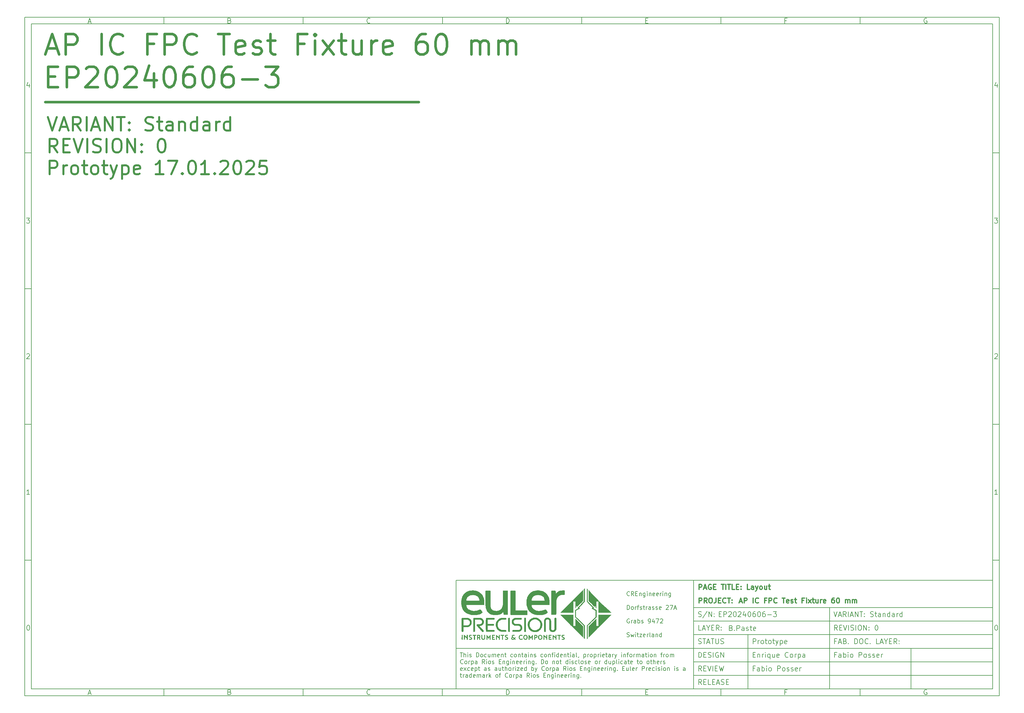
<source format=gbr>
%TF.GenerationSoftware,KiCad,Pcbnew,8.0.9-1.fc41*%
%TF.CreationDate,2025-03-16T15:25:28+01:00*%
%TF.ProjectId,0100_COVERSHEET,30313030-5f43-44f5-9645-525348454554,0*%
%TF.SameCoordinates,Original*%
%TF.FileFunction,Paste,Bot*%
%TF.FilePolarity,Positive*%
%FSLAX46Y46*%
G04 Gerber Fmt 4.6, Leading zero omitted, Abs format (unit mm)*
G04 Created by KiCad (PCBNEW 8.0.9-1.fc41) date 2025-03-16 15:25:28*
%MOMM*%
%LPD*%
G01*
G04 APERTURE LIST*
%ADD10C,0.100000*%
%ADD11C,0.150000*%
%ADD12C,0.300000*%
%ADD13C,0.750000*%
%ADD14C,0.600000*%
%ADD15C,0.000001*%
%ADD16C,0.200000*%
G04 APERTURE END LIST*
D10*
D11*
X7000000Y-203000000D02*
X290000000Y-203000000D01*
X290000000Y-7000000D01*
X7000000Y-7000000D01*
X7000000Y-203000000D01*
D10*
D11*
X132000000Y-171000000D02*
X290000000Y-171000000D01*
X290000000Y-203000000D01*
X132000000Y-203000000D01*
X132000000Y-171000000D01*
D10*
D11*
X202000000Y-203000000D02*
X202000000Y-171000000D01*
D10*
D11*
X290000000Y-199000000D02*
X202000000Y-199000000D01*
D10*
D11*
X290000000Y-195000000D02*
X202000000Y-195000000D01*
D10*
D11*
X290000000Y-191000000D02*
X201000000Y-191000000D01*
D10*
D11*
X290000000Y-187000000D02*
X202000000Y-187000000D01*
D10*
D11*
X290000000Y-183000000D02*
X202000000Y-183000000D01*
D10*
D11*
X290000000Y-179000000D02*
X202000000Y-179000000D01*
D10*
D11*
X266000000Y-203000000D02*
X266000000Y-191000000D01*
D10*
D11*
X242000000Y-203000000D02*
X242000000Y-179000000D01*
D10*
D11*
X218000000Y-203000000D02*
X218000000Y-187000000D01*
D10*
D12*
X203556710Y-173685528D02*
X203556710Y-172185528D01*
X203556710Y-172185528D02*
X204128139Y-172185528D01*
X204128139Y-172185528D02*
X204270996Y-172256957D01*
X204270996Y-172256957D02*
X204342425Y-172328385D01*
X204342425Y-172328385D02*
X204413853Y-172471242D01*
X204413853Y-172471242D02*
X204413853Y-172685528D01*
X204413853Y-172685528D02*
X204342425Y-172828385D01*
X204342425Y-172828385D02*
X204270996Y-172899814D01*
X204270996Y-172899814D02*
X204128139Y-172971242D01*
X204128139Y-172971242D02*
X203556710Y-172971242D01*
X204985282Y-173256957D02*
X205699568Y-173256957D01*
X204842425Y-173685528D02*
X205342425Y-172185528D01*
X205342425Y-172185528D02*
X205842425Y-173685528D01*
X207128139Y-172256957D02*
X206985282Y-172185528D01*
X206985282Y-172185528D02*
X206770996Y-172185528D01*
X206770996Y-172185528D02*
X206556710Y-172256957D01*
X206556710Y-172256957D02*
X206413853Y-172399814D01*
X206413853Y-172399814D02*
X206342424Y-172542671D01*
X206342424Y-172542671D02*
X206270996Y-172828385D01*
X206270996Y-172828385D02*
X206270996Y-173042671D01*
X206270996Y-173042671D02*
X206342424Y-173328385D01*
X206342424Y-173328385D02*
X206413853Y-173471242D01*
X206413853Y-173471242D02*
X206556710Y-173614100D01*
X206556710Y-173614100D02*
X206770996Y-173685528D01*
X206770996Y-173685528D02*
X206913853Y-173685528D01*
X206913853Y-173685528D02*
X207128139Y-173614100D01*
X207128139Y-173614100D02*
X207199567Y-173542671D01*
X207199567Y-173542671D02*
X207199567Y-173042671D01*
X207199567Y-173042671D02*
X206913853Y-173042671D01*
X207842424Y-172899814D02*
X208342424Y-172899814D01*
X208556710Y-173685528D02*
X207842424Y-173685528D01*
X207842424Y-173685528D02*
X207842424Y-172185528D01*
X207842424Y-172185528D02*
X208556710Y-172185528D01*
X210128139Y-172185528D02*
X210985282Y-172185528D01*
X210556710Y-173685528D02*
X210556710Y-172185528D01*
X211485281Y-173685528D02*
X211485281Y-172185528D01*
X211985282Y-172185528D02*
X212842425Y-172185528D01*
X212413853Y-173685528D02*
X212413853Y-172185528D01*
X214056710Y-173685528D02*
X213342424Y-173685528D01*
X213342424Y-173685528D02*
X213342424Y-172185528D01*
X214556710Y-172899814D02*
X215056710Y-172899814D01*
X215270996Y-173685528D02*
X214556710Y-173685528D01*
X214556710Y-173685528D02*
X214556710Y-172185528D01*
X214556710Y-172185528D02*
X215270996Y-172185528D01*
X215913853Y-173542671D02*
X215985282Y-173614100D01*
X215985282Y-173614100D02*
X215913853Y-173685528D01*
X215913853Y-173685528D02*
X215842425Y-173614100D01*
X215842425Y-173614100D02*
X215913853Y-173542671D01*
X215913853Y-173542671D02*
X215913853Y-173685528D01*
X215913853Y-172756957D02*
X215985282Y-172828385D01*
X215985282Y-172828385D02*
X215913853Y-172899814D01*
X215913853Y-172899814D02*
X215842425Y-172828385D01*
X215842425Y-172828385D02*
X215913853Y-172756957D01*
X215913853Y-172756957D02*
X215913853Y-172899814D01*
X218485282Y-173685528D02*
X217770996Y-173685528D01*
X217770996Y-173685528D02*
X217770996Y-172185528D01*
X219628140Y-173685528D02*
X219628140Y-172899814D01*
X219628140Y-172899814D02*
X219556711Y-172756957D01*
X219556711Y-172756957D02*
X219413854Y-172685528D01*
X219413854Y-172685528D02*
X219128140Y-172685528D01*
X219128140Y-172685528D02*
X218985282Y-172756957D01*
X219628140Y-173614100D02*
X219485282Y-173685528D01*
X219485282Y-173685528D02*
X219128140Y-173685528D01*
X219128140Y-173685528D02*
X218985282Y-173614100D01*
X218985282Y-173614100D02*
X218913854Y-173471242D01*
X218913854Y-173471242D02*
X218913854Y-173328385D01*
X218913854Y-173328385D02*
X218985282Y-173185528D01*
X218985282Y-173185528D02*
X219128140Y-173114100D01*
X219128140Y-173114100D02*
X219485282Y-173114100D01*
X219485282Y-173114100D02*
X219628140Y-173042671D01*
X220199568Y-172685528D02*
X220556711Y-173685528D01*
X220913854Y-172685528D02*
X220556711Y-173685528D01*
X220556711Y-173685528D02*
X220413854Y-174042671D01*
X220413854Y-174042671D02*
X220342425Y-174114100D01*
X220342425Y-174114100D02*
X220199568Y-174185528D01*
X221699568Y-173685528D02*
X221556711Y-173614100D01*
X221556711Y-173614100D02*
X221485282Y-173542671D01*
X221485282Y-173542671D02*
X221413854Y-173399814D01*
X221413854Y-173399814D02*
X221413854Y-172971242D01*
X221413854Y-172971242D02*
X221485282Y-172828385D01*
X221485282Y-172828385D02*
X221556711Y-172756957D01*
X221556711Y-172756957D02*
X221699568Y-172685528D01*
X221699568Y-172685528D02*
X221913854Y-172685528D01*
X221913854Y-172685528D02*
X222056711Y-172756957D01*
X222056711Y-172756957D02*
X222128140Y-172828385D01*
X222128140Y-172828385D02*
X222199568Y-172971242D01*
X222199568Y-172971242D02*
X222199568Y-173399814D01*
X222199568Y-173399814D02*
X222128140Y-173542671D01*
X222128140Y-173542671D02*
X222056711Y-173614100D01*
X222056711Y-173614100D02*
X221913854Y-173685528D01*
X221913854Y-173685528D02*
X221699568Y-173685528D01*
X223485283Y-172685528D02*
X223485283Y-173685528D01*
X222842425Y-172685528D02*
X222842425Y-173471242D01*
X222842425Y-173471242D02*
X222913854Y-173614100D01*
X222913854Y-173614100D02*
X223056711Y-173685528D01*
X223056711Y-173685528D02*
X223270997Y-173685528D01*
X223270997Y-173685528D02*
X223413854Y-173614100D01*
X223413854Y-173614100D02*
X223485283Y-173542671D01*
X223985283Y-172685528D02*
X224556711Y-172685528D01*
X224199568Y-172185528D02*
X224199568Y-173471242D01*
X224199568Y-173471242D02*
X224270997Y-173614100D01*
X224270997Y-173614100D02*
X224413854Y-173685528D01*
X224413854Y-173685528D02*
X224556711Y-173685528D01*
D10*
D11*
X201000000Y-191000000D02*
X132000000Y-191000000D01*
D10*
D12*
X203554510Y-177678328D02*
X203554510Y-176178328D01*
X203554510Y-176178328D02*
X204125939Y-176178328D01*
X204125939Y-176178328D02*
X204268796Y-176249757D01*
X204268796Y-176249757D02*
X204340225Y-176321185D01*
X204340225Y-176321185D02*
X204411653Y-176464042D01*
X204411653Y-176464042D02*
X204411653Y-176678328D01*
X204411653Y-176678328D02*
X204340225Y-176821185D01*
X204340225Y-176821185D02*
X204268796Y-176892614D01*
X204268796Y-176892614D02*
X204125939Y-176964042D01*
X204125939Y-176964042D02*
X203554510Y-176964042D01*
X205911653Y-177678328D02*
X205411653Y-176964042D01*
X205054510Y-177678328D02*
X205054510Y-176178328D01*
X205054510Y-176178328D02*
X205625939Y-176178328D01*
X205625939Y-176178328D02*
X205768796Y-176249757D01*
X205768796Y-176249757D02*
X205840225Y-176321185D01*
X205840225Y-176321185D02*
X205911653Y-176464042D01*
X205911653Y-176464042D02*
X205911653Y-176678328D01*
X205911653Y-176678328D02*
X205840225Y-176821185D01*
X205840225Y-176821185D02*
X205768796Y-176892614D01*
X205768796Y-176892614D02*
X205625939Y-176964042D01*
X205625939Y-176964042D02*
X205054510Y-176964042D01*
X206840225Y-176178328D02*
X207125939Y-176178328D01*
X207125939Y-176178328D02*
X207268796Y-176249757D01*
X207268796Y-176249757D02*
X207411653Y-176392614D01*
X207411653Y-176392614D02*
X207483082Y-176678328D01*
X207483082Y-176678328D02*
X207483082Y-177178328D01*
X207483082Y-177178328D02*
X207411653Y-177464042D01*
X207411653Y-177464042D02*
X207268796Y-177606900D01*
X207268796Y-177606900D02*
X207125939Y-177678328D01*
X207125939Y-177678328D02*
X206840225Y-177678328D01*
X206840225Y-177678328D02*
X206697368Y-177606900D01*
X206697368Y-177606900D02*
X206554510Y-177464042D01*
X206554510Y-177464042D02*
X206483082Y-177178328D01*
X206483082Y-177178328D02*
X206483082Y-176678328D01*
X206483082Y-176678328D02*
X206554510Y-176392614D01*
X206554510Y-176392614D02*
X206697368Y-176249757D01*
X206697368Y-176249757D02*
X206840225Y-176178328D01*
X208554511Y-176178328D02*
X208554511Y-177249757D01*
X208554511Y-177249757D02*
X208483082Y-177464042D01*
X208483082Y-177464042D02*
X208340225Y-177606900D01*
X208340225Y-177606900D02*
X208125939Y-177678328D01*
X208125939Y-177678328D02*
X207983082Y-177678328D01*
X209268796Y-176892614D02*
X209768796Y-176892614D01*
X209983082Y-177678328D02*
X209268796Y-177678328D01*
X209268796Y-177678328D02*
X209268796Y-176178328D01*
X209268796Y-176178328D02*
X209983082Y-176178328D01*
X211483082Y-177535471D02*
X211411654Y-177606900D01*
X211411654Y-177606900D02*
X211197368Y-177678328D01*
X211197368Y-177678328D02*
X211054511Y-177678328D01*
X211054511Y-177678328D02*
X210840225Y-177606900D01*
X210840225Y-177606900D02*
X210697368Y-177464042D01*
X210697368Y-177464042D02*
X210625939Y-177321185D01*
X210625939Y-177321185D02*
X210554511Y-177035471D01*
X210554511Y-177035471D02*
X210554511Y-176821185D01*
X210554511Y-176821185D02*
X210625939Y-176535471D01*
X210625939Y-176535471D02*
X210697368Y-176392614D01*
X210697368Y-176392614D02*
X210840225Y-176249757D01*
X210840225Y-176249757D02*
X211054511Y-176178328D01*
X211054511Y-176178328D02*
X211197368Y-176178328D01*
X211197368Y-176178328D02*
X211411654Y-176249757D01*
X211411654Y-176249757D02*
X211483082Y-176321185D01*
X211911654Y-176178328D02*
X212768797Y-176178328D01*
X212340225Y-177678328D02*
X212340225Y-176178328D01*
X213268796Y-177535471D02*
X213340225Y-177606900D01*
X213340225Y-177606900D02*
X213268796Y-177678328D01*
X213268796Y-177678328D02*
X213197368Y-177606900D01*
X213197368Y-177606900D02*
X213268796Y-177535471D01*
X213268796Y-177535471D02*
X213268796Y-177678328D01*
X213268796Y-176749757D02*
X213340225Y-176821185D01*
X213340225Y-176821185D02*
X213268796Y-176892614D01*
X213268796Y-176892614D02*
X213197368Y-176821185D01*
X213197368Y-176821185D02*
X213268796Y-176749757D01*
X213268796Y-176749757D02*
X213268796Y-176892614D01*
D10*
D11*
X203384398Y-181614700D02*
X203598684Y-181686128D01*
X203598684Y-181686128D02*
X203955826Y-181686128D01*
X203955826Y-181686128D02*
X204098684Y-181614700D01*
X204098684Y-181614700D02*
X204170112Y-181543271D01*
X204170112Y-181543271D02*
X204241541Y-181400414D01*
X204241541Y-181400414D02*
X204241541Y-181257557D01*
X204241541Y-181257557D02*
X204170112Y-181114700D01*
X204170112Y-181114700D02*
X204098684Y-181043271D01*
X204098684Y-181043271D02*
X203955826Y-180971842D01*
X203955826Y-180971842D02*
X203670112Y-180900414D01*
X203670112Y-180900414D02*
X203527255Y-180828985D01*
X203527255Y-180828985D02*
X203455826Y-180757557D01*
X203455826Y-180757557D02*
X203384398Y-180614700D01*
X203384398Y-180614700D02*
X203384398Y-180471842D01*
X203384398Y-180471842D02*
X203455826Y-180328985D01*
X203455826Y-180328985D02*
X203527255Y-180257557D01*
X203527255Y-180257557D02*
X203670112Y-180186128D01*
X203670112Y-180186128D02*
X204027255Y-180186128D01*
X204027255Y-180186128D02*
X204241541Y-180257557D01*
X205955826Y-180114700D02*
X204670112Y-182043271D01*
X206455826Y-181686128D02*
X206455826Y-180186128D01*
X206455826Y-180186128D02*
X207312969Y-181686128D01*
X207312969Y-181686128D02*
X207312969Y-180186128D01*
X208027255Y-181543271D02*
X208098684Y-181614700D01*
X208098684Y-181614700D02*
X208027255Y-181686128D01*
X208027255Y-181686128D02*
X207955827Y-181614700D01*
X207955827Y-181614700D02*
X208027255Y-181543271D01*
X208027255Y-181543271D02*
X208027255Y-181686128D01*
X208027255Y-180757557D02*
X208098684Y-180828985D01*
X208098684Y-180828985D02*
X208027255Y-180900414D01*
X208027255Y-180900414D02*
X207955827Y-180828985D01*
X207955827Y-180828985D02*
X208027255Y-180757557D01*
X208027255Y-180757557D02*
X208027255Y-180900414D01*
D10*
D11*
X203455826Y-193686128D02*
X203455826Y-192186128D01*
X203455826Y-192186128D02*
X203812969Y-192186128D01*
X203812969Y-192186128D02*
X204027255Y-192257557D01*
X204027255Y-192257557D02*
X204170112Y-192400414D01*
X204170112Y-192400414D02*
X204241541Y-192543271D01*
X204241541Y-192543271D02*
X204312969Y-192828985D01*
X204312969Y-192828985D02*
X204312969Y-193043271D01*
X204312969Y-193043271D02*
X204241541Y-193328985D01*
X204241541Y-193328985D02*
X204170112Y-193471842D01*
X204170112Y-193471842D02*
X204027255Y-193614700D01*
X204027255Y-193614700D02*
X203812969Y-193686128D01*
X203812969Y-193686128D02*
X203455826Y-193686128D01*
X204955826Y-192900414D02*
X205455826Y-192900414D01*
X205670112Y-193686128D02*
X204955826Y-193686128D01*
X204955826Y-193686128D02*
X204955826Y-192186128D01*
X204955826Y-192186128D02*
X205670112Y-192186128D01*
X206241541Y-193614700D02*
X206455827Y-193686128D01*
X206455827Y-193686128D02*
X206812969Y-193686128D01*
X206812969Y-193686128D02*
X206955827Y-193614700D01*
X206955827Y-193614700D02*
X207027255Y-193543271D01*
X207027255Y-193543271D02*
X207098684Y-193400414D01*
X207098684Y-193400414D02*
X207098684Y-193257557D01*
X207098684Y-193257557D02*
X207027255Y-193114700D01*
X207027255Y-193114700D02*
X206955827Y-193043271D01*
X206955827Y-193043271D02*
X206812969Y-192971842D01*
X206812969Y-192971842D02*
X206527255Y-192900414D01*
X206527255Y-192900414D02*
X206384398Y-192828985D01*
X206384398Y-192828985D02*
X206312969Y-192757557D01*
X206312969Y-192757557D02*
X206241541Y-192614700D01*
X206241541Y-192614700D02*
X206241541Y-192471842D01*
X206241541Y-192471842D02*
X206312969Y-192328985D01*
X206312969Y-192328985D02*
X206384398Y-192257557D01*
X206384398Y-192257557D02*
X206527255Y-192186128D01*
X206527255Y-192186128D02*
X206884398Y-192186128D01*
X206884398Y-192186128D02*
X207098684Y-192257557D01*
X207741540Y-193686128D02*
X207741540Y-192186128D01*
X209241541Y-192257557D02*
X209098684Y-192186128D01*
X209098684Y-192186128D02*
X208884398Y-192186128D01*
X208884398Y-192186128D02*
X208670112Y-192257557D01*
X208670112Y-192257557D02*
X208527255Y-192400414D01*
X208527255Y-192400414D02*
X208455826Y-192543271D01*
X208455826Y-192543271D02*
X208384398Y-192828985D01*
X208384398Y-192828985D02*
X208384398Y-193043271D01*
X208384398Y-193043271D02*
X208455826Y-193328985D01*
X208455826Y-193328985D02*
X208527255Y-193471842D01*
X208527255Y-193471842D02*
X208670112Y-193614700D01*
X208670112Y-193614700D02*
X208884398Y-193686128D01*
X208884398Y-193686128D02*
X209027255Y-193686128D01*
X209027255Y-193686128D02*
X209241541Y-193614700D01*
X209241541Y-193614700D02*
X209312969Y-193543271D01*
X209312969Y-193543271D02*
X209312969Y-193043271D01*
X209312969Y-193043271D02*
X209027255Y-193043271D01*
X209955826Y-193686128D02*
X209955826Y-192186128D01*
X209955826Y-192186128D02*
X210812969Y-193686128D01*
X210812969Y-193686128D02*
X210812969Y-192186128D01*
D10*
D11*
X204312969Y-197686128D02*
X203812969Y-196971842D01*
X203455826Y-197686128D02*
X203455826Y-196186128D01*
X203455826Y-196186128D02*
X204027255Y-196186128D01*
X204027255Y-196186128D02*
X204170112Y-196257557D01*
X204170112Y-196257557D02*
X204241541Y-196328985D01*
X204241541Y-196328985D02*
X204312969Y-196471842D01*
X204312969Y-196471842D02*
X204312969Y-196686128D01*
X204312969Y-196686128D02*
X204241541Y-196828985D01*
X204241541Y-196828985D02*
X204170112Y-196900414D01*
X204170112Y-196900414D02*
X204027255Y-196971842D01*
X204027255Y-196971842D02*
X203455826Y-196971842D01*
X204955826Y-196900414D02*
X205455826Y-196900414D01*
X205670112Y-197686128D02*
X204955826Y-197686128D01*
X204955826Y-197686128D02*
X204955826Y-196186128D01*
X204955826Y-196186128D02*
X205670112Y-196186128D01*
X206098684Y-196186128D02*
X206598684Y-197686128D01*
X206598684Y-197686128D02*
X207098684Y-196186128D01*
X207598683Y-197686128D02*
X207598683Y-196186128D01*
X208312969Y-196900414D02*
X208812969Y-196900414D01*
X209027255Y-197686128D02*
X208312969Y-197686128D01*
X208312969Y-197686128D02*
X208312969Y-196186128D01*
X208312969Y-196186128D02*
X209027255Y-196186128D01*
X209527255Y-196186128D02*
X209884398Y-197686128D01*
X209884398Y-197686128D02*
X210170112Y-196614700D01*
X210170112Y-196614700D02*
X210455827Y-197686128D01*
X210455827Y-197686128D02*
X210812970Y-196186128D01*
D10*
D11*
X204312969Y-201686128D02*
X203812969Y-200971842D01*
X203455826Y-201686128D02*
X203455826Y-200186128D01*
X203455826Y-200186128D02*
X204027255Y-200186128D01*
X204027255Y-200186128D02*
X204170112Y-200257557D01*
X204170112Y-200257557D02*
X204241541Y-200328985D01*
X204241541Y-200328985D02*
X204312969Y-200471842D01*
X204312969Y-200471842D02*
X204312969Y-200686128D01*
X204312969Y-200686128D02*
X204241541Y-200828985D01*
X204241541Y-200828985D02*
X204170112Y-200900414D01*
X204170112Y-200900414D02*
X204027255Y-200971842D01*
X204027255Y-200971842D02*
X203455826Y-200971842D01*
X204955826Y-200900414D02*
X205455826Y-200900414D01*
X205670112Y-201686128D02*
X204955826Y-201686128D01*
X204955826Y-201686128D02*
X204955826Y-200186128D01*
X204955826Y-200186128D02*
X205670112Y-200186128D01*
X207027255Y-201686128D02*
X206312969Y-201686128D01*
X206312969Y-201686128D02*
X206312969Y-200186128D01*
X207527255Y-200900414D02*
X208027255Y-200900414D01*
X208241541Y-201686128D02*
X207527255Y-201686128D01*
X207527255Y-201686128D02*
X207527255Y-200186128D01*
X207527255Y-200186128D02*
X208241541Y-200186128D01*
X208812970Y-201257557D02*
X209527256Y-201257557D01*
X208670113Y-201686128D02*
X209170113Y-200186128D01*
X209170113Y-200186128D02*
X209670113Y-201686128D01*
X210098684Y-201614700D02*
X210312970Y-201686128D01*
X210312970Y-201686128D02*
X210670112Y-201686128D01*
X210670112Y-201686128D02*
X210812970Y-201614700D01*
X210812970Y-201614700D02*
X210884398Y-201543271D01*
X210884398Y-201543271D02*
X210955827Y-201400414D01*
X210955827Y-201400414D02*
X210955827Y-201257557D01*
X210955827Y-201257557D02*
X210884398Y-201114700D01*
X210884398Y-201114700D02*
X210812970Y-201043271D01*
X210812970Y-201043271D02*
X210670112Y-200971842D01*
X210670112Y-200971842D02*
X210384398Y-200900414D01*
X210384398Y-200900414D02*
X210241541Y-200828985D01*
X210241541Y-200828985D02*
X210170112Y-200757557D01*
X210170112Y-200757557D02*
X210098684Y-200614700D01*
X210098684Y-200614700D02*
X210098684Y-200471842D01*
X210098684Y-200471842D02*
X210170112Y-200328985D01*
X210170112Y-200328985D02*
X210241541Y-200257557D01*
X210241541Y-200257557D02*
X210384398Y-200186128D01*
X210384398Y-200186128D02*
X210741541Y-200186128D01*
X210741541Y-200186128D02*
X210955827Y-200257557D01*
X211598683Y-200900414D02*
X212098683Y-200900414D01*
X212312969Y-201686128D02*
X211598683Y-201686128D01*
X211598683Y-201686128D02*
X211598683Y-200186128D01*
X211598683Y-200186128D02*
X212312969Y-200186128D01*
D10*
D11*
X243241541Y-180186128D02*
X243741541Y-181686128D01*
X243741541Y-181686128D02*
X244241541Y-180186128D01*
X244670112Y-181257557D02*
X245384398Y-181257557D01*
X244527255Y-181686128D02*
X245027255Y-180186128D01*
X245027255Y-180186128D02*
X245527255Y-181686128D01*
X246884397Y-181686128D02*
X246384397Y-180971842D01*
X246027254Y-181686128D02*
X246027254Y-180186128D01*
X246027254Y-180186128D02*
X246598683Y-180186128D01*
X246598683Y-180186128D02*
X246741540Y-180257557D01*
X246741540Y-180257557D02*
X246812969Y-180328985D01*
X246812969Y-180328985D02*
X246884397Y-180471842D01*
X246884397Y-180471842D02*
X246884397Y-180686128D01*
X246884397Y-180686128D02*
X246812969Y-180828985D01*
X246812969Y-180828985D02*
X246741540Y-180900414D01*
X246741540Y-180900414D02*
X246598683Y-180971842D01*
X246598683Y-180971842D02*
X246027254Y-180971842D01*
X247527254Y-181686128D02*
X247527254Y-180186128D01*
X248170112Y-181257557D02*
X248884398Y-181257557D01*
X248027255Y-181686128D02*
X248527255Y-180186128D01*
X248527255Y-180186128D02*
X249027255Y-181686128D01*
X249527254Y-181686128D02*
X249527254Y-180186128D01*
X249527254Y-180186128D02*
X250384397Y-181686128D01*
X250384397Y-181686128D02*
X250384397Y-180186128D01*
X250884398Y-180186128D02*
X251741541Y-180186128D01*
X251312969Y-181686128D02*
X251312969Y-180186128D01*
X252241540Y-181543271D02*
X252312969Y-181614700D01*
X252312969Y-181614700D02*
X252241540Y-181686128D01*
X252241540Y-181686128D02*
X252170112Y-181614700D01*
X252170112Y-181614700D02*
X252241540Y-181543271D01*
X252241540Y-181543271D02*
X252241540Y-181686128D01*
X252241540Y-180757557D02*
X252312969Y-180828985D01*
X252312969Y-180828985D02*
X252241540Y-180900414D01*
X252241540Y-180900414D02*
X252170112Y-180828985D01*
X252170112Y-180828985D02*
X252241540Y-180757557D01*
X252241540Y-180757557D02*
X252241540Y-180900414D01*
X254027255Y-181614700D02*
X254241541Y-181686128D01*
X254241541Y-181686128D02*
X254598683Y-181686128D01*
X254598683Y-181686128D02*
X254741541Y-181614700D01*
X254741541Y-181614700D02*
X254812969Y-181543271D01*
X254812969Y-181543271D02*
X254884398Y-181400414D01*
X254884398Y-181400414D02*
X254884398Y-181257557D01*
X254884398Y-181257557D02*
X254812969Y-181114700D01*
X254812969Y-181114700D02*
X254741541Y-181043271D01*
X254741541Y-181043271D02*
X254598683Y-180971842D01*
X254598683Y-180971842D02*
X254312969Y-180900414D01*
X254312969Y-180900414D02*
X254170112Y-180828985D01*
X254170112Y-180828985D02*
X254098683Y-180757557D01*
X254098683Y-180757557D02*
X254027255Y-180614700D01*
X254027255Y-180614700D02*
X254027255Y-180471842D01*
X254027255Y-180471842D02*
X254098683Y-180328985D01*
X254098683Y-180328985D02*
X254170112Y-180257557D01*
X254170112Y-180257557D02*
X254312969Y-180186128D01*
X254312969Y-180186128D02*
X254670112Y-180186128D01*
X254670112Y-180186128D02*
X254884398Y-180257557D01*
X255312969Y-180686128D02*
X255884397Y-180686128D01*
X255527254Y-180186128D02*
X255527254Y-181471842D01*
X255527254Y-181471842D02*
X255598683Y-181614700D01*
X255598683Y-181614700D02*
X255741540Y-181686128D01*
X255741540Y-181686128D02*
X255884397Y-181686128D01*
X257027255Y-181686128D02*
X257027255Y-180900414D01*
X257027255Y-180900414D02*
X256955826Y-180757557D01*
X256955826Y-180757557D02*
X256812969Y-180686128D01*
X256812969Y-180686128D02*
X256527255Y-180686128D01*
X256527255Y-180686128D02*
X256384397Y-180757557D01*
X257027255Y-181614700D02*
X256884397Y-181686128D01*
X256884397Y-181686128D02*
X256527255Y-181686128D01*
X256527255Y-181686128D02*
X256384397Y-181614700D01*
X256384397Y-181614700D02*
X256312969Y-181471842D01*
X256312969Y-181471842D02*
X256312969Y-181328985D01*
X256312969Y-181328985D02*
X256384397Y-181186128D01*
X256384397Y-181186128D02*
X256527255Y-181114700D01*
X256527255Y-181114700D02*
X256884397Y-181114700D01*
X256884397Y-181114700D02*
X257027255Y-181043271D01*
X257741540Y-180686128D02*
X257741540Y-181686128D01*
X257741540Y-180828985D02*
X257812969Y-180757557D01*
X257812969Y-180757557D02*
X257955826Y-180686128D01*
X257955826Y-180686128D02*
X258170112Y-180686128D01*
X258170112Y-180686128D02*
X258312969Y-180757557D01*
X258312969Y-180757557D02*
X258384398Y-180900414D01*
X258384398Y-180900414D02*
X258384398Y-181686128D01*
X259741541Y-181686128D02*
X259741541Y-180186128D01*
X259741541Y-181614700D02*
X259598683Y-181686128D01*
X259598683Y-181686128D02*
X259312969Y-181686128D01*
X259312969Y-181686128D02*
X259170112Y-181614700D01*
X259170112Y-181614700D02*
X259098683Y-181543271D01*
X259098683Y-181543271D02*
X259027255Y-181400414D01*
X259027255Y-181400414D02*
X259027255Y-180971842D01*
X259027255Y-180971842D02*
X259098683Y-180828985D01*
X259098683Y-180828985D02*
X259170112Y-180757557D01*
X259170112Y-180757557D02*
X259312969Y-180686128D01*
X259312969Y-180686128D02*
X259598683Y-180686128D01*
X259598683Y-180686128D02*
X259741541Y-180757557D01*
X261098684Y-181686128D02*
X261098684Y-180900414D01*
X261098684Y-180900414D02*
X261027255Y-180757557D01*
X261027255Y-180757557D02*
X260884398Y-180686128D01*
X260884398Y-180686128D02*
X260598684Y-180686128D01*
X260598684Y-180686128D02*
X260455826Y-180757557D01*
X261098684Y-181614700D02*
X260955826Y-181686128D01*
X260955826Y-181686128D02*
X260598684Y-181686128D01*
X260598684Y-181686128D02*
X260455826Y-181614700D01*
X260455826Y-181614700D02*
X260384398Y-181471842D01*
X260384398Y-181471842D02*
X260384398Y-181328985D01*
X260384398Y-181328985D02*
X260455826Y-181186128D01*
X260455826Y-181186128D02*
X260598684Y-181114700D01*
X260598684Y-181114700D02*
X260955826Y-181114700D01*
X260955826Y-181114700D02*
X261098684Y-181043271D01*
X261812969Y-181686128D02*
X261812969Y-180686128D01*
X261812969Y-180971842D02*
X261884398Y-180828985D01*
X261884398Y-180828985D02*
X261955827Y-180757557D01*
X261955827Y-180757557D02*
X262098684Y-180686128D01*
X262098684Y-180686128D02*
X262241541Y-180686128D01*
X263384398Y-181686128D02*
X263384398Y-180186128D01*
X263384398Y-181614700D02*
X263241540Y-181686128D01*
X263241540Y-181686128D02*
X262955826Y-181686128D01*
X262955826Y-181686128D02*
X262812969Y-181614700D01*
X262812969Y-181614700D02*
X262741540Y-181543271D01*
X262741540Y-181543271D02*
X262670112Y-181400414D01*
X262670112Y-181400414D02*
X262670112Y-180971842D01*
X262670112Y-180971842D02*
X262741540Y-180828985D01*
X262741540Y-180828985D02*
X262812969Y-180757557D01*
X262812969Y-180757557D02*
X262955826Y-180686128D01*
X262955826Y-180686128D02*
X263241540Y-180686128D01*
X263241540Y-180686128D02*
X263384398Y-180757557D01*
D10*
D11*
X244312969Y-185686128D02*
X243812969Y-184971842D01*
X243455826Y-185686128D02*
X243455826Y-184186128D01*
X243455826Y-184186128D02*
X244027255Y-184186128D01*
X244027255Y-184186128D02*
X244170112Y-184257557D01*
X244170112Y-184257557D02*
X244241541Y-184328985D01*
X244241541Y-184328985D02*
X244312969Y-184471842D01*
X244312969Y-184471842D02*
X244312969Y-184686128D01*
X244312969Y-184686128D02*
X244241541Y-184828985D01*
X244241541Y-184828985D02*
X244170112Y-184900414D01*
X244170112Y-184900414D02*
X244027255Y-184971842D01*
X244027255Y-184971842D02*
X243455826Y-184971842D01*
X244955826Y-184900414D02*
X245455826Y-184900414D01*
X245670112Y-185686128D02*
X244955826Y-185686128D01*
X244955826Y-185686128D02*
X244955826Y-184186128D01*
X244955826Y-184186128D02*
X245670112Y-184186128D01*
X246098684Y-184186128D02*
X246598684Y-185686128D01*
X246598684Y-185686128D02*
X247098684Y-184186128D01*
X247598683Y-185686128D02*
X247598683Y-184186128D01*
X248241541Y-185614700D02*
X248455827Y-185686128D01*
X248455827Y-185686128D02*
X248812969Y-185686128D01*
X248812969Y-185686128D02*
X248955827Y-185614700D01*
X248955827Y-185614700D02*
X249027255Y-185543271D01*
X249027255Y-185543271D02*
X249098684Y-185400414D01*
X249098684Y-185400414D02*
X249098684Y-185257557D01*
X249098684Y-185257557D02*
X249027255Y-185114700D01*
X249027255Y-185114700D02*
X248955827Y-185043271D01*
X248955827Y-185043271D02*
X248812969Y-184971842D01*
X248812969Y-184971842D02*
X248527255Y-184900414D01*
X248527255Y-184900414D02*
X248384398Y-184828985D01*
X248384398Y-184828985D02*
X248312969Y-184757557D01*
X248312969Y-184757557D02*
X248241541Y-184614700D01*
X248241541Y-184614700D02*
X248241541Y-184471842D01*
X248241541Y-184471842D02*
X248312969Y-184328985D01*
X248312969Y-184328985D02*
X248384398Y-184257557D01*
X248384398Y-184257557D02*
X248527255Y-184186128D01*
X248527255Y-184186128D02*
X248884398Y-184186128D01*
X248884398Y-184186128D02*
X249098684Y-184257557D01*
X249741540Y-185686128D02*
X249741540Y-184186128D01*
X250741541Y-184186128D02*
X251027255Y-184186128D01*
X251027255Y-184186128D02*
X251170112Y-184257557D01*
X251170112Y-184257557D02*
X251312969Y-184400414D01*
X251312969Y-184400414D02*
X251384398Y-184686128D01*
X251384398Y-184686128D02*
X251384398Y-185186128D01*
X251384398Y-185186128D02*
X251312969Y-185471842D01*
X251312969Y-185471842D02*
X251170112Y-185614700D01*
X251170112Y-185614700D02*
X251027255Y-185686128D01*
X251027255Y-185686128D02*
X250741541Y-185686128D01*
X250741541Y-185686128D02*
X250598684Y-185614700D01*
X250598684Y-185614700D02*
X250455826Y-185471842D01*
X250455826Y-185471842D02*
X250384398Y-185186128D01*
X250384398Y-185186128D02*
X250384398Y-184686128D01*
X250384398Y-184686128D02*
X250455826Y-184400414D01*
X250455826Y-184400414D02*
X250598684Y-184257557D01*
X250598684Y-184257557D02*
X250741541Y-184186128D01*
X252027255Y-185686128D02*
X252027255Y-184186128D01*
X252027255Y-184186128D02*
X252884398Y-185686128D01*
X252884398Y-185686128D02*
X252884398Y-184186128D01*
X253598684Y-185543271D02*
X253670113Y-185614700D01*
X253670113Y-185614700D02*
X253598684Y-185686128D01*
X253598684Y-185686128D02*
X253527256Y-185614700D01*
X253527256Y-185614700D02*
X253598684Y-185543271D01*
X253598684Y-185543271D02*
X253598684Y-185686128D01*
X253598684Y-184757557D02*
X253670113Y-184828985D01*
X253670113Y-184828985D02*
X253598684Y-184900414D01*
X253598684Y-184900414D02*
X253527256Y-184828985D01*
X253527256Y-184828985D02*
X253598684Y-184757557D01*
X253598684Y-184757557D02*
X253598684Y-184900414D01*
X255741542Y-184186128D02*
X255884399Y-184186128D01*
X255884399Y-184186128D02*
X256027256Y-184257557D01*
X256027256Y-184257557D02*
X256098685Y-184328985D01*
X256098685Y-184328985D02*
X256170113Y-184471842D01*
X256170113Y-184471842D02*
X256241542Y-184757557D01*
X256241542Y-184757557D02*
X256241542Y-185114700D01*
X256241542Y-185114700D02*
X256170113Y-185400414D01*
X256170113Y-185400414D02*
X256098685Y-185543271D01*
X256098685Y-185543271D02*
X256027256Y-185614700D01*
X256027256Y-185614700D02*
X255884399Y-185686128D01*
X255884399Y-185686128D02*
X255741542Y-185686128D01*
X255741542Y-185686128D02*
X255598685Y-185614700D01*
X255598685Y-185614700D02*
X255527256Y-185543271D01*
X255527256Y-185543271D02*
X255455827Y-185400414D01*
X255455827Y-185400414D02*
X255384399Y-185114700D01*
X255384399Y-185114700D02*
X255384399Y-184757557D01*
X255384399Y-184757557D02*
X255455827Y-184471842D01*
X255455827Y-184471842D02*
X255527256Y-184328985D01*
X255527256Y-184328985D02*
X255598685Y-184257557D01*
X255598685Y-184257557D02*
X255741542Y-184186128D01*
D10*
D11*
X203384398Y-189614700D02*
X203598684Y-189686128D01*
X203598684Y-189686128D02*
X203955826Y-189686128D01*
X203955826Y-189686128D02*
X204098684Y-189614700D01*
X204098684Y-189614700D02*
X204170112Y-189543271D01*
X204170112Y-189543271D02*
X204241541Y-189400414D01*
X204241541Y-189400414D02*
X204241541Y-189257557D01*
X204241541Y-189257557D02*
X204170112Y-189114700D01*
X204170112Y-189114700D02*
X204098684Y-189043271D01*
X204098684Y-189043271D02*
X203955826Y-188971842D01*
X203955826Y-188971842D02*
X203670112Y-188900414D01*
X203670112Y-188900414D02*
X203527255Y-188828985D01*
X203527255Y-188828985D02*
X203455826Y-188757557D01*
X203455826Y-188757557D02*
X203384398Y-188614700D01*
X203384398Y-188614700D02*
X203384398Y-188471842D01*
X203384398Y-188471842D02*
X203455826Y-188328985D01*
X203455826Y-188328985D02*
X203527255Y-188257557D01*
X203527255Y-188257557D02*
X203670112Y-188186128D01*
X203670112Y-188186128D02*
X204027255Y-188186128D01*
X204027255Y-188186128D02*
X204241541Y-188257557D01*
X204670112Y-188186128D02*
X205527255Y-188186128D01*
X205098683Y-189686128D02*
X205098683Y-188186128D01*
X205955826Y-189257557D02*
X206670112Y-189257557D01*
X205812969Y-189686128D02*
X206312969Y-188186128D01*
X206312969Y-188186128D02*
X206812969Y-189686128D01*
X207098683Y-188186128D02*
X207955826Y-188186128D01*
X207527254Y-189686128D02*
X207527254Y-188186128D01*
X208455825Y-188186128D02*
X208455825Y-189400414D01*
X208455825Y-189400414D02*
X208527254Y-189543271D01*
X208527254Y-189543271D02*
X208598683Y-189614700D01*
X208598683Y-189614700D02*
X208741540Y-189686128D01*
X208741540Y-189686128D02*
X209027254Y-189686128D01*
X209027254Y-189686128D02*
X209170111Y-189614700D01*
X209170111Y-189614700D02*
X209241540Y-189543271D01*
X209241540Y-189543271D02*
X209312968Y-189400414D01*
X209312968Y-189400414D02*
X209312968Y-188186128D01*
X209955826Y-189614700D02*
X210170112Y-189686128D01*
X210170112Y-189686128D02*
X210527254Y-189686128D01*
X210527254Y-189686128D02*
X210670112Y-189614700D01*
X210670112Y-189614700D02*
X210741540Y-189543271D01*
X210741540Y-189543271D02*
X210812969Y-189400414D01*
X210812969Y-189400414D02*
X210812969Y-189257557D01*
X210812969Y-189257557D02*
X210741540Y-189114700D01*
X210741540Y-189114700D02*
X210670112Y-189043271D01*
X210670112Y-189043271D02*
X210527254Y-188971842D01*
X210527254Y-188971842D02*
X210241540Y-188900414D01*
X210241540Y-188900414D02*
X210098683Y-188828985D01*
X210098683Y-188828985D02*
X210027254Y-188757557D01*
X210027254Y-188757557D02*
X209955826Y-188614700D01*
X209955826Y-188614700D02*
X209955826Y-188471842D01*
X209955826Y-188471842D02*
X210027254Y-188328985D01*
X210027254Y-188328985D02*
X210098683Y-188257557D01*
X210098683Y-188257557D02*
X210241540Y-188186128D01*
X210241540Y-188186128D02*
X210598683Y-188186128D01*
X210598683Y-188186128D02*
X210812969Y-188257557D01*
D10*
D11*
X219455826Y-189686128D02*
X219455826Y-188186128D01*
X219455826Y-188186128D02*
X220027255Y-188186128D01*
X220027255Y-188186128D02*
X220170112Y-188257557D01*
X220170112Y-188257557D02*
X220241541Y-188328985D01*
X220241541Y-188328985D02*
X220312969Y-188471842D01*
X220312969Y-188471842D02*
X220312969Y-188686128D01*
X220312969Y-188686128D02*
X220241541Y-188828985D01*
X220241541Y-188828985D02*
X220170112Y-188900414D01*
X220170112Y-188900414D02*
X220027255Y-188971842D01*
X220027255Y-188971842D02*
X219455826Y-188971842D01*
X220955826Y-189686128D02*
X220955826Y-188686128D01*
X220955826Y-188971842D02*
X221027255Y-188828985D01*
X221027255Y-188828985D02*
X221098684Y-188757557D01*
X221098684Y-188757557D02*
X221241541Y-188686128D01*
X221241541Y-188686128D02*
X221384398Y-188686128D01*
X222098683Y-189686128D02*
X221955826Y-189614700D01*
X221955826Y-189614700D02*
X221884397Y-189543271D01*
X221884397Y-189543271D02*
X221812969Y-189400414D01*
X221812969Y-189400414D02*
X221812969Y-188971842D01*
X221812969Y-188971842D02*
X221884397Y-188828985D01*
X221884397Y-188828985D02*
X221955826Y-188757557D01*
X221955826Y-188757557D02*
X222098683Y-188686128D01*
X222098683Y-188686128D02*
X222312969Y-188686128D01*
X222312969Y-188686128D02*
X222455826Y-188757557D01*
X222455826Y-188757557D02*
X222527255Y-188828985D01*
X222527255Y-188828985D02*
X222598683Y-188971842D01*
X222598683Y-188971842D02*
X222598683Y-189400414D01*
X222598683Y-189400414D02*
X222527255Y-189543271D01*
X222527255Y-189543271D02*
X222455826Y-189614700D01*
X222455826Y-189614700D02*
X222312969Y-189686128D01*
X222312969Y-189686128D02*
X222098683Y-189686128D01*
X223027255Y-188686128D02*
X223598683Y-188686128D01*
X223241540Y-188186128D02*
X223241540Y-189471842D01*
X223241540Y-189471842D02*
X223312969Y-189614700D01*
X223312969Y-189614700D02*
X223455826Y-189686128D01*
X223455826Y-189686128D02*
X223598683Y-189686128D01*
X224312969Y-189686128D02*
X224170112Y-189614700D01*
X224170112Y-189614700D02*
X224098683Y-189543271D01*
X224098683Y-189543271D02*
X224027255Y-189400414D01*
X224027255Y-189400414D02*
X224027255Y-188971842D01*
X224027255Y-188971842D02*
X224098683Y-188828985D01*
X224098683Y-188828985D02*
X224170112Y-188757557D01*
X224170112Y-188757557D02*
X224312969Y-188686128D01*
X224312969Y-188686128D02*
X224527255Y-188686128D01*
X224527255Y-188686128D02*
X224670112Y-188757557D01*
X224670112Y-188757557D02*
X224741541Y-188828985D01*
X224741541Y-188828985D02*
X224812969Y-188971842D01*
X224812969Y-188971842D02*
X224812969Y-189400414D01*
X224812969Y-189400414D02*
X224741541Y-189543271D01*
X224741541Y-189543271D02*
X224670112Y-189614700D01*
X224670112Y-189614700D02*
X224527255Y-189686128D01*
X224527255Y-189686128D02*
X224312969Y-189686128D01*
X225241541Y-188686128D02*
X225812969Y-188686128D01*
X225455826Y-188186128D02*
X225455826Y-189471842D01*
X225455826Y-189471842D02*
X225527255Y-189614700D01*
X225527255Y-189614700D02*
X225670112Y-189686128D01*
X225670112Y-189686128D02*
X225812969Y-189686128D01*
X226170112Y-188686128D02*
X226527255Y-189686128D01*
X226884398Y-188686128D02*
X226527255Y-189686128D01*
X226527255Y-189686128D02*
X226384398Y-190043271D01*
X226384398Y-190043271D02*
X226312969Y-190114700D01*
X226312969Y-190114700D02*
X226170112Y-190186128D01*
X227455826Y-188686128D02*
X227455826Y-190186128D01*
X227455826Y-188757557D02*
X227598684Y-188686128D01*
X227598684Y-188686128D02*
X227884398Y-188686128D01*
X227884398Y-188686128D02*
X228027255Y-188757557D01*
X228027255Y-188757557D02*
X228098684Y-188828985D01*
X228098684Y-188828985D02*
X228170112Y-188971842D01*
X228170112Y-188971842D02*
X228170112Y-189400414D01*
X228170112Y-189400414D02*
X228098684Y-189543271D01*
X228098684Y-189543271D02*
X228027255Y-189614700D01*
X228027255Y-189614700D02*
X227884398Y-189686128D01*
X227884398Y-189686128D02*
X227598684Y-189686128D01*
X227598684Y-189686128D02*
X227455826Y-189614700D01*
X229384398Y-189614700D02*
X229241541Y-189686128D01*
X229241541Y-189686128D02*
X228955827Y-189686128D01*
X228955827Y-189686128D02*
X228812969Y-189614700D01*
X228812969Y-189614700D02*
X228741541Y-189471842D01*
X228741541Y-189471842D02*
X228741541Y-188900414D01*
X228741541Y-188900414D02*
X228812969Y-188757557D01*
X228812969Y-188757557D02*
X228955827Y-188686128D01*
X228955827Y-188686128D02*
X229241541Y-188686128D01*
X229241541Y-188686128D02*
X229384398Y-188757557D01*
X229384398Y-188757557D02*
X229455827Y-188900414D01*
X229455827Y-188900414D02*
X229455827Y-189043271D01*
X229455827Y-189043271D02*
X228741541Y-189186128D01*
D10*
D11*
X219955826Y-196900414D02*
X219455826Y-196900414D01*
X219455826Y-197686128D02*
X219455826Y-196186128D01*
X219455826Y-196186128D02*
X220170112Y-196186128D01*
X221384398Y-197686128D02*
X221384398Y-196900414D01*
X221384398Y-196900414D02*
X221312969Y-196757557D01*
X221312969Y-196757557D02*
X221170112Y-196686128D01*
X221170112Y-196686128D02*
X220884398Y-196686128D01*
X220884398Y-196686128D02*
X220741540Y-196757557D01*
X221384398Y-197614700D02*
X221241540Y-197686128D01*
X221241540Y-197686128D02*
X220884398Y-197686128D01*
X220884398Y-197686128D02*
X220741540Y-197614700D01*
X220741540Y-197614700D02*
X220670112Y-197471842D01*
X220670112Y-197471842D02*
X220670112Y-197328985D01*
X220670112Y-197328985D02*
X220741540Y-197186128D01*
X220741540Y-197186128D02*
X220884398Y-197114700D01*
X220884398Y-197114700D02*
X221241540Y-197114700D01*
X221241540Y-197114700D02*
X221384398Y-197043271D01*
X222098683Y-197686128D02*
X222098683Y-196186128D01*
X222098683Y-196757557D02*
X222241541Y-196686128D01*
X222241541Y-196686128D02*
X222527255Y-196686128D01*
X222527255Y-196686128D02*
X222670112Y-196757557D01*
X222670112Y-196757557D02*
X222741541Y-196828985D01*
X222741541Y-196828985D02*
X222812969Y-196971842D01*
X222812969Y-196971842D02*
X222812969Y-197400414D01*
X222812969Y-197400414D02*
X222741541Y-197543271D01*
X222741541Y-197543271D02*
X222670112Y-197614700D01*
X222670112Y-197614700D02*
X222527255Y-197686128D01*
X222527255Y-197686128D02*
X222241541Y-197686128D01*
X222241541Y-197686128D02*
X222098683Y-197614700D01*
X223455826Y-197686128D02*
X223455826Y-196686128D01*
X223455826Y-196186128D02*
X223384398Y-196257557D01*
X223384398Y-196257557D02*
X223455826Y-196328985D01*
X223455826Y-196328985D02*
X223527255Y-196257557D01*
X223527255Y-196257557D02*
X223455826Y-196186128D01*
X223455826Y-196186128D02*
X223455826Y-196328985D01*
X224384398Y-197686128D02*
X224241541Y-197614700D01*
X224241541Y-197614700D02*
X224170112Y-197543271D01*
X224170112Y-197543271D02*
X224098684Y-197400414D01*
X224098684Y-197400414D02*
X224098684Y-196971842D01*
X224098684Y-196971842D02*
X224170112Y-196828985D01*
X224170112Y-196828985D02*
X224241541Y-196757557D01*
X224241541Y-196757557D02*
X224384398Y-196686128D01*
X224384398Y-196686128D02*
X224598684Y-196686128D01*
X224598684Y-196686128D02*
X224741541Y-196757557D01*
X224741541Y-196757557D02*
X224812970Y-196828985D01*
X224812970Y-196828985D02*
X224884398Y-196971842D01*
X224884398Y-196971842D02*
X224884398Y-197400414D01*
X224884398Y-197400414D02*
X224812970Y-197543271D01*
X224812970Y-197543271D02*
X224741541Y-197614700D01*
X224741541Y-197614700D02*
X224598684Y-197686128D01*
X224598684Y-197686128D02*
X224384398Y-197686128D01*
X226670112Y-197686128D02*
X226670112Y-196186128D01*
X226670112Y-196186128D02*
X227241541Y-196186128D01*
X227241541Y-196186128D02*
X227384398Y-196257557D01*
X227384398Y-196257557D02*
X227455827Y-196328985D01*
X227455827Y-196328985D02*
X227527255Y-196471842D01*
X227527255Y-196471842D02*
X227527255Y-196686128D01*
X227527255Y-196686128D02*
X227455827Y-196828985D01*
X227455827Y-196828985D02*
X227384398Y-196900414D01*
X227384398Y-196900414D02*
X227241541Y-196971842D01*
X227241541Y-196971842D02*
X226670112Y-196971842D01*
X228384398Y-197686128D02*
X228241541Y-197614700D01*
X228241541Y-197614700D02*
X228170112Y-197543271D01*
X228170112Y-197543271D02*
X228098684Y-197400414D01*
X228098684Y-197400414D02*
X228098684Y-196971842D01*
X228098684Y-196971842D02*
X228170112Y-196828985D01*
X228170112Y-196828985D02*
X228241541Y-196757557D01*
X228241541Y-196757557D02*
X228384398Y-196686128D01*
X228384398Y-196686128D02*
X228598684Y-196686128D01*
X228598684Y-196686128D02*
X228741541Y-196757557D01*
X228741541Y-196757557D02*
X228812970Y-196828985D01*
X228812970Y-196828985D02*
X228884398Y-196971842D01*
X228884398Y-196971842D02*
X228884398Y-197400414D01*
X228884398Y-197400414D02*
X228812970Y-197543271D01*
X228812970Y-197543271D02*
X228741541Y-197614700D01*
X228741541Y-197614700D02*
X228598684Y-197686128D01*
X228598684Y-197686128D02*
X228384398Y-197686128D01*
X229455827Y-197614700D02*
X229598684Y-197686128D01*
X229598684Y-197686128D02*
X229884398Y-197686128D01*
X229884398Y-197686128D02*
X230027255Y-197614700D01*
X230027255Y-197614700D02*
X230098684Y-197471842D01*
X230098684Y-197471842D02*
X230098684Y-197400414D01*
X230098684Y-197400414D02*
X230027255Y-197257557D01*
X230027255Y-197257557D02*
X229884398Y-197186128D01*
X229884398Y-197186128D02*
X229670113Y-197186128D01*
X229670113Y-197186128D02*
X229527255Y-197114700D01*
X229527255Y-197114700D02*
X229455827Y-196971842D01*
X229455827Y-196971842D02*
X229455827Y-196900414D01*
X229455827Y-196900414D02*
X229527255Y-196757557D01*
X229527255Y-196757557D02*
X229670113Y-196686128D01*
X229670113Y-196686128D02*
X229884398Y-196686128D01*
X229884398Y-196686128D02*
X230027255Y-196757557D01*
X230670113Y-197614700D02*
X230812970Y-197686128D01*
X230812970Y-197686128D02*
X231098684Y-197686128D01*
X231098684Y-197686128D02*
X231241541Y-197614700D01*
X231241541Y-197614700D02*
X231312970Y-197471842D01*
X231312970Y-197471842D02*
X231312970Y-197400414D01*
X231312970Y-197400414D02*
X231241541Y-197257557D01*
X231241541Y-197257557D02*
X231098684Y-197186128D01*
X231098684Y-197186128D02*
X230884399Y-197186128D01*
X230884399Y-197186128D02*
X230741541Y-197114700D01*
X230741541Y-197114700D02*
X230670113Y-196971842D01*
X230670113Y-196971842D02*
X230670113Y-196900414D01*
X230670113Y-196900414D02*
X230741541Y-196757557D01*
X230741541Y-196757557D02*
X230884399Y-196686128D01*
X230884399Y-196686128D02*
X231098684Y-196686128D01*
X231098684Y-196686128D02*
X231241541Y-196757557D01*
X232527256Y-197614700D02*
X232384399Y-197686128D01*
X232384399Y-197686128D02*
X232098685Y-197686128D01*
X232098685Y-197686128D02*
X231955827Y-197614700D01*
X231955827Y-197614700D02*
X231884399Y-197471842D01*
X231884399Y-197471842D02*
X231884399Y-196900414D01*
X231884399Y-196900414D02*
X231955827Y-196757557D01*
X231955827Y-196757557D02*
X232098685Y-196686128D01*
X232098685Y-196686128D02*
X232384399Y-196686128D01*
X232384399Y-196686128D02*
X232527256Y-196757557D01*
X232527256Y-196757557D02*
X232598685Y-196900414D01*
X232598685Y-196900414D02*
X232598685Y-197043271D01*
X232598685Y-197043271D02*
X231884399Y-197186128D01*
X233241541Y-197686128D02*
X233241541Y-196686128D01*
X233241541Y-196971842D02*
X233312970Y-196828985D01*
X233312970Y-196828985D02*
X233384399Y-196757557D01*
X233384399Y-196757557D02*
X233527256Y-196686128D01*
X233527256Y-196686128D02*
X233670113Y-196686128D01*
D10*
D11*
X219455826Y-192900414D02*
X219955826Y-192900414D01*
X220170112Y-193686128D02*
X219455826Y-193686128D01*
X219455826Y-193686128D02*
X219455826Y-192186128D01*
X219455826Y-192186128D02*
X220170112Y-192186128D01*
X220812969Y-192686128D02*
X220812969Y-193686128D01*
X220812969Y-192828985D02*
X220884398Y-192757557D01*
X220884398Y-192757557D02*
X221027255Y-192686128D01*
X221027255Y-192686128D02*
X221241541Y-192686128D01*
X221241541Y-192686128D02*
X221384398Y-192757557D01*
X221384398Y-192757557D02*
X221455827Y-192900414D01*
X221455827Y-192900414D02*
X221455827Y-193686128D01*
X222170112Y-193686128D02*
X222170112Y-192686128D01*
X222170112Y-192971842D02*
X222241541Y-192828985D01*
X222241541Y-192828985D02*
X222312970Y-192757557D01*
X222312970Y-192757557D02*
X222455827Y-192686128D01*
X222455827Y-192686128D02*
X222598684Y-192686128D01*
X223098683Y-193686128D02*
X223098683Y-192686128D01*
X223098683Y-192186128D02*
X223027255Y-192257557D01*
X223027255Y-192257557D02*
X223098683Y-192328985D01*
X223098683Y-192328985D02*
X223170112Y-192257557D01*
X223170112Y-192257557D02*
X223098683Y-192186128D01*
X223098683Y-192186128D02*
X223098683Y-192328985D01*
X224455827Y-192686128D02*
X224455827Y-194186128D01*
X224455827Y-193614700D02*
X224312969Y-193686128D01*
X224312969Y-193686128D02*
X224027255Y-193686128D01*
X224027255Y-193686128D02*
X223884398Y-193614700D01*
X223884398Y-193614700D02*
X223812969Y-193543271D01*
X223812969Y-193543271D02*
X223741541Y-193400414D01*
X223741541Y-193400414D02*
X223741541Y-192971842D01*
X223741541Y-192971842D02*
X223812969Y-192828985D01*
X223812969Y-192828985D02*
X223884398Y-192757557D01*
X223884398Y-192757557D02*
X224027255Y-192686128D01*
X224027255Y-192686128D02*
X224312969Y-192686128D01*
X224312969Y-192686128D02*
X224455827Y-192757557D01*
X225812970Y-192686128D02*
X225812970Y-193686128D01*
X225170112Y-192686128D02*
X225170112Y-193471842D01*
X225170112Y-193471842D02*
X225241541Y-193614700D01*
X225241541Y-193614700D02*
X225384398Y-193686128D01*
X225384398Y-193686128D02*
X225598684Y-193686128D01*
X225598684Y-193686128D02*
X225741541Y-193614700D01*
X225741541Y-193614700D02*
X225812970Y-193543271D01*
X227098684Y-193614700D02*
X226955827Y-193686128D01*
X226955827Y-193686128D02*
X226670113Y-193686128D01*
X226670113Y-193686128D02*
X226527255Y-193614700D01*
X226527255Y-193614700D02*
X226455827Y-193471842D01*
X226455827Y-193471842D02*
X226455827Y-192900414D01*
X226455827Y-192900414D02*
X226527255Y-192757557D01*
X226527255Y-192757557D02*
X226670113Y-192686128D01*
X226670113Y-192686128D02*
X226955827Y-192686128D01*
X226955827Y-192686128D02*
X227098684Y-192757557D01*
X227098684Y-192757557D02*
X227170113Y-192900414D01*
X227170113Y-192900414D02*
X227170113Y-193043271D01*
X227170113Y-193043271D02*
X226455827Y-193186128D01*
X229812969Y-193543271D02*
X229741541Y-193614700D01*
X229741541Y-193614700D02*
X229527255Y-193686128D01*
X229527255Y-193686128D02*
X229384398Y-193686128D01*
X229384398Y-193686128D02*
X229170112Y-193614700D01*
X229170112Y-193614700D02*
X229027255Y-193471842D01*
X229027255Y-193471842D02*
X228955826Y-193328985D01*
X228955826Y-193328985D02*
X228884398Y-193043271D01*
X228884398Y-193043271D02*
X228884398Y-192828985D01*
X228884398Y-192828985D02*
X228955826Y-192543271D01*
X228955826Y-192543271D02*
X229027255Y-192400414D01*
X229027255Y-192400414D02*
X229170112Y-192257557D01*
X229170112Y-192257557D02*
X229384398Y-192186128D01*
X229384398Y-192186128D02*
X229527255Y-192186128D01*
X229527255Y-192186128D02*
X229741541Y-192257557D01*
X229741541Y-192257557D02*
X229812969Y-192328985D01*
X230670112Y-193686128D02*
X230527255Y-193614700D01*
X230527255Y-193614700D02*
X230455826Y-193543271D01*
X230455826Y-193543271D02*
X230384398Y-193400414D01*
X230384398Y-193400414D02*
X230384398Y-192971842D01*
X230384398Y-192971842D02*
X230455826Y-192828985D01*
X230455826Y-192828985D02*
X230527255Y-192757557D01*
X230527255Y-192757557D02*
X230670112Y-192686128D01*
X230670112Y-192686128D02*
X230884398Y-192686128D01*
X230884398Y-192686128D02*
X231027255Y-192757557D01*
X231027255Y-192757557D02*
X231098684Y-192828985D01*
X231098684Y-192828985D02*
X231170112Y-192971842D01*
X231170112Y-192971842D02*
X231170112Y-193400414D01*
X231170112Y-193400414D02*
X231098684Y-193543271D01*
X231098684Y-193543271D02*
X231027255Y-193614700D01*
X231027255Y-193614700D02*
X230884398Y-193686128D01*
X230884398Y-193686128D02*
X230670112Y-193686128D01*
X231812969Y-193686128D02*
X231812969Y-192686128D01*
X231812969Y-192971842D02*
X231884398Y-192828985D01*
X231884398Y-192828985D02*
X231955827Y-192757557D01*
X231955827Y-192757557D02*
X232098684Y-192686128D01*
X232098684Y-192686128D02*
X232241541Y-192686128D01*
X232741540Y-192686128D02*
X232741540Y-194186128D01*
X232741540Y-192757557D02*
X232884398Y-192686128D01*
X232884398Y-192686128D02*
X233170112Y-192686128D01*
X233170112Y-192686128D02*
X233312969Y-192757557D01*
X233312969Y-192757557D02*
X233384398Y-192828985D01*
X233384398Y-192828985D02*
X233455826Y-192971842D01*
X233455826Y-192971842D02*
X233455826Y-193400414D01*
X233455826Y-193400414D02*
X233384398Y-193543271D01*
X233384398Y-193543271D02*
X233312969Y-193614700D01*
X233312969Y-193614700D02*
X233170112Y-193686128D01*
X233170112Y-193686128D02*
X232884398Y-193686128D01*
X232884398Y-193686128D02*
X232741540Y-193614700D01*
X234741541Y-193686128D02*
X234741541Y-192900414D01*
X234741541Y-192900414D02*
X234670112Y-192757557D01*
X234670112Y-192757557D02*
X234527255Y-192686128D01*
X234527255Y-192686128D02*
X234241541Y-192686128D01*
X234241541Y-192686128D02*
X234098683Y-192757557D01*
X234741541Y-193614700D02*
X234598683Y-193686128D01*
X234598683Y-193686128D02*
X234241541Y-193686128D01*
X234241541Y-193686128D02*
X234098683Y-193614700D01*
X234098683Y-193614700D02*
X234027255Y-193471842D01*
X234027255Y-193471842D02*
X234027255Y-193328985D01*
X234027255Y-193328985D02*
X234098683Y-193186128D01*
X234098683Y-193186128D02*
X234241541Y-193114700D01*
X234241541Y-193114700D02*
X234598683Y-193114700D01*
X234598683Y-193114700D02*
X234741541Y-193043271D01*
D10*
D11*
X243955826Y-192900414D02*
X243455826Y-192900414D01*
X243455826Y-193686128D02*
X243455826Y-192186128D01*
X243455826Y-192186128D02*
X244170112Y-192186128D01*
X245384398Y-193686128D02*
X245384398Y-192900414D01*
X245384398Y-192900414D02*
X245312969Y-192757557D01*
X245312969Y-192757557D02*
X245170112Y-192686128D01*
X245170112Y-192686128D02*
X244884398Y-192686128D01*
X244884398Y-192686128D02*
X244741540Y-192757557D01*
X245384398Y-193614700D02*
X245241540Y-193686128D01*
X245241540Y-193686128D02*
X244884398Y-193686128D01*
X244884398Y-193686128D02*
X244741540Y-193614700D01*
X244741540Y-193614700D02*
X244670112Y-193471842D01*
X244670112Y-193471842D02*
X244670112Y-193328985D01*
X244670112Y-193328985D02*
X244741540Y-193186128D01*
X244741540Y-193186128D02*
X244884398Y-193114700D01*
X244884398Y-193114700D02*
X245241540Y-193114700D01*
X245241540Y-193114700D02*
X245384398Y-193043271D01*
X246098683Y-193686128D02*
X246098683Y-192186128D01*
X246098683Y-192757557D02*
X246241541Y-192686128D01*
X246241541Y-192686128D02*
X246527255Y-192686128D01*
X246527255Y-192686128D02*
X246670112Y-192757557D01*
X246670112Y-192757557D02*
X246741541Y-192828985D01*
X246741541Y-192828985D02*
X246812969Y-192971842D01*
X246812969Y-192971842D02*
X246812969Y-193400414D01*
X246812969Y-193400414D02*
X246741541Y-193543271D01*
X246741541Y-193543271D02*
X246670112Y-193614700D01*
X246670112Y-193614700D02*
X246527255Y-193686128D01*
X246527255Y-193686128D02*
X246241541Y-193686128D01*
X246241541Y-193686128D02*
X246098683Y-193614700D01*
X247455826Y-193686128D02*
X247455826Y-192686128D01*
X247455826Y-192186128D02*
X247384398Y-192257557D01*
X247384398Y-192257557D02*
X247455826Y-192328985D01*
X247455826Y-192328985D02*
X247527255Y-192257557D01*
X247527255Y-192257557D02*
X247455826Y-192186128D01*
X247455826Y-192186128D02*
X247455826Y-192328985D01*
X248384398Y-193686128D02*
X248241541Y-193614700D01*
X248241541Y-193614700D02*
X248170112Y-193543271D01*
X248170112Y-193543271D02*
X248098684Y-193400414D01*
X248098684Y-193400414D02*
X248098684Y-192971842D01*
X248098684Y-192971842D02*
X248170112Y-192828985D01*
X248170112Y-192828985D02*
X248241541Y-192757557D01*
X248241541Y-192757557D02*
X248384398Y-192686128D01*
X248384398Y-192686128D02*
X248598684Y-192686128D01*
X248598684Y-192686128D02*
X248741541Y-192757557D01*
X248741541Y-192757557D02*
X248812970Y-192828985D01*
X248812970Y-192828985D02*
X248884398Y-192971842D01*
X248884398Y-192971842D02*
X248884398Y-193400414D01*
X248884398Y-193400414D02*
X248812970Y-193543271D01*
X248812970Y-193543271D02*
X248741541Y-193614700D01*
X248741541Y-193614700D02*
X248598684Y-193686128D01*
X248598684Y-193686128D02*
X248384398Y-193686128D01*
X250670112Y-193686128D02*
X250670112Y-192186128D01*
X250670112Y-192186128D02*
X251241541Y-192186128D01*
X251241541Y-192186128D02*
X251384398Y-192257557D01*
X251384398Y-192257557D02*
X251455827Y-192328985D01*
X251455827Y-192328985D02*
X251527255Y-192471842D01*
X251527255Y-192471842D02*
X251527255Y-192686128D01*
X251527255Y-192686128D02*
X251455827Y-192828985D01*
X251455827Y-192828985D02*
X251384398Y-192900414D01*
X251384398Y-192900414D02*
X251241541Y-192971842D01*
X251241541Y-192971842D02*
X250670112Y-192971842D01*
X252384398Y-193686128D02*
X252241541Y-193614700D01*
X252241541Y-193614700D02*
X252170112Y-193543271D01*
X252170112Y-193543271D02*
X252098684Y-193400414D01*
X252098684Y-193400414D02*
X252098684Y-192971842D01*
X252098684Y-192971842D02*
X252170112Y-192828985D01*
X252170112Y-192828985D02*
X252241541Y-192757557D01*
X252241541Y-192757557D02*
X252384398Y-192686128D01*
X252384398Y-192686128D02*
X252598684Y-192686128D01*
X252598684Y-192686128D02*
X252741541Y-192757557D01*
X252741541Y-192757557D02*
X252812970Y-192828985D01*
X252812970Y-192828985D02*
X252884398Y-192971842D01*
X252884398Y-192971842D02*
X252884398Y-193400414D01*
X252884398Y-193400414D02*
X252812970Y-193543271D01*
X252812970Y-193543271D02*
X252741541Y-193614700D01*
X252741541Y-193614700D02*
X252598684Y-193686128D01*
X252598684Y-193686128D02*
X252384398Y-193686128D01*
X253455827Y-193614700D02*
X253598684Y-193686128D01*
X253598684Y-193686128D02*
X253884398Y-193686128D01*
X253884398Y-193686128D02*
X254027255Y-193614700D01*
X254027255Y-193614700D02*
X254098684Y-193471842D01*
X254098684Y-193471842D02*
X254098684Y-193400414D01*
X254098684Y-193400414D02*
X254027255Y-193257557D01*
X254027255Y-193257557D02*
X253884398Y-193186128D01*
X253884398Y-193186128D02*
X253670113Y-193186128D01*
X253670113Y-193186128D02*
X253527255Y-193114700D01*
X253527255Y-193114700D02*
X253455827Y-192971842D01*
X253455827Y-192971842D02*
X253455827Y-192900414D01*
X253455827Y-192900414D02*
X253527255Y-192757557D01*
X253527255Y-192757557D02*
X253670113Y-192686128D01*
X253670113Y-192686128D02*
X253884398Y-192686128D01*
X253884398Y-192686128D02*
X254027255Y-192757557D01*
X254670113Y-193614700D02*
X254812970Y-193686128D01*
X254812970Y-193686128D02*
X255098684Y-193686128D01*
X255098684Y-193686128D02*
X255241541Y-193614700D01*
X255241541Y-193614700D02*
X255312970Y-193471842D01*
X255312970Y-193471842D02*
X255312970Y-193400414D01*
X255312970Y-193400414D02*
X255241541Y-193257557D01*
X255241541Y-193257557D02*
X255098684Y-193186128D01*
X255098684Y-193186128D02*
X254884399Y-193186128D01*
X254884399Y-193186128D02*
X254741541Y-193114700D01*
X254741541Y-193114700D02*
X254670113Y-192971842D01*
X254670113Y-192971842D02*
X254670113Y-192900414D01*
X254670113Y-192900414D02*
X254741541Y-192757557D01*
X254741541Y-192757557D02*
X254884399Y-192686128D01*
X254884399Y-192686128D02*
X255098684Y-192686128D01*
X255098684Y-192686128D02*
X255241541Y-192757557D01*
X256527256Y-193614700D02*
X256384399Y-193686128D01*
X256384399Y-193686128D02*
X256098685Y-193686128D01*
X256098685Y-193686128D02*
X255955827Y-193614700D01*
X255955827Y-193614700D02*
X255884399Y-193471842D01*
X255884399Y-193471842D02*
X255884399Y-192900414D01*
X255884399Y-192900414D02*
X255955827Y-192757557D01*
X255955827Y-192757557D02*
X256098685Y-192686128D01*
X256098685Y-192686128D02*
X256384399Y-192686128D01*
X256384399Y-192686128D02*
X256527256Y-192757557D01*
X256527256Y-192757557D02*
X256598685Y-192900414D01*
X256598685Y-192900414D02*
X256598685Y-193043271D01*
X256598685Y-193043271D02*
X255884399Y-193186128D01*
X257241541Y-193686128D02*
X257241541Y-192686128D01*
X257241541Y-192971842D02*
X257312970Y-192828985D01*
X257312970Y-192828985D02*
X257384399Y-192757557D01*
X257384399Y-192757557D02*
X257527256Y-192686128D01*
X257527256Y-192686128D02*
X257670113Y-192686128D01*
D10*
D12*
X215483282Y-177249957D02*
X216197568Y-177249957D01*
X215340425Y-177678528D02*
X215840425Y-176178528D01*
X215840425Y-176178528D02*
X216340425Y-177678528D01*
X216840424Y-177678528D02*
X216840424Y-176178528D01*
X216840424Y-176178528D02*
X217411853Y-176178528D01*
X217411853Y-176178528D02*
X217554710Y-176249957D01*
X217554710Y-176249957D02*
X217626139Y-176321385D01*
X217626139Y-176321385D02*
X217697567Y-176464242D01*
X217697567Y-176464242D02*
X217697567Y-176678528D01*
X217697567Y-176678528D02*
X217626139Y-176821385D01*
X217626139Y-176821385D02*
X217554710Y-176892814D01*
X217554710Y-176892814D02*
X217411853Y-176964242D01*
X217411853Y-176964242D02*
X216840424Y-176964242D01*
X219483281Y-177678528D02*
X219483281Y-176178528D01*
X221054710Y-177535671D02*
X220983282Y-177607100D01*
X220983282Y-177607100D02*
X220768996Y-177678528D01*
X220768996Y-177678528D02*
X220626139Y-177678528D01*
X220626139Y-177678528D02*
X220411853Y-177607100D01*
X220411853Y-177607100D02*
X220268996Y-177464242D01*
X220268996Y-177464242D02*
X220197567Y-177321385D01*
X220197567Y-177321385D02*
X220126139Y-177035671D01*
X220126139Y-177035671D02*
X220126139Y-176821385D01*
X220126139Y-176821385D02*
X220197567Y-176535671D01*
X220197567Y-176535671D02*
X220268996Y-176392814D01*
X220268996Y-176392814D02*
X220411853Y-176249957D01*
X220411853Y-176249957D02*
X220626139Y-176178528D01*
X220626139Y-176178528D02*
X220768996Y-176178528D01*
X220768996Y-176178528D02*
X220983282Y-176249957D01*
X220983282Y-176249957D02*
X221054710Y-176321385D01*
X223340424Y-176892814D02*
X222840424Y-176892814D01*
X222840424Y-177678528D02*
X222840424Y-176178528D01*
X222840424Y-176178528D02*
X223554710Y-176178528D01*
X224126138Y-177678528D02*
X224126138Y-176178528D01*
X224126138Y-176178528D02*
X224697567Y-176178528D01*
X224697567Y-176178528D02*
X224840424Y-176249957D01*
X224840424Y-176249957D02*
X224911853Y-176321385D01*
X224911853Y-176321385D02*
X224983281Y-176464242D01*
X224983281Y-176464242D02*
X224983281Y-176678528D01*
X224983281Y-176678528D02*
X224911853Y-176821385D01*
X224911853Y-176821385D02*
X224840424Y-176892814D01*
X224840424Y-176892814D02*
X224697567Y-176964242D01*
X224697567Y-176964242D02*
X224126138Y-176964242D01*
X226483281Y-177535671D02*
X226411853Y-177607100D01*
X226411853Y-177607100D02*
X226197567Y-177678528D01*
X226197567Y-177678528D02*
X226054710Y-177678528D01*
X226054710Y-177678528D02*
X225840424Y-177607100D01*
X225840424Y-177607100D02*
X225697567Y-177464242D01*
X225697567Y-177464242D02*
X225626138Y-177321385D01*
X225626138Y-177321385D02*
X225554710Y-177035671D01*
X225554710Y-177035671D02*
X225554710Y-176821385D01*
X225554710Y-176821385D02*
X225626138Y-176535671D01*
X225626138Y-176535671D02*
X225697567Y-176392814D01*
X225697567Y-176392814D02*
X225840424Y-176249957D01*
X225840424Y-176249957D02*
X226054710Y-176178528D01*
X226054710Y-176178528D02*
X226197567Y-176178528D01*
X226197567Y-176178528D02*
X226411853Y-176249957D01*
X226411853Y-176249957D02*
X226483281Y-176321385D01*
X228054710Y-176178528D02*
X228911853Y-176178528D01*
X228483281Y-177678528D02*
X228483281Y-176178528D01*
X229983281Y-177607100D02*
X229840424Y-177678528D01*
X229840424Y-177678528D02*
X229554710Y-177678528D01*
X229554710Y-177678528D02*
X229411852Y-177607100D01*
X229411852Y-177607100D02*
X229340424Y-177464242D01*
X229340424Y-177464242D02*
X229340424Y-176892814D01*
X229340424Y-176892814D02*
X229411852Y-176749957D01*
X229411852Y-176749957D02*
X229554710Y-176678528D01*
X229554710Y-176678528D02*
X229840424Y-176678528D01*
X229840424Y-176678528D02*
X229983281Y-176749957D01*
X229983281Y-176749957D02*
X230054710Y-176892814D01*
X230054710Y-176892814D02*
X230054710Y-177035671D01*
X230054710Y-177035671D02*
X229340424Y-177178528D01*
X230626138Y-177607100D02*
X230768995Y-177678528D01*
X230768995Y-177678528D02*
X231054709Y-177678528D01*
X231054709Y-177678528D02*
X231197566Y-177607100D01*
X231197566Y-177607100D02*
X231268995Y-177464242D01*
X231268995Y-177464242D02*
X231268995Y-177392814D01*
X231268995Y-177392814D02*
X231197566Y-177249957D01*
X231197566Y-177249957D02*
X231054709Y-177178528D01*
X231054709Y-177178528D02*
X230840424Y-177178528D01*
X230840424Y-177178528D02*
X230697566Y-177107100D01*
X230697566Y-177107100D02*
X230626138Y-176964242D01*
X230626138Y-176964242D02*
X230626138Y-176892814D01*
X230626138Y-176892814D02*
X230697566Y-176749957D01*
X230697566Y-176749957D02*
X230840424Y-176678528D01*
X230840424Y-176678528D02*
X231054709Y-176678528D01*
X231054709Y-176678528D02*
X231197566Y-176749957D01*
X231697567Y-176678528D02*
X232268995Y-176678528D01*
X231911852Y-176178528D02*
X231911852Y-177464242D01*
X231911852Y-177464242D02*
X231983281Y-177607100D01*
X231983281Y-177607100D02*
X232126138Y-177678528D01*
X232126138Y-177678528D02*
X232268995Y-177678528D01*
X234411852Y-176892814D02*
X233911852Y-176892814D01*
X233911852Y-177678528D02*
X233911852Y-176178528D01*
X233911852Y-176178528D02*
X234626138Y-176178528D01*
X235197566Y-177678528D02*
X235197566Y-176678528D01*
X235197566Y-176178528D02*
X235126138Y-176249957D01*
X235126138Y-176249957D02*
X235197566Y-176321385D01*
X235197566Y-176321385D02*
X235268995Y-176249957D01*
X235268995Y-176249957D02*
X235197566Y-176178528D01*
X235197566Y-176178528D02*
X235197566Y-176321385D01*
X235768995Y-177678528D02*
X236554710Y-176678528D01*
X235768995Y-176678528D02*
X236554710Y-177678528D01*
X236911853Y-176678528D02*
X237483281Y-176678528D01*
X237126138Y-176178528D02*
X237126138Y-177464242D01*
X237126138Y-177464242D02*
X237197567Y-177607100D01*
X237197567Y-177607100D02*
X237340424Y-177678528D01*
X237340424Y-177678528D02*
X237483281Y-177678528D01*
X238626139Y-176678528D02*
X238626139Y-177678528D01*
X237983281Y-176678528D02*
X237983281Y-177464242D01*
X237983281Y-177464242D02*
X238054710Y-177607100D01*
X238054710Y-177607100D02*
X238197567Y-177678528D01*
X238197567Y-177678528D02*
X238411853Y-177678528D01*
X238411853Y-177678528D02*
X238554710Y-177607100D01*
X238554710Y-177607100D02*
X238626139Y-177535671D01*
X239340424Y-177678528D02*
X239340424Y-176678528D01*
X239340424Y-176964242D02*
X239411853Y-176821385D01*
X239411853Y-176821385D02*
X239483282Y-176749957D01*
X239483282Y-176749957D02*
X239626139Y-176678528D01*
X239626139Y-176678528D02*
X239768996Y-176678528D01*
X240840424Y-177607100D02*
X240697567Y-177678528D01*
X240697567Y-177678528D02*
X240411853Y-177678528D01*
X240411853Y-177678528D02*
X240268995Y-177607100D01*
X240268995Y-177607100D02*
X240197567Y-177464242D01*
X240197567Y-177464242D02*
X240197567Y-176892814D01*
X240197567Y-176892814D02*
X240268995Y-176749957D01*
X240268995Y-176749957D02*
X240411853Y-176678528D01*
X240411853Y-176678528D02*
X240697567Y-176678528D01*
X240697567Y-176678528D02*
X240840424Y-176749957D01*
X240840424Y-176749957D02*
X240911853Y-176892814D01*
X240911853Y-176892814D02*
X240911853Y-177035671D01*
X240911853Y-177035671D02*
X240197567Y-177178528D01*
X243340424Y-176178528D02*
X243054709Y-176178528D01*
X243054709Y-176178528D02*
X242911852Y-176249957D01*
X242911852Y-176249957D02*
X242840424Y-176321385D01*
X242840424Y-176321385D02*
X242697566Y-176535671D01*
X242697566Y-176535671D02*
X242626138Y-176821385D01*
X242626138Y-176821385D02*
X242626138Y-177392814D01*
X242626138Y-177392814D02*
X242697566Y-177535671D01*
X242697566Y-177535671D02*
X242768995Y-177607100D01*
X242768995Y-177607100D02*
X242911852Y-177678528D01*
X242911852Y-177678528D02*
X243197566Y-177678528D01*
X243197566Y-177678528D02*
X243340424Y-177607100D01*
X243340424Y-177607100D02*
X243411852Y-177535671D01*
X243411852Y-177535671D02*
X243483281Y-177392814D01*
X243483281Y-177392814D02*
X243483281Y-177035671D01*
X243483281Y-177035671D02*
X243411852Y-176892814D01*
X243411852Y-176892814D02*
X243340424Y-176821385D01*
X243340424Y-176821385D02*
X243197566Y-176749957D01*
X243197566Y-176749957D02*
X242911852Y-176749957D01*
X242911852Y-176749957D02*
X242768995Y-176821385D01*
X242768995Y-176821385D02*
X242697566Y-176892814D01*
X242697566Y-176892814D02*
X242626138Y-177035671D01*
X244411852Y-176178528D02*
X244554709Y-176178528D01*
X244554709Y-176178528D02*
X244697566Y-176249957D01*
X244697566Y-176249957D02*
X244768995Y-176321385D01*
X244768995Y-176321385D02*
X244840423Y-176464242D01*
X244840423Y-176464242D02*
X244911852Y-176749957D01*
X244911852Y-176749957D02*
X244911852Y-177107100D01*
X244911852Y-177107100D02*
X244840423Y-177392814D01*
X244840423Y-177392814D02*
X244768995Y-177535671D01*
X244768995Y-177535671D02*
X244697566Y-177607100D01*
X244697566Y-177607100D02*
X244554709Y-177678528D01*
X244554709Y-177678528D02*
X244411852Y-177678528D01*
X244411852Y-177678528D02*
X244268995Y-177607100D01*
X244268995Y-177607100D02*
X244197566Y-177535671D01*
X244197566Y-177535671D02*
X244126137Y-177392814D01*
X244126137Y-177392814D02*
X244054709Y-177107100D01*
X244054709Y-177107100D02*
X244054709Y-176749957D01*
X244054709Y-176749957D02*
X244126137Y-176464242D01*
X244126137Y-176464242D02*
X244197566Y-176321385D01*
X244197566Y-176321385D02*
X244268995Y-176249957D01*
X244268995Y-176249957D02*
X244411852Y-176178528D01*
X246697565Y-177678528D02*
X246697565Y-176678528D01*
X246697565Y-176821385D02*
X246768994Y-176749957D01*
X246768994Y-176749957D02*
X246911851Y-176678528D01*
X246911851Y-176678528D02*
X247126137Y-176678528D01*
X247126137Y-176678528D02*
X247268994Y-176749957D01*
X247268994Y-176749957D02*
X247340423Y-176892814D01*
X247340423Y-176892814D02*
X247340423Y-177678528D01*
X247340423Y-176892814D02*
X247411851Y-176749957D01*
X247411851Y-176749957D02*
X247554708Y-176678528D01*
X247554708Y-176678528D02*
X247768994Y-176678528D01*
X247768994Y-176678528D02*
X247911851Y-176749957D01*
X247911851Y-176749957D02*
X247983280Y-176892814D01*
X247983280Y-176892814D02*
X247983280Y-177678528D01*
X248697565Y-177678528D02*
X248697565Y-176678528D01*
X248697565Y-176821385D02*
X248768994Y-176749957D01*
X248768994Y-176749957D02*
X248911851Y-176678528D01*
X248911851Y-176678528D02*
X249126137Y-176678528D01*
X249126137Y-176678528D02*
X249268994Y-176749957D01*
X249268994Y-176749957D02*
X249340423Y-176892814D01*
X249340423Y-176892814D02*
X249340423Y-177678528D01*
X249340423Y-176892814D02*
X249411851Y-176749957D01*
X249411851Y-176749957D02*
X249554708Y-176678528D01*
X249554708Y-176678528D02*
X249768994Y-176678528D01*
X249768994Y-176678528D02*
X249911851Y-176749957D01*
X249911851Y-176749957D02*
X249983280Y-176892814D01*
X249983280Y-176892814D02*
X249983280Y-177678528D01*
D10*
D11*
X209455826Y-180900414D02*
X209955826Y-180900414D01*
X210170112Y-181686128D02*
X209455826Y-181686128D01*
X209455826Y-181686128D02*
X209455826Y-180186128D01*
X209455826Y-180186128D02*
X210170112Y-180186128D01*
X210812969Y-181686128D02*
X210812969Y-180186128D01*
X210812969Y-180186128D02*
X211384398Y-180186128D01*
X211384398Y-180186128D02*
X211527255Y-180257557D01*
X211527255Y-180257557D02*
X211598684Y-180328985D01*
X211598684Y-180328985D02*
X211670112Y-180471842D01*
X211670112Y-180471842D02*
X211670112Y-180686128D01*
X211670112Y-180686128D02*
X211598684Y-180828985D01*
X211598684Y-180828985D02*
X211527255Y-180900414D01*
X211527255Y-180900414D02*
X211384398Y-180971842D01*
X211384398Y-180971842D02*
X210812969Y-180971842D01*
X212241541Y-180328985D02*
X212312969Y-180257557D01*
X212312969Y-180257557D02*
X212455827Y-180186128D01*
X212455827Y-180186128D02*
X212812969Y-180186128D01*
X212812969Y-180186128D02*
X212955827Y-180257557D01*
X212955827Y-180257557D02*
X213027255Y-180328985D01*
X213027255Y-180328985D02*
X213098684Y-180471842D01*
X213098684Y-180471842D02*
X213098684Y-180614700D01*
X213098684Y-180614700D02*
X213027255Y-180828985D01*
X213027255Y-180828985D02*
X212170112Y-181686128D01*
X212170112Y-181686128D02*
X213098684Y-181686128D01*
X214027255Y-180186128D02*
X214170112Y-180186128D01*
X214170112Y-180186128D02*
X214312969Y-180257557D01*
X214312969Y-180257557D02*
X214384398Y-180328985D01*
X214384398Y-180328985D02*
X214455826Y-180471842D01*
X214455826Y-180471842D02*
X214527255Y-180757557D01*
X214527255Y-180757557D02*
X214527255Y-181114700D01*
X214527255Y-181114700D02*
X214455826Y-181400414D01*
X214455826Y-181400414D02*
X214384398Y-181543271D01*
X214384398Y-181543271D02*
X214312969Y-181614700D01*
X214312969Y-181614700D02*
X214170112Y-181686128D01*
X214170112Y-181686128D02*
X214027255Y-181686128D01*
X214027255Y-181686128D02*
X213884398Y-181614700D01*
X213884398Y-181614700D02*
X213812969Y-181543271D01*
X213812969Y-181543271D02*
X213741540Y-181400414D01*
X213741540Y-181400414D02*
X213670112Y-181114700D01*
X213670112Y-181114700D02*
X213670112Y-180757557D01*
X213670112Y-180757557D02*
X213741540Y-180471842D01*
X213741540Y-180471842D02*
X213812969Y-180328985D01*
X213812969Y-180328985D02*
X213884398Y-180257557D01*
X213884398Y-180257557D02*
X214027255Y-180186128D01*
X215098683Y-180328985D02*
X215170111Y-180257557D01*
X215170111Y-180257557D02*
X215312969Y-180186128D01*
X215312969Y-180186128D02*
X215670111Y-180186128D01*
X215670111Y-180186128D02*
X215812969Y-180257557D01*
X215812969Y-180257557D02*
X215884397Y-180328985D01*
X215884397Y-180328985D02*
X215955826Y-180471842D01*
X215955826Y-180471842D02*
X215955826Y-180614700D01*
X215955826Y-180614700D02*
X215884397Y-180828985D01*
X215884397Y-180828985D02*
X215027254Y-181686128D01*
X215027254Y-181686128D02*
X215955826Y-181686128D01*
X217241540Y-180686128D02*
X217241540Y-181686128D01*
X216884397Y-180114700D02*
X216527254Y-181186128D01*
X216527254Y-181186128D02*
X217455825Y-181186128D01*
X218312968Y-180186128D02*
X218455825Y-180186128D01*
X218455825Y-180186128D02*
X218598682Y-180257557D01*
X218598682Y-180257557D02*
X218670111Y-180328985D01*
X218670111Y-180328985D02*
X218741539Y-180471842D01*
X218741539Y-180471842D02*
X218812968Y-180757557D01*
X218812968Y-180757557D02*
X218812968Y-181114700D01*
X218812968Y-181114700D02*
X218741539Y-181400414D01*
X218741539Y-181400414D02*
X218670111Y-181543271D01*
X218670111Y-181543271D02*
X218598682Y-181614700D01*
X218598682Y-181614700D02*
X218455825Y-181686128D01*
X218455825Y-181686128D02*
X218312968Y-181686128D01*
X218312968Y-181686128D02*
X218170111Y-181614700D01*
X218170111Y-181614700D02*
X218098682Y-181543271D01*
X218098682Y-181543271D02*
X218027253Y-181400414D01*
X218027253Y-181400414D02*
X217955825Y-181114700D01*
X217955825Y-181114700D02*
X217955825Y-180757557D01*
X217955825Y-180757557D02*
X218027253Y-180471842D01*
X218027253Y-180471842D02*
X218098682Y-180328985D01*
X218098682Y-180328985D02*
X218170111Y-180257557D01*
X218170111Y-180257557D02*
X218312968Y-180186128D01*
X220098682Y-180186128D02*
X219812967Y-180186128D01*
X219812967Y-180186128D02*
X219670110Y-180257557D01*
X219670110Y-180257557D02*
X219598682Y-180328985D01*
X219598682Y-180328985D02*
X219455824Y-180543271D01*
X219455824Y-180543271D02*
X219384396Y-180828985D01*
X219384396Y-180828985D02*
X219384396Y-181400414D01*
X219384396Y-181400414D02*
X219455824Y-181543271D01*
X219455824Y-181543271D02*
X219527253Y-181614700D01*
X219527253Y-181614700D02*
X219670110Y-181686128D01*
X219670110Y-181686128D02*
X219955824Y-181686128D01*
X219955824Y-181686128D02*
X220098682Y-181614700D01*
X220098682Y-181614700D02*
X220170110Y-181543271D01*
X220170110Y-181543271D02*
X220241539Y-181400414D01*
X220241539Y-181400414D02*
X220241539Y-181043271D01*
X220241539Y-181043271D02*
X220170110Y-180900414D01*
X220170110Y-180900414D02*
X220098682Y-180828985D01*
X220098682Y-180828985D02*
X219955824Y-180757557D01*
X219955824Y-180757557D02*
X219670110Y-180757557D01*
X219670110Y-180757557D02*
X219527253Y-180828985D01*
X219527253Y-180828985D02*
X219455824Y-180900414D01*
X219455824Y-180900414D02*
X219384396Y-181043271D01*
X221170110Y-180186128D02*
X221312967Y-180186128D01*
X221312967Y-180186128D02*
X221455824Y-180257557D01*
X221455824Y-180257557D02*
X221527253Y-180328985D01*
X221527253Y-180328985D02*
X221598681Y-180471842D01*
X221598681Y-180471842D02*
X221670110Y-180757557D01*
X221670110Y-180757557D02*
X221670110Y-181114700D01*
X221670110Y-181114700D02*
X221598681Y-181400414D01*
X221598681Y-181400414D02*
X221527253Y-181543271D01*
X221527253Y-181543271D02*
X221455824Y-181614700D01*
X221455824Y-181614700D02*
X221312967Y-181686128D01*
X221312967Y-181686128D02*
X221170110Y-181686128D01*
X221170110Y-181686128D02*
X221027253Y-181614700D01*
X221027253Y-181614700D02*
X220955824Y-181543271D01*
X220955824Y-181543271D02*
X220884395Y-181400414D01*
X220884395Y-181400414D02*
X220812967Y-181114700D01*
X220812967Y-181114700D02*
X220812967Y-180757557D01*
X220812967Y-180757557D02*
X220884395Y-180471842D01*
X220884395Y-180471842D02*
X220955824Y-180328985D01*
X220955824Y-180328985D02*
X221027253Y-180257557D01*
X221027253Y-180257557D02*
X221170110Y-180186128D01*
X222955824Y-180186128D02*
X222670109Y-180186128D01*
X222670109Y-180186128D02*
X222527252Y-180257557D01*
X222527252Y-180257557D02*
X222455824Y-180328985D01*
X222455824Y-180328985D02*
X222312966Y-180543271D01*
X222312966Y-180543271D02*
X222241538Y-180828985D01*
X222241538Y-180828985D02*
X222241538Y-181400414D01*
X222241538Y-181400414D02*
X222312966Y-181543271D01*
X222312966Y-181543271D02*
X222384395Y-181614700D01*
X222384395Y-181614700D02*
X222527252Y-181686128D01*
X222527252Y-181686128D02*
X222812966Y-181686128D01*
X222812966Y-181686128D02*
X222955824Y-181614700D01*
X222955824Y-181614700D02*
X223027252Y-181543271D01*
X223027252Y-181543271D02*
X223098681Y-181400414D01*
X223098681Y-181400414D02*
X223098681Y-181043271D01*
X223098681Y-181043271D02*
X223027252Y-180900414D01*
X223027252Y-180900414D02*
X222955824Y-180828985D01*
X222955824Y-180828985D02*
X222812966Y-180757557D01*
X222812966Y-180757557D02*
X222527252Y-180757557D01*
X222527252Y-180757557D02*
X222384395Y-180828985D01*
X222384395Y-180828985D02*
X222312966Y-180900414D01*
X222312966Y-180900414D02*
X222241538Y-181043271D01*
X223741537Y-181114700D02*
X224884395Y-181114700D01*
X225455823Y-180186128D02*
X226384395Y-180186128D01*
X226384395Y-180186128D02*
X225884395Y-180757557D01*
X225884395Y-180757557D02*
X226098680Y-180757557D01*
X226098680Y-180757557D02*
X226241538Y-180828985D01*
X226241538Y-180828985D02*
X226312966Y-180900414D01*
X226312966Y-180900414D02*
X226384395Y-181043271D01*
X226384395Y-181043271D02*
X226384395Y-181400414D01*
X226384395Y-181400414D02*
X226312966Y-181543271D01*
X226312966Y-181543271D02*
X226241538Y-181614700D01*
X226241538Y-181614700D02*
X226098680Y-181686128D01*
X226098680Y-181686128D02*
X225670109Y-181686128D01*
X225670109Y-181686128D02*
X225527252Y-181614700D01*
X225527252Y-181614700D02*
X225455823Y-181543271D01*
D10*
D11*
X133217731Y-192301828D02*
X133932017Y-192301828D01*
X133574874Y-193551828D02*
X133574874Y-192301828D01*
X134348684Y-193551828D02*
X134348684Y-192301828D01*
X134884398Y-193551828D02*
X134884398Y-192897066D01*
X134884398Y-192897066D02*
X134824874Y-192778019D01*
X134824874Y-192778019D02*
X134705826Y-192718495D01*
X134705826Y-192718495D02*
X134527255Y-192718495D01*
X134527255Y-192718495D02*
X134408207Y-192778019D01*
X134408207Y-192778019D02*
X134348684Y-192837543D01*
X135479636Y-193551828D02*
X135479636Y-192718495D01*
X135479636Y-192301828D02*
X135420112Y-192361352D01*
X135420112Y-192361352D02*
X135479636Y-192420876D01*
X135479636Y-192420876D02*
X135539159Y-192361352D01*
X135539159Y-192361352D02*
X135479636Y-192301828D01*
X135479636Y-192301828D02*
X135479636Y-192420876D01*
X136015350Y-193492305D02*
X136134397Y-193551828D01*
X136134397Y-193551828D02*
X136372493Y-193551828D01*
X136372493Y-193551828D02*
X136491540Y-193492305D01*
X136491540Y-193492305D02*
X136551064Y-193373257D01*
X136551064Y-193373257D02*
X136551064Y-193313733D01*
X136551064Y-193313733D02*
X136491540Y-193194685D01*
X136491540Y-193194685D02*
X136372493Y-193135162D01*
X136372493Y-193135162D02*
X136193921Y-193135162D01*
X136193921Y-193135162D02*
X136074874Y-193075638D01*
X136074874Y-193075638D02*
X136015350Y-192956590D01*
X136015350Y-192956590D02*
X136015350Y-192897066D01*
X136015350Y-192897066D02*
X136074874Y-192778019D01*
X136074874Y-192778019D02*
X136193921Y-192718495D01*
X136193921Y-192718495D02*
X136372493Y-192718495D01*
X136372493Y-192718495D02*
X136491540Y-192778019D01*
X138039160Y-193551828D02*
X138039160Y-192301828D01*
X138039160Y-192301828D02*
X138336779Y-192301828D01*
X138336779Y-192301828D02*
X138515350Y-192361352D01*
X138515350Y-192361352D02*
X138634398Y-192480400D01*
X138634398Y-192480400D02*
X138693921Y-192599447D01*
X138693921Y-192599447D02*
X138753445Y-192837543D01*
X138753445Y-192837543D02*
X138753445Y-193016114D01*
X138753445Y-193016114D02*
X138693921Y-193254209D01*
X138693921Y-193254209D02*
X138634398Y-193373257D01*
X138634398Y-193373257D02*
X138515350Y-193492305D01*
X138515350Y-193492305D02*
X138336779Y-193551828D01*
X138336779Y-193551828D02*
X138039160Y-193551828D01*
X139467731Y-193551828D02*
X139348683Y-193492305D01*
X139348683Y-193492305D02*
X139289160Y-193432781D01*
X139289160Y-193432781D02*
X139229636Y-193313733D01*
X139229636Y-193313733D02*
X139229636Y-192956590D01*
X139229636Y-192956590D02*
X139289160Y-192837543D01*
X139289160Y-192837543D02*
X139348683Y-192778019D01*
X139348683Y-192778019D02*
X139467731Y-192718495D01*
X139467731Y-192718495D02*
X139646302Y-192718495D01*
X139646302Y-192718495D02*
X139765350Y-192778019D01*
X139765350Y-192778019D02*
X139824874Y-192837543D01*
X139824874Y-192837543D02*
X139884398Y-192956590D01*
X139884398Y-192956590D02*
X139884398Y-193313733D01*
X139884398Y-193313733D02*
X139824874Y-193432781D01*
X139824874Y-193432781D02*
X139765350Y-193492305D01*
X139765350Y-193492305D02*
X139646302Y-193551828D01*
X139646302Y-193551828D02*
X139467731Y-193551828D01*
X140955826Y-193492305D02*
X140836778Y-193551828D01*
X140836778Y-193551828D02*
X140598683Y-193551828D01*
X140598683Y-193551828D02*
X140479635Y-193492305D01*
X140479635Y-193492305D02*
X140420112Y-193432781D01*
X140420112Y-193432781D02*
X140360588Y-193313733D01*
X140360588Y-193313733D02*
X140360588Y-192956590D01*
X140360588Y-192956590D02*
X140420112Y-192837543D01*
X140420112Y-192837543D02*
X140479635Y-192778019D01*
X140479635Y-192778019D02*
X140598683Y-192718495D01*
X140598683Y-192718495D02*
X140836778Y-192718495D01*
X140836778Y-192718495D02*
X140955826Y-192778019D01*
X142027255Y-192718495D02*
X142027255Y-193551828D01*
X141491541Y-192718495D02*
X141491541Y-193373257D01*
X141491541Y-193373257D02*
X141551064Y-193492305D01*
X141551064Y-193492305D02*
X141670112Y-193551828D01*
X141670112Y-193551828D02*
X141848683Y-193551828D01*
X141848683Y-193551828D02*
X141967731Y-193492305D01*
X141967731Y-193492305D02*
X142027255Y-193432781D01*
X142622493Y-193551828D02*
X142622493Y-192718495D01*
X142622493Y-192837543D02*
X142682016Y-192778019D01*
X142682016Y-192778019D02*
X142801064Y-192718495D01*
X142801064Y-192718495D02*
X142979635Y-192718495D01*
X142979635Y-192718495D02*
X143098683Y-192778019D01*
X143098683Y-192778019D02*
X143158207Y-192897066D01*
X143158207Y-192897066D02*
X143158207Y-193551828D01*
X143158207Y-192897066D02*
X143217731Y-192778019D01*
X143217731Y-192778019D02*
X143336778Y-192718495D01*
X143336778Y-192718495D02*
X143515350Y-192718495D01*
X143515350Y-192718495D02*
X143634397Y-192778019D01*
X143634397Y-192778019D02*
X143693921Y-192897066D01*
X143693921Y-192897066D02*
X143693921Y-193551828D01*
X144765350Y-193492305D02*
X144646302Y-193551828D01*
X144646302Y-193551828D02*
X144408207Y-193551828D01*
X144408207Y-193551828D02*
X144289160Y-193492305D01*
X144289160Y-193492305D02*
X144229636Y-193373257D01*
X144229636Y-193373257D02*
X144229636Y-192897066D01*
X144229636Y-192897066D02*
X144289160Y-192778019D01*
X144289160Y-192778019D02*
X144408207Y-192718495D01*
X144408207Y-192718495D02*
X144646302Y-192718495D01*
X144646302Y-192718495D02*
X144765350Y-192778019D01*
X144765350Y-192778019D02*
X144824874Y-192897066D01*
X144824874Y-192897066D02*
X144824874Y-193016114D01*
X144824874Y-193016114D02*
X144229636Y-193135162D01*
X145360589Y-192718495D02*
X145360589Y-193551828D01*
X145360589Y-192837543D02*
X145420112Y-192778019D01*
X145420112Y-192778019D02*
X145539160Y-192718495D01*
X145539160Y-192718495D02*
X145717731Y-192718495D01*
X145717731Y-192718495D02*
X145836779Y-192778019D01*
X145836779Y-192778019D02*
X145896303Y-192897066D01*
X145896303Y-192897066D02*
X145896303Y-193551828D01*
X146312969Y-192718495D02*
X146789160Y-192718495D01*
X146491541Y-192301828D02*
X146491541Y-193373257D01*
X146491541Y-193373257D02*
X146551064Y-193492305D01*
X146551064Y-193492305D02*
X146670112Y-193551828D01*
X146670112Y-193551828D02*
X146789160Y-193551828D01*
X148693922Y-193492305D02*
X148574874Y-193551828D01*
X148574874Y-193551828D02*
X148336779Y-193551828D01*
X148336779Y-193551828D02*
X148217731Y-193492305D01*
X148217731Y-193492305D02*
X148158208Y-193432781D01*
X148158208Y-193432781D02*
X148098684Y-193313733D01*
X148098684Y-193313733D02*
X148098684Y-192956590D01*
X148098684Y-192956590D02*
X148158208Y-192837543D01*
X148158208Y-192837543D02*
X148217731Y-192778019D01*
X148217731Y-192778019D02*
X148336779Y-192718495D01*
X148336779Y-192718495D02*
X148574874Y-192718495D01*
X148574874Y-192718495D02*
X148693922Y-192778019D01*
X149408208Y-193551828D02*
X149289160Y-193492305D01*
X149289160Y-193492305D02*
X149229637Y-193432781D01*
X149229637Y-193432781D02*
X149170113Y-193313733D01*
X149170113Y-193313733D02*
X149170113Y-192956590D01*
X149170113Y-192956590D02*
X149229637Y-192837543D01*
X149229637Y-192837543D02*
X149289160Y-192778019D01*
X149289160Y-192778019D02*
X149408208Y-192718495D01*
X149408208Y-192718495D02*
X149586779Y-192718495D01*
X149586779Y-192718495D02*
X149705827Y-192778019D01*
X149705827Y-192778019D02*
X149765351Y-192837543D01*
X149765351Y-192837543D02*
X149824875Y-192956590D01*
X149824875Y-192956590D02*
X149824875Y-193313733D01*
X149824875Y-193313733D02*
X149765351Y-193432781D01*
X149765351Y-193432781D02*
X149705827Y-193492305D01*
X149705827Y-193492305D02*
X149586779Y-193551828D01*
X149586779Y-193551828D02*
X149408208Y-193551828D01*
X150360589Y-192718495D02*
X150360589Y-193551828D01*
X150360589Y-192837543D02*
X150420112Y-192778019D01*
X150420112Y-192778019D02*
X150539160Y-192718495D01*
X150539160Y-192718495D02*
X150717731Y-192718495D01*
X150717731Y-192718495D02*
X150836779Y-192778019D01*
X150836779Y-192778019D02*
X150896303Y-192897066D01*
X150896303Y-192897066D02*
X150896303Y-193551828D01*
X151312969Y-192718495D02*
X151789160Y-192718495D01*
X151491541Y-192301828D02*
X151491541Y-193373257D01*
X151491541Y-193373257D02*
X151551064Y-193492305D01*
X151551064Y-193492305D02*
X151670112Y-193551828D01*
X151670112Y-193551828D02*
X151789160Y-193551828D01*
X152741541Y-193551828D02*
X152741541Y-192897066D01*
X152741541Y-192897066D02*
X152682017Y-192778019D01*
X152682017Y-192778019D02*
X152562969Y-192718495D01*
X152562969Y-192718495D02*
X152324874Y-192718495D01*
X152324874Y-192718495D02*
X152205827Y-192778019D01*
X152741541Y-193492305D02*
X152622493Y-193551828D01*
X152622493Y-193551828D02*
X152324874Y-193551828D01*
X152324874Y-193551828D02*
X152205827Y-193492305D01*
X152205827Y-193492305D02*
X152146303Y-193373257D01*
X152146303Y-193373257D02*
X152146303Y-193254209D01*
X152146303Y-193254209D02*
X152205827Y-193135162D01*
X152205827Y-193135162D02*
X152324874Y-193075638D01*
X152324874Y-193075638D02*
X152622493Y-193075638D01*
X152622493Y-193075638D02*
X152741541Y-193016114D01*
X153336779Y-193551828D02*
X153336779Y-192718495D01*
X153336779Y-192301828D02*
X153277255Y-192361352D01*
X153277255Y-192361352D02*
X153336779Y-192420876D01*
X153336779Y-192420876D02*
X153396302Y-192361352D01*
X153396302Y-192361352D02*
X153336779Y-192301828D01*
X153336779Y-192301828D02*
X153336779Y-192420876D01*
X153932017Y-192718495D02*
X153932017Y-193551828D01*
X153932017Y-192837543D02*
X153991540Y-192778019D01*
X153991540Y-192778019D02*
X154110588Y-192718495D01*
X154110588Y-192718495D02*
X154289159Y-192718495D01*
X154289159Y-192718495D02*
X154408207Y-192778019D01*
X154408207Y-192778019D02*
X154467731Y-192897066D01*
X154467731Y-192897066D02*
X154467731Y-193551828D01*
X155003445Y-193492305D02*
X155122492Y-193551828D01*
X155122492Y-193551828D02*
X155360588Y-193551828D01*
X155360588Y-193551828D02*
X155479635Y-193492305D01*
X155479635Y-193492305D02*
X155539159Y-193373257D01*
X155539159Y-193373257D02*
X155539159Y-193313733D01*
X155539159Y-193313733D02*
X155479635Y-193194685D01*
X155479635Y-193194685D02*
X155360588Y-193135162D01*
X155360588Y-193135162D02*
X155182016Y-193135162D01*
X155182016Y-193135162D02*
X155062969Y-193075638D01*
X155062969Y-193075638D02*
X155003445Y-192956590D01*
X155003445Y-192956590D02*
X155003445Y-192897066D01*
X155003445Y-192897066D02*
X155062969Y-192778019D01*
X155062969Y-192778019D02*
X155182016Y-192718495D01*
X155182016Y-192718495D02*
X155360588Y-192718495D01*
X155360588Y-192718495D02*
X155479635Y-192778019D01*
X157562969Y-193492305D02*
X157443921Y-193551828D01*
X157443921Y-193551828D02*
X157205826Y-193551828D01*
X157205826Y-193551828D02*
X157086778Y-193492305D01*
X157086778Y-193492305D02*
X157027255Y-193432781D01*
X157027255Y-193432781D02*
X156967731Y-193313733D01*
X156967731Y-193313733D02*
X156967731Y-192956590D01*
X156967731Y-192956590D02*
X157027255Y-192837543D01*
X157027255Y-192837543D02*
X157086778Y-192778019D01*
X157086778Y-192778019D02*
X157205826Y-192718495D01*
X157205826Y-192718495D02*
X157443921Y-192718495D01*
X157443921Y-192718495D02*
X157562969Y-192778019D01*
X158277255Y-193551828D02*
X158158207Y-193492305D01*
X158158207Y-193492305D02*
X158098684Y-193432781D01*
X158098684Y-193432781D02*
X158039160Y-193313733D01*
X158039160Y-193313733D02*
X158039160Y-192956590D01*
X158039160Y-192956590D02*
X158098684Y-192837543D01*
X158098684Y-192837543D02*
X158158207Y-192778019D01*
X158158207Y-192778019D02*
X158277255Y-192718495D01*
X158277255Y-192718495D02*
X158455826Y-192718495D01*
X158455826Y-192718495D02*
X158574874Y-192778019D01*
X158574874Y-192778019D02*
X158634398Y-192837543D01*
X158634398Y-192837543D02*
X158693922Y-192956590D01*
X158693922Y-192956590D02*
X158693922Y-193313733D01*
X158693922Y-193313733D02*
X158634398Y-193432781D01*
X158634398Y-193432781D02*
X158574874Y-193492305D01*
X158574874Y-193492305D02*
X158455826Y-193551828D01*
X158455826Y-193551828D02*
X158277255Y-193551828D01*
X159229636Y-192718495D02*
X159229636Y-193551828D01*
X159229636Y-192837543D02*
X159289159Y-192778019D01*
X159289159Y-192778019D02*
X159408207Y-192718495D01*
X159408207Y-192718495D02*
X159586778Y-192718495D01*
X159586778Y-192718495D02*
X159705826Y-192778019D01*
X159705826Y-192778019D02*
X159765350Y-192897066D01*
X159765350Y-192897066D02*
X159765350Y-193551828D01*
X160182016Y-192718495D02*
X160658207Y-192718495D01*
X160360588Y-193551828D02*
X160360588Y-192480400D01*
X160360588Y-192480400D02*
X160420111Y-192361352D01*
X160420111Y-192361352D02*
X160539159Y-192301828D01*
X160539159Y-192301828D02*
X160658207Y-192301828D01*
X161074874Y-193551828D02*
X161074874Y-192718495D01*
X161074874Y-192301828D02*
X161015350Y-192361352D01*
X161015350Y-192361352D02*
X161074874Y-192420876D01*
X161074874Y-192420876D02*
X161134397Y-192361352D01*
X161134397Y-192361352D02*
X161074874Y-192301828D01*
X161074874Y-192301828D02*
X161074874Y-192420876D01*
X162205826Y-193551828D02*
X162205826Y-192301828D01*
X162205826Y-193492305D02*
X162086778Y-193551828D01*
X162086778Y-193551828D02*
X161848683Y-193551828D01*
X161848683Y-193551828D02*
X161729635Y-193492305D01*
X161729635Y-193492305D02*
X161670112Y-193432781D01*
X161670112Y-193432781D02*
X161610588Y-193313733D01*
X161610588Y-193313733D02*
X161610588Y-192956590D01*
X161610588Y-192956590D02*
X161670112Y-192837543D01*
X161670112Y-192837543D02*
X161729635Y-192778019D01*
X161729635Y-192778019D02*
X161848683Y-192718495D01*
X161848683Y-192718495D02*
X162086778Y-192718495D01*
X162086778Y-192718495D02*
X162205826Y-192778019D01*
X163277254Y-193492305D02*
X163158206Y-193551828D01*
X163158206Y-193551828D02*
X162920111Y-193551828D01*
X162920111Y-193551828D02*
X162801064Y-193492305D01*
X162801064Y-193492305D02*
X162741540Y-193373257D01*
X162741540Y-193373257D02*
X162741540Y-192897066D01*
X162741540Y-192897066D02*
X162801064Y-192778019D01*
X162801064Y-192778019D02*
X162920111Y-192718495D01*
X162920111Y-192718495D02*
X163158206Y-192718495D01*
X163158206Y-192718495D02*
X163277254Y-192778019D01*
X163277254Y-192778019D02*
X163336778Y-192897066D01*
X163336778Y-192897066D02*
X163336778Y-193016114D01*
X163336778Y-193016114D02*
X162741540Y-193135162D01*
X163872493Y-192718495D02*
X163872493Y-193551828D01*
X163872493Y-192837543D02*
X163932016Y-192778019D01*
X163932016Y-192778019D02*
X164051064Y-192718495D01*
X164051064Y-192718495D02*
X164229635Y-192718495D01*
X164229635Y-192718495D02*
X164348683Y-192778019D01*
X164348683Y-192778019D02*
X164408207Y-192897066D01*
X164408207Y-192897066D02*
X164408207Y-193551828D01*
X164824873Y-192718495D02*
X165301064Y-192718495D01*
X165003445Y-192301828D02*
X165003445Y-193373257D01*
X165003445Y-193373257D02*
X165062968Y-193492305D01*
X165062968Y-193492305D02*
X165182016Y-193551828D01*
X165182016Y-193551828D02*
X165301064Y-193551828D01*
X165717731Y-193551828D02*
X165717731Y-192718495D01*
X165717731Y-192301828D02*
X165658207Y-192361352D01*
X165658207Y-192361352D02*
X165717731Y-192420876D01*
X165717731Y-192420876D02*
X165777254Y-192361352D01*
X165777254Y-192361352D02*
X165717731Y-192301828D01*
X165717731Y-192301828D02*
X165717731Y-192420876D01*
X166848683Y-193551828D02*
X166848683Y-192897066D01*
X166848683Y-192897066D02*
X166789159Y-192778019D01*
X166789159Y-192778019D02*
X166670111Y-192718495D01*
X166670111Y-192718495D02*
X166432016Y-192718495D01*
X166432016Y-192718495D02*
X166312969Y-192778019D01*
X166848683Y-193492305D02*
X166729635Y-193551828D01*
X166729635Y-193551828D02*
X166432016Y-193551828D01*
X166432016Y-193551828D02*
X166312969Y-193492305D01*
X166312969Y-193492305D02*
X166253445Y-193373257D01*
X166253445Y-193373257D02*
X166253445Y-193254209D01*
X166253445Y-193254209D02*
X166312969Y-193135162D01*
X166312969Y-193135162D02*
X166432016Y-193075638D01*
X166432016Y-193075638D02*
X166729635Y-193075638D01*
X166729635Y-193075638D02*
X166848683Y-193016114D01*
X167622492Y-193551828D02*
X167503444Y-193492305D01*
X167503444Y-193492305D02*
X167443921Y-193373257D01*
X167443921Y-193373257D02*
X167443921Y-192301828D01*
X168158206Y-193492305D02*
X168158206Y-193551828D01*
X168158206Y-193551828D02*
X168098683Y-193670876D01*
X168098683Y-193670876D02*
X168039159Y-193730400D01*
X169646302Y-192718495D02*
X169646302Y-193968495D01*
X169646302Y-192778019D02*
X169765349Y-192718495D01*
X169765349Y-192718495D02*
X170003444Y-192718495D01*
X170003444Y-192718495D02*
X170122492Y-192778019D01*
X170122492Y-192778019D02*
X170182016Y-192837543D01*
X170182016Y-192837543D02*
X170241540Y-192956590D01*
X170241540Y-192956590D02*
X170241540Y-193313733D01*
X170241540Y-193313733D02*
X170182016Y-193432781D01*
X170182016Y-193432781D02*
X170122492Y-193492305D01*
X170122492Y-193492305D02*
X170003444Y-193551828D01*
X170003444Y-193551828D02*
X169765349Y-193551828D01*
X169765349Y-193551828D02*
X169646302Y-193492305D01*
X170777254Y-193551828D02*
X170777254Y-192718495D01*
X170777254Y-192956590D02*
X170836777Y-192837543D01*
X170836777Y-192837543D02*
X170896301Y-192778019D01*
X170896301Y-192778019D02*
X171015349Y-192718495D01*
X171015349Y-192718495D02*
X171134396Y-192718495D01*
X171729635Y-193551828D02*
X171610587Y-193492305D01*
X171610587Y-193492305D02*
X171551064Y-193432781D01*
X171551064Y-193432781D02*
X171491540Y-193313733D01*
X171491540Y-193313733D02*
X171491540Y-192956590D01*
X171491540Y-192956590D02*
X171551064Y-192837543D01*
X171551064Y-192837543D02*
X171610587Y-192778019D01*
X171610587Y-192778019D02*
X171729635Y-192718495D01*
X171729635Y-192718495D02*
X171908206Y-192718495D01*
X171908206Y-192718495D02*
X172027254Y-192778019D01*
X172027254Y-192778019D02*
X172086778Y-192837543D01*
X172086778Y-192837543D02*
X172146302Y-192956590D01*
X172146302Y-192956590D02*
X172146302Y-193313733D01*
X172146302Y-193313733D02*
X172086778Y-193432781D01*
X172086778Y-193432781D02*
X172027254Y-193492305D01*
X172027254Y-193492305D02*
X171908206Y-193551828D01*
X171908206Y-193551828D02*
X171729635Y-193551828D01*
X172682016Y-192718495D02*
X172682016Y-193968495D01*
X172682016Y-192778019D02*
X172801063Y-192718495D01*
X172801063Y-192718495D02*
X173039158Y-192718495D01*
X173039158Y-192718495D02*
X173158206Y-192778019D01*
X173158206Y-192778019D02*
X173217730Y-192837543D01*
X173217730Y-192837543D02*
X173277254Y-192956590D01*
X173277254Y-192956590D02*
X173277254Y-193313733D01*
X173277254Y-193313733D02*
X173217730Y-193432781D01*
X173217730Y-193432781D02*
X173158206Y-193492305D01*
X173158206Y-193492305D02*
X173039158Y-193551828D01*
X173039158Y-193551828D02*
X172801063Y-193551828D01*
X172801063Y-193551828D02*
X172682016Y-193492305D01*
X173812968Y-193551828D02*
X173812968Y-192718495D01*
X173812968Y-192956590D02*
X173872491Y-192837543D01*
X173872491Y-192837543D02*
X173932015Y-192778019D01*
X173932015Y-192778019D02*
X174051063Y-192718495D01*
X174051063Y-192718495D02*
X174170110Y-192718495D01*
X174586778Y-193551828D02*
X174586778Y-192718495D01*
X174586778Y-192301828D02*
X174527254Y-192361352D01*
X174527254Y-192361352D02*
X174586778Y-192420876D01*
X174586778Y-192420876D02*
X174646301Y-192361352D01*
X174646301Y-192361352D02*
X174586778Y-192301828D01*
X174586778Y-192301828D02*
X174586778Y-192420876D01*
X175658206Y-193492305D02*
X175539158Y-193551828D01*
X175539158Y-193551828D02*
X175301063Y-193551828D01*
X175301063Y-193551828D02*
X175182016Y-193492305D01*
X175182016Y-193492305D02*
X175122492Y-193373257D01*
X175122492Y-193373257D02*
X175122492Y-192897066D01*
X175122492Y-192897066D02*
X175182016Y-192778019D01*
X175182016Y-192778019D02*
X175301063Y-192718495D01*
X175301063Y-192718495D02*
X175539158Y-192718495D01*
X175539158Y-192718495D02*
X175658206Y-192778019D01*
X175658206Y-192778019D02*
X175717730Y-192897066D01*
X175717730Y-192897066D02*
X175717730Y-193016114D01*
X175717730Y-193016114D02*
X175122492Y-193135162D01*
X176074873Y-192718495D02*
X176551064Y-192718495D01*
X176253445Y-192301828D02*
X176253445Y-193373257D01*
X176253445Y-193373257D02*
X176312968Y-193492305D01*
X176312968Y-193492305D02*
X176432016Y-193551828D01*
X176432016Y-193551828D02*
X176551064Y-193551828D01*
X177503445Y-193551828D02*
X177503445Y-192897066D01*
X177503445Y-192897066D02*
X177443921Y-192778019D01*
X177443921Y-192778019D02*
X177324873Y-192718495D01*
X177324873Y-192718495D02*
X177086778Y-192718495D01*
X177086778Y-192718495D02*
X176967731Y-192778019D01*
X177503445Y-193492305D02*
X177384397Y-193551828D01*
X177384397Y-193551828D02*
X177086778Y-193551828D01*
X177086778Y-193551828D02*
X176967731Y-193492305D01*
X176967731Y-193492305D02*
X176908207Y-193373257D01*
X176908207Y-193373257D02*
X176908207Y-193254209D01*
X176908207Y-193254209D02*
X176967731Y-193135162D01*
X176967731Y-193135162D02*
X177086778Y-193075638D01*
X177086778Y-193075638D02*
X177384397Y-193075638D01*
X177384397Y-193075638D02*
X177503445Y-193016114D01*
X178098683Y-193551828D02*
X178098683Y-192718495D01*
X178098683Y-192956590D02*
X178158206Y-192837543D01*
X178158206Y-192837543D02*
X178217730Y-192778019D01*
X178217730Y-192778019D02*
X178336778Y-192718495D01*
X178336778Y-192718495D02*
X178455825Y-192718495D01*
X178753445Y-192718495D02*
X179051064Y-193551828D01*
X179348683Y-192718495D02*
X179051064Y-193551828D01*
X179051064Y-193551828D02*
X178932016Y-193849447D01*
X178932016Y-193849447D02*
X178872493Y-193908971D01*
X178872493Y-193908971D02*
X178753445Y-193968495D01*
X180777255Y-193551828D02*
X180777255Y-192718495D01*
X180777255Y-192301828D02*
X180717731Y-192361352D01*
X180717731Y-192361352D02*
X180777255Y-192420876D01*
X180777255Y-192420876D02*
X180836778Y-192361352D01*
X180836778Y-192361352D02*
X180777255Y-192301828D01*
X180777255Y-192301828D02*
X180777255Y-192420876D01*
X181372493Y-192718495D02*
X181372493Y-193551828D01*
X181372493Y-192837543D02*
X181432016Y-192778019D01*
X181432016Y-192778019D02*
X181551064Y-192718495D01*
X181551064Y-192718495D02*
X181729635Y-192718495D01*
X181729635Y-192718495D02*
X181848683Y-192778019D01*
X181848683Y-192778019D02*
X181908207Y-192897066D01*
X181908207Y-192897066D02*
X181908207Y-193551828D01*
X182324873Y-192718495D02*
X182801064Y-192718495D01*
X182503445Y-193551828D02*
X182503445Y-192480400D01*
X182503445Y-192480400D02*
X182562968Y-192361352D01*
X182562968Y-192361352D02*
X182682016Y-192301828D01*
X182682016Y-192301828D02*
X182801064Y-192301828D01*
X183396302Y-193551828D02*
X183277254Y-193492305D01*
X183277254Y-193492305D02*
X183217731Y-193432781D01*
X183217731Y-193432781D02*
X183158207Y-193313733D01*
X183158207Y-193313733D02*
X183158207Y-192956590D01*
X183158207Y-192956590D02*
X183217731Y-192837543D01*
X183217731Y-192837543D02*
X183277254Y-192778019D01*
X183277254Y-192778019D02*
X183396302Y-192718495D01*
X183396302Y-192718495D02*
X183574873Y-192718495D01*
X183574873Y-192718495D02*
X183693921Y-192778019D01*
X183693921Y-192778019D02*
X183753445Y-192837543D01*
X183753445Y-192837543D02*
X183812969Y-192956590D01*
X183812969Y-192956590D02*
X183812969Y-193313733D01*
X183812969Y-193313733D02*
X183753445Y-193432781D01*
X183753445Y-193432781D02*
X183693921Y-193492305D01*
X183693921Y-193492305D02*
X183574873Y-193551828D01*
X183574873Y-193551828D02*
X183396302Y-193551828D01*
X184348683Y-193551828D02*
X184348683Y-192718495D01*
X184348683Y-192956590D02*
X184408206Y-192837543D01*
X184408206Y-192837543D02*
X184467730Y-192778019D01*
X184467730Y-192778019D02*
X184586778Y-192718495D01*
X184586778Y-192718495D02*
X184705825Y-192718495D01*
X185122493Y-193551828D02*
X185122493Y-192718495D01*
X185122493Y-192837543D02*
X185182016Y-192778019D01*
X185182016Y-192778019D02*
X185301064Y-192718495D01*
X185301064Y-192718495D02*
X185479635Y-192718495D01*
X185479635Y-192718495D02*
X185598683Y-192778019D01*
X185598683Y-192778019D02*
X185658207Y-192897066D01*
X185658207Y-192897066D02*
X185658207Y-193551828D01*
X185658207Y-192897066D02*
X185717731Y-192778019D01*
X185717731Y-192778019D02*
X185836778Y-192718495D01*
X185836778Y-192718495D02*
X186015350Y-192718495D01*
X186015350Y-192718495D02*
X186134397Y-192778019D01*
X186134397Y-192778019D02*
X186193921Y-192897066D01*
X186193921Y-192897066D02*
X186193921Y-193551828D01*
X187324874Y-193551828D02*
X187324874Y-192897066D01*
X187324874Y-192897066D02*
X187265350Y-192778019D01*
X187265350Y-192778019D02*
X187146302Y-192718495D01*
X187146302Y-192718495D02*
X186908207Y-192718495D01*
X186908207Y-192718495D02*
X186789160Y-192778019D01*
X187324874Y-193492305D02*
X187205826Y-193551828D01*
X187205826Y-193551828D02*
X186908207Y-193551828D01*
X186908207Y-193551828D02*
X186789160Y-193492305D01*
X186789160Y-193492305D02*
X186729636Y-193373257D01*
X186729636Y-193373257D02*
X186729636Y-193254209D01*
X186729636Y-193254209D02*
X186789160Y-193135162D01*
X186789160Y-193135162D02*
X186908207Y-193075638D01*
X186908207Y-193075638D02*
X187205826Y-193075638D01*
X187205826Y-193075638D02*
X187324874Y-193016114D01*
X187741540Y-192718495D02*
X188217731Y-192718495D01*
X187920112Y-192301828D02*
X187920112Y-193373257D01*
X187920112Y-193373257D02*
X187979635Y-193492305D01*
X187979635Y-193492305D02*
X188098683Y-193551828D01*
X188098683Y-193551828D02*
X188217731Y-193551828D01*
X188634398Y-193551828D02*
X188634398Y-192718495D01*
X188634398Y-192301828D02*
X188574874Y-192361352D01*
X188574874Y-192361352D02*
X188634398Y-192420876D01*
X188634398Y-192420876D02*
X188693921Y-192361352D01*
X188693921Y-192361352D02*
X188634398Y-192301828D01*
X188634398Y-192301828D02*
X188634398Y-192420876D01*
X189408207Y-193551828D02*
X189289159Y-193492305D01*
X189289159Y-193492305D02*
X189229636Y-193432781D01*
X189229636Y-193432781D02*
X189170112Y-193313733D01*
X189170112Y-193313733D02*
X189170112Y-192956590D01*
X189170112Y-192956590D02*
X189229636Y-192837543D01*
X189229636Y-192837543D02*
X189289159Y-192778019D01*
X189289159Y-192778019D02*
X189408207Y-192718495D01*
X189408207Y-192718495D02*
X189586778Y-192718495D01*
X189586778Y-192718495D02*
X189705826Y-192778019D01*
X189705826Y-192778019D02*
X189765350Y-192837543D01*
X189765350Y-192837543D02*
X189824874Y-192956590D01*
X189824874Y-192956590D02*
X189824874Y-193313733D01*
X189824874Y-193313733D02*
X189765350Y-193432781D01*
X189765350Y-193432781D02*
X189705826Y-193492305D01*
X189705826Y-193492305D02*
X189586778Y-193551828D01*
X189586778Y-193551828D02*
X189408207Y-193551828D01*
X190360588Y-192718495D02*
X190360588Y-193551828D01*
X190360588Y-192837543D02*
X190420111Y-192778019D01*
X190420111Y-192778019D02*
X190539159Y-192718495D01*
X190539159Y-192718495D02*
X190717730Y-192718495D01*
X190717730Y-192718495D02*
X190836778Y-192778019D01*
X190836778Y-192778019D02*
X190896302Y-192897066D01*
X190896302Y-192897066D02*
X190896302Y-193551828D01*
X192265349Y-192718495D02*
X192741540Y-192718495D01*
X192443921Y-193551828D02*
X192443921Y-192480400D01*
X192443921Y-192480400D02*
X192503444Y-192361352D01*
X192503444Y-192361352D02*
X192622492Y-192301828D01*
X192622492Y-192301828D02*
X192741540Y-192301828D01*
X193158207Y-193551828D02*
X193158207Y-192718495D01*
X193158207Y-192956590D02*
X193217730Y-192837543D01*
X193217730Y-192837543D02*
X193277254Y-192778019D01*
X193277254Y-192778019D02*
X193396302Y-192718495D01*
X193396302Y-192718495D02*
X193515349Y-192718495D01*
X194110588Y-193551828D02*
X193991540Y-193492305D01*
X193991540Y-193492305D02*
X193932017Y-193432781D01*
X193932017Y-193432781D02*
X193872493Y-193313733D01*
X193872493Y-193313733D02*
X193872493Y-192956590D01*
X193872493Y-192956590D02*
X193932017Y-192837543D01*
X193932017Y-192837543D02*
X193991540Y-192778019D01*
X193991540Y-192778019D02*
X194110588Y-192718495D01*
X194110588Y-192718495D02*
X194289159Y-192718495D01*
X194289159Y-192718495D02*
X194408207Y-192778019D01*
X194408207Y-192778019D02*
X194467731Y-192837543D01*
X194467731Y-192837543D02*
X194527255Y-192956590D01*
X194527255Y-192956590D02*
X194527255Y-193313733D01*
X194527255Y-193313733D02*
X194467731Y-193432781D01*
X194467731Y-193432781D02*
X194408207Y-193492305D01*
X194408207Y-193492305D02*
X194289159Y-193551828D01*
X194289159Y-193551828D02*
X194110588Y-193551828D01*
X195062969Y-193551828D02*
X195062969Y-192718495D01*
X195062969Y-192837543D02*
X195122492Y-192778019D01*
X195122492Y-192778019D02*
X195241540Y-192718495D01*
X195241540Y-192718495D02*
X195420111Y-192718495D01*
X195420111Y-192718495D02*
X195539159Y-192778019D01*
X195539159Y-192778019D02*
X195598683Y-192897066D01*
X195598683Y-192897066D02*
X195598683Y-193551828D01*
X195598683Y-192897066D02*
X195658207Y-192778019D01*
X195658207Y-192778019D02*
X195777254Y-192718495D01*
X195777254Y-192718495D02*
X195955826Y-192718495D01*
X195955826Y-192718495D02*
X196074873Y-192778019D01*
X196074873Y-192778019D02*
X196134397Y-192897066D01*
X196134397Y-192897066D02*
X196134397Y-193551828D01*
X134110588Y-195445211D02*
X134051064Y-195504735D01*
X134051064Y-195504735D02*
X133872493Y-195564258D01*
X133872493Y-195564258D02*
X133753445Y-195564258D01*
X133753445Y-195564258D02*
X133574874Y-195504735D01*
X133574874Y-195504735D02*
X133455826Y-195385687D01*
X133455826Y-195385687D02*
X133396303Y-195266639D01*
X133396303Y-195266639D02*
X133336779Y-195028544D01*
X133336779Y-195028544D02*
X133336779Y-194849973D01*
X133336779Y-194849973D02*
X133396303Y-194611877D01*
X133396303Y-194611877D02*
X133455826Y-194492830D01*
X133455826Y-194492830D02*
X133574874Y-194373782D01*
X133574874Y-194373782D02*
X133753445Y-194314258D01*
X133753445Y-194314258D02*
X133872493Y-194314258D01*
X133872493Y-194314258D02*
X134051064Y-194373782D01*
X134051064Y-194373782D02*
X134110588Y-194433306D01*
X134824874Y-195564258D02*
X134705826Y-195504735D01*
X134705826Y-195504735D02*
X134646303Y-195445211D01*
X134646303Y-195445211D02*
X134586779Y-195326163D01*
X134586779Y-195326163D02*
X134586779Y-194969020D01*
X134586779Y-194969020D02*
X134646303Y-194849973D01*
X134646303Y-194849973D02*
X134705826Y-194790449D01*
X134705826Y-194790449D02*
X134824874Y-194730925D01*
X134824874Y-194730925D02*
X135003445Y-194730925D01*
X135003445Y-194730925D02*
X135122493Y-194790449D01*
X135122493Y-194790449D02*
X135182017Y-194849973D01*
X135182017Y-194849973D02*
X135241541Y-194969020D01*
X135241541Y-194969020D02*
X135241541Y-195326163D01*
X135241541Y-195326163D02*
X135182017Y-195445211D01*
X135182017Y-195445211D02*
X135122493Y-195504735D01*
X135122493Y-195504735D02*
X135003445Y-195564258D01*
X135003445Y-195564258D02*
X134824874Y-195564258D01*
X135777255Y-195564258D02*
X135777255Y-194730925D01*
X135777255Y-194969020D02*
X135836778Y-194849973D01*
X135836778Y-194849973D02*
X135896302Y-194790449D01*
X135896302Y-194790449D02*
X136015350Y-194730925D01*
X136015350Y-194730925D02*
X136134397Y-194730925D01*
X136551065Y-194730925D02*
X136551065Y-195980925D01*
X136551065Y-194790449D02*
X136670112Y-194730925D01*
X136670112Y-194730925D02*
X136908207Y-194730925D01*
X136908207Y-194730925D02*
X137027255Y-194790449D01*
X137027255Y-194790449D02*
X137086779Y-194849973D01*
X137086779Y-194849973D02*
X137146303Y-194969020D01*
X137146303Y-194969020D02*
X137146303Y-195326163D01*
X137146303Y-195326163D02*
X137086779Y-195445211D01*
X137086779Y-195445211D02*
X137027255Y-195504735D01*
X137027255Y-195504735D02*
X136908207Y-195564258D01*
X136908207Y-195564258D02*
X136670112Y-195564258D01*
X136670112Y-195564258D02*
X136551065Y-195504735D01*
X138217731Y-195564258D02*
X138217731Y-194909496D01*
X138217731Y-194909496D02*
X138158207Y-194790449D01*
X138158207Y-194790449D02*
X138039159Y-194730925D01*
X138039159Y-194730925D02*
X137801064Y-194730925D01*
X137801064Y-194730925D02*
X137682017Y-194790449D01*
X138217731Y-195504735D02*
X138098683Y-195564258D01*
X138098683Y-195564258D02*
X137801064Y-195564258D01*
X137801064Y-195564258D02*
X137682017Y-195504735D01*
X137682017Y-195504735D02*
X137622493Y-195385687D01*
X137622493Y-195385687D02*
X137622493Y-195266639D01*
X137622493Y-195266639D02*
X137682017Y-195147592D01*
X137682017Y-195147592D02*
X137801064Y-195088068D01*
X137801064Y-195088068D02*
X138098683Y-195088068D01*
X138098683Y-195088068D02*
X138217731Y-195028544D01*
X140479635Y-195564258D02*
X140062969Y-194969020D01*
X139765350Y-195564258D02*
X139765350Y-194314258D01*
X139765350Y-194314258D02*
X140241540Y-194314258D01*
X140241540Y-194314258D02*
X140360588Y-194373782D01*
X140360588Y-194373782D02*
X140420111Y-194433306D01*
X140420111Y-194433306D02*
X140479635Y-194552354D01*
X140479635Y-194552354D02*
X140479635Y-194730925D01*
X140479635Y-194730925D02*
X140420111Y-194849973D01*
X140420111Y-194849973D02*
X140360588Y-194909496D01*
X140360588Y-194909496D02*
X140241540Y-194969020D01*
X140241540Y-194969020D02*
X139765350Y-194969020D01*
X141015350Y-195564258D02*
X141015350Y-194730925D01*
X141015350Y-194314258D02*
X140955826Y-194373782D01*
X140955826Y-194373782D02*
X141015350Y-194433306D01*
X141015350Y-194433306D02*
X141074873Y-194373782D01*
X141074873Y-194373782D02*
X141015350Y-194314258D01*
X141015350Y-194314258D02*
X141015350Y-194433306D01*
X141789159Y-195564258D02*
X141670111Y-195504735D01*
X141670111Y-195504735D02*
X141610588Y-195445211D01*
X141610588Y-195445211D02*
X141551064Y-195326163D01*
X141551064Y-195326163D02*
X141551064Y-194969020D01*
X141551064Y-194969020D02*
X141610588Y-194849973D01*
X141610588Y-194849973D02*
X141670111Y-194790449D01*
X141670111Y-194790449D02*
X141789159Y-194730925D01*
X141789159Y-194730925D02*
X141967730Y-194730925D01*
X141967730Y-194730925D02*
X142086778Y-194790449D01*
X142086778Y-194790449D02*
X142146302Y-194849973D01*
X142146302Y-194849973D02*
X142205826Y-194969020D01*
X142205826Y-194969020D02*
X142205826Y-195326163D01*
X142205826Y-195326163D02*
X142146302Y-195445211D01*
X142146302Y-195445211D02*
X142086778Y-195504735D01*
X142086778Y-195504735D02*
X141967730Y-195564258D01*
X141967730Y-195564258D02*
X141789159Y-195564258D01*
X142682016Y-195504735D02*
X142801063Y-195564258D01*
X142801063Y-195564258D02*
X143039159Y-195564258D01*
X143039159Y-195564258D02*
X143158206Y-195504735D01*
X143158206Y-195504735D02*
X143217730Y-195385687D01*
X143217730Y-195385687D02*
X143217730Y-195326163D01*
X143217730Y-195326163D02*
X143158206Y-195207115D01*
X143158206Y-195207115D02*
X143039159Y-195147592D01*
X143039159Y-195147592D02*
X142860587Y-195147592D01*
X142860587Y-195147592D02*
X142741540Y-195088068D01*
X142741540Y-195088068D02*
X142682016Y-194969020D01*
X142682016Y-194969020D02*
X142682016Y-194909496D01*
X142682016Y-194909496D02*
X142741540Y-194790449D01*
X142741540Y-194790449D02*
X142860587Y-194730925D01*
X142860587Y-194730925D02*
X143039159Y-194730925D01*
X143039159Y-194730925D02*
X143158206Y-194790449D01*
X144705826Y-194909496D02*
X145122492Y-194909496D01*
X145301064Y-195564258D02*
X144705826Y-195564258D01*
X144705826Y-195564258D02*
X144705826Y-194314258D01*
X144705826Y-194314258D02*
X145301064Y-194314258D01*
X145836778Y-194730925D02*
X145836778Y-195564258D01*
X145836778Y-194849973D02*
X145896301Y-194790449D01*
X145896301Y-194790449D02*
X146015349Y-194730925D01*
X146015349Y-194730925D02*
X146193920Y-194730925D01*
X146193920Y-194730925D02*
X146312968Y-194790449D01*
X146312968Y-194790449D02*
X146372492Y-194909496D01*
X146372492Y-194909496D02*
X146372492Y-195564258D01*
X147503444Y-194730925D02*
X147503444Y-195742830D01*
X147503444Y-195742830D02*
X147443920Y-195861877D01*
X147443920Y-195861877D02*
X147384396Y-195921401D01*
X147384396Y-195921401D02*
X147265349Y-195980925D01*
X147265349Y-195980925D02*
X147086777Y-195980925D01*
X147086777Y-195980925D02*
X146967730Y-195921401D01*
X147503444Y-195504735D02*
X147384396Y-195564258D01*
X147384396Y-195564258D02*
X147146301Y-195564258D01*
X147146301Y-195564258D02*
X147027253Y-195504735D01*
X147027253Y-195504735D02*
X146967730Y-195445211D01*
X146967730Y-195445211D02*
X146908206Y-195326163D01*
X146908206Y-195326163D02*
X146908206Y-194969020D01*
X146908206Y-194969020D02*
X146967730Y-194849973D01*
X146967730Y-194849973D02*
X147027253Y-194790449D01*
X147027253Y-194790449D02*
X147146301Y-194730925D01*
X147146301Y-194730925D02*
X147384396Y-194730925D01*
X147384396Y-194730925D02*
X147503444Y-194790449D01*
X148098682Y-195564258D02*
X148098682Y-194730925D01*
X148098682Y-194314258D02*
X148039158Y-194373782D01*
X148039158Y-194373782D02*
X148098682Y-194433306D01*
X148098682Y-194433306D02*
X148158205Y-194373782D01*
X148158205Y-194373782D02*
X148098682Y-194314258D01*
X148098682Y-194314258D02*
X148098682Y-194433306D01*
X148693920Y-194730925D02*
X148693920Y-195564258D01*
X148693920Y-194849973D02*
X148753443Y-194790449D01*
X148753443Y-194790449D02*
X148872491Y-194730925D01*
X148872491Y-194730925D02*
X149051062Y-194730925D01*
X149051062Y-194730925D02*
X149170110Y-194790449D01*
X149170110Y-194790449D02*
X149229634Y-194909496D01*
X149229634Y-194909496D02*
X149229634Y-195564258D01*
X150301062Y-195504735D02*
X150182014Y-195564258D01*
X150182014Y-195564258D02*
X149943919Y-195564258D01*
X149943919Y-195564258D02*
X149824872Y-195504735D01*
X149824872Y-195504735D02*
X149765348Y-195385687D01*
X149765348Y-195385687D02*
X149765348Y-194909496D01*
X149765348Y-194909496D02*
X149824872Y-194790449D01*
X149824872Y-194790449D02*
X149943919Y-194730925D01*
X149943919Y-194730925D02*
X150182014Y-194730925D01*
X150182014Y-194730925D02*
X150301062Y-194790449D01*
X150301062Y-194790449D02*
X150360586Y-194909496D01*
X150360586Y-194909496D02*
X150360586Y-195028544D01*
X150360586Y-195028544D02*
X149765348Y-195147592D01*
X151372491Y-195504735D02*
X151253443Y-195564258D01*
X151253443Y-195564258D02*
X151015348Y-195564258D01*
X151015348Y-195564258D02*
X150896301Y-195504735D01*
X150896301Y-195504735D02*
X150836777Y-195385687D01*
X150836777Y-195385687D02*
X150836777Y-194909496D01*
X150836777Y-194909496D02*
X150896301Y-194790449D01*
X150896301Y-194790449D02*
X151015348Y-194730925D01*
X151015348Y-194730925D02*
X151253443Y-194730925D01*
X151253443Y-194730925D02*
X151372491Y-194790449D01*
X151372491Y-194790449D02*
X151432015Y-194909496D01*
X151432015Y-194909496D02*
X151432015Y-195028544D01*
X151432015Y-195028544D02*
X150836777Y-195147592D01*
X151967730Y-195564258D02*
X151967730Y-194730925D01*
X151967730Y-194969020D02*
X152027253Y-194849973D01*
X152027253Y-194849973D02*
X152086777Y-194790449D01*
X152086777Y-194790449D02*
X152205825Y-194730925D01*
X152205825Y-194730925D02*
X152324872Y-194730925D01*
X152741540Y-195564258D02*
X152741540Y-194730925D01*
X152741540Y-194314258D02*
X152682016Y-194373782D01*
X152682016Y-194373782D02*
X152741540Y-194433306D01*
X152741540Y-194433306D02*
X152801063Y-194373782D01*
X152801063Y-194373782D02*
X152741540Y-194314258D01*
X152741540Y-194314258D02*
X152741540Y-194433306D01*
X153336778Y-194730925D02*
X153336778Y-195564258D01*
X153336778Y-194849973D02*
X153396301Y-194790449D01*
X153396301Y-194790449D02*
X153515349Y-194730925D01*
X153515349Y-194730925D02*
X153693920Y-194730925D01*
X153693920Y-194730925D02*
X153812968Y-194790449D01*
X153812968Y-194790449D02*
X153872492Y-194909496D01*
X153872492Y-194909496D02*
X153872492Y-195564258D01*
X155003444Y-194730925D02*
X155003444Y-195742830D01*
X155003444Y-195742830D02*
X154943920Y-195861877D01*
X154943920Y-195861877D02*
X154884396Y-195921401D01*
X154884396Y-195921401D02*
X154765349Y-195980925D01*
X154765349Y-195980925D02*
X154586777Y-195980925D01*
X154586777Y-195980925D02*
X154467730Y-195921401D01*
X155003444Y-195504735D02*
X154884396Y-195564258D01*
X154884396Y-195564258D02*
X154646301Y-195564258D01*
X154646301Y-195564258D02*
X154527253Y-195504735D01*
X154527253Y-195504735D02*
X154467730Y-195445211D01*
X154467730Y-195445211D02*
X154408206Y-195326163D01*
X154408206Y-195326163D02*
X154408206Y-194969020D01*
X154408206Y-194969020D02*
X154467730Y-194849973D01*
X154467730Y-194849973D02*
X154527253Y-194790449D01*
X154527253Y-194790449D02*
X154646301Y-194730925D01*
X154646301Y-194730925D02*
X154884396Y-194730925D01*
X154884396Y-194730925D02*
X155003444Y-194790449D01*
X155598682Y-195445211D02*
X155658205Y-195504735D01*
X155658205Y-195504735D02*
X155598682Y-195564258D01*
X155598682Y-195564258D02*
X155539158Y-195504735D01*
X155539158Y-195504735D02*
X155598682Y-195445211D01*
X155598682Y-195445211D02*
X155598682Y-195564258D01*
X157146301Y-195564258D02*
X157146301Y-194314258D01*
X157146301Y-194314258D02*
X157443920Y-194314258D01*
X157443920Y-194314258D02*
X157622491Y-194373782D01*
X157622491Y-194373782D02*
X157741539Y-194492830D01*
X157741539Y-194492830D02*
X157801062Y-194611877D01*
X157801062Y-194611877D02*
X157860586Y-194849973D01*
X157860586Y-194849973D02*
X157860586Y-195028544D01*
X157860586Y-195028544D02*
X157801062Y-195266639D01*
X157801062Y-195266639D02*
X157741539Y-195385687D01*
X157741539Y-195385687D02*
X157622491Y-195504735D01*
X157622491Y-195504735D02*
X157443920Y-195564258D01*
X157443920Y-195564258D02*
X157146301Y-195564258D01*
X158574872Y-195564258D02*
X158455824Y-195504735D01*
X158455824Y-195504735D02*
X158396301Y-195445211D01*
X158396301Y-195445211D02*
X158336777Y-195326163D01*
X158336777Y-195326163D02*
X158336777Y-194969020D01*
X158336777Y-194969020D02*
X158396301Y-194849973D01*
X158396301Y-194849973D02*
X158455824Y-194790449D01*
X158455824Y-194790449D02*
X158574872Y-194730925D01*
X158574872Y-194730925D02*
X158753443Y-194730925D01*
X158753443Y-194730925D02*
X158872491Y-194790449D01*
X158872491Y-194790449D02*
X158932015Y-194849973D01*
X158932015Y-194849973D02*
X158991539Y-194969020D01*
X158991539Y-194969020D02*
X158991539Y-195326163D01*
X158991539Y-195326163D02*
X158932015Y-195445211D01*
X158932015Y-195445211D02*
X158872491Y-195504735D01*
X158872491Y-195504735D02*
X158753443Y-195564258D01*
X158753443Y-195564258D02*
X158574872Y-195564258D01*
X160479634Y-194730925D02*
X160479634Y-195564258D01*
X160479634Y-194849973D02*
X160539157Y-194790449D01*
X160539157Y-194790449D02*
X160658205Y-194730925D01*
X160658205Y-194730925D02*
X160836776Y-194730925D01*
X160836776Y-194730925D02*
X160955824Y-194790449D01*
X160955824Y-194790449D02*
X161015348Y-194909496D01*
X161015348Y-194909496D02*
X161015348Y-195564258D01*
X161789157Y-195564258D02*
X161670109Y-195504735D01*
X161670109Y-195504735D02*
X161610586Y-195445211D01*
X161610586Y-195445211D02*
X161551062Y-195326163D01*
X161551062Y-195326163D02*
X161551062Y-194969020D01*
X161551062Y-194969020D02*
X161610586Y-194849973D01*
X161610586Y-194849973D02*
X161670109Y-194790449D01*
X161670109Y-194790449D02*
X161789157Y-194730925D01*
X161789157Y-194730925D02*
X161967728Y-194730925D01*
X161967728Y-194730925D02*
X162086776Y-194790449D01*
X162086776Y-194790449D02*
X162146300Y-194849973D01*
X162146300Y-194849973D02*
X162205824Y-194969020D01*
X162205824Y-194969020D02*
X162205824Y-195326163D01*
X162205824Y-195326163D02*
X162146300Y-195445211D01*
X162146300Y-195445211D02*
X162086776Y-195504735D01*
X162086776Y-195504735D02*
X161967728Y-195564258D01*
X161967728Y-195564258D02*
X161789157Y-195564258D01*
X162562966Y-194730925D02*
X163039157Y-194730925D01*
X162741538Y-194314258D02*
X162741538Y-195385687D01*
X162741538Y-195385687D02*
X162801061Y-195504735D01*
X162801061Y-195504735D02*
X162920109Y-195564258D01*
X162920109Y-195564258D02*
X163039157Y-195564258D01*
X164943919Y-195564258D02*
X164943919Y-194314258D01*
X164943919Y-195504735D02*
X164824871Y-195564258D01*
X164824871Y-195564258D02*
X164586776Y-195564258D01*
X164586776Y-195564258D02*
X164467728Y-195504735D01*
X164467728Y-195504735D02*
X164408205Y-195445211D01*
X164408205Y-195445211D02*
X164348681Y-195326163D01*
X164348681Y-195326163D02*
X164348681Y-194969020D01*
X164348681Y-194969020D02*
X164408205Y-194849973D01*
X164408205Y-194849973D02*
X164467728Y-194790449D01*
X164467728Y-194790449D02*
X164586776Y-194730925D01*
X164586776Y-194730925D02*
X164824871Y-194730925D01*
X164824871Y-194730925D02*
X164943919Y-194790449D01*
X165539157Y-195564258D02*
X165539157Y-194730925D01*
X165539157Y-194314258D02*
X165479633Y-194373782D01*
X165479633Y-194373782D02*
X165539157Y-194433306D01*
X165539157Y-194433306D02*
X165598680Y-194373782D01*
X165598680Y-194373782D02*
X165539157Y-194314258D01*
X165539157Y-194314258D02*
X165539157Y-194433306D01*
X166074871Y-195504735D02*
X166193918Y-195564258D01*
X166193918Y-195564258D02*
X166432014Y-195564258D01*
X166432014Y-195564258D02*
X166551061Y-195504735D01*
X166551061Y-195504735D02*
X166610585Y-195385687D01*
X166610585Y-195385687D02*
X166610585Y-195326163D01*
X166610585Y-195326163D02*
X166551061Y-195207115D01*
X166551061Y-195207115D02*
X166432014Y-195147592D01*
X166432014Y-195147592D02*
X166253442Y-195147592D01*
X166253442Y-195147592D02*
X166134395Y-195088068D01*
X166134395Y-195088068D02*
X166074871Y-194969020D01*
X166074871Y-194969020D02*
X166074871Y-194909496D01*
X166074871Y-194909496D02*
X166134395Y-194790449D01*
X166134395Y-194790449D02*
X166253442Y-194730925D01*
X166253442Y-194730925D02*
X166432014Y-194730925D01*
X166432014Y-194730925D02*
X166551061Y-194790449D01*
X167682014Y-195504735D02*
X167562966Y-195564258D01*
X167562966Y-195564258D02*
X167324871Y-195564258D01*
X167324871Y-195564258D02*
X167205823Y-195504735D01*
X167205823Y-195504735D02*
X167146300Y-195445211D01*
X167146300Y-195445211D02*
X167086776Y-195326163D01*
X167086776Y-195326163D02*
X167086776Y-194969020D01*
X167086776Y-194969020D02*
X167146300Y-194849973D01*
X167146300Y-194849973D02*
X167205823Y-194790449D01*
X167205823Y-194790449D02*
X167324871Y-194730925D01*
X167324871Y-194730925D02*
X167562966Y-194730925D01*
X167562966Y-194730925D02*
X167682014Y-194790449D01*
X168396300Y-195564258D02*
X168277252Y-195504735D01*
X168277252Y-195504735D02*
X168217729Y-195385687D01*
X168217729Y-195385687D02*
X168217729Y-194314258D01*
X169051062Y-195564258D02*
X168932014Y-195504735D01*
X168932014Y-195504735D02*
X168872491Y-195445211D01*
X168872491Y-195445211D02*
X168812967Y-195326163D01*
X168812967Y-195326163D02*
X168812967Y-194969020D01*
X168812967Y-194969020D02*
X168872491Y-194849973D01*
X168872491Y-194849973D02*
X168932014Y-194790449D01*
X168932014Y-194790449D02*
X169051062Y-194730925D01*
X169051062Y-194730925D02*
X169229633Y-194730925D01*
X169229633Y-194730925D02*
X169348681Y-194790449D01*
X169348681Y-194790449D02*
X169408205Y-194849973D01*
X169408205Y-194849973D02*
X169467729Y-194969020D01*
X169467729Y-194969020D02*
X169467729Y-195326163D01*
X169467729Y-195326163D02*
X169408205Y-195445211D01*
X169408205Y-195445211D02*
X169348681Y-195504735D01*
X169348681Y-195504735D02*
X169229633Y-195564258D01*
X169229633Y-195564258D02*
X169051062Y-195564258D01*
X169943919Y-195504735D02*
X170062966Y-195564258D01*
X170062966Y-195564258D02*
X170301062Y-195564258D01*
X170301062Y-195564258D02*
X170420109Y-195504735D01*
X170420109Y-195504735D02*
X170479633Y-195385687D01*
X170479633Y-195385687D02*
X170479633Y-195326163D01*
X170479633Y-195326163D02*
X170420109Y-195207115D01*
X170420109Y-195207115D02*
X170301062Y-195147592D01*
X170301062Y-195147592D02*
X170122490Y-195147592D01*
X170122490Y-195147592D02*
X170003443Y-195088068D01*
X170003443Y-195088068D02*
X169943919Y-194969020D01*
X169943919Y-194969020D02*
X169943919Y-194909496D01*
X169943919Y-194909496D02*
X170003443Y-194790449D01*
X170003443Y-194790449D02*
X170122490Y-194730925D01*
X170122490Y-194730925D02*
X170301062Y-194730925D01*
X170301062Y-194730925D02*
X170420109Y-194790449D01*
X171491538Y-195504735D02*
X171372490Y-195564258D01*
X171372490Y-195564258D02*
X171134395Y-195564258D01*
X171134395Y-195564258D02*
X171015348Y-195504735D01*
X171015348Y-195504735D02*
X170955824Y-195385687D01*
X170955824Y-195385687D02*
X170955824Y-194909496D01*
X170955824Y-194909496D02*
X171015348Y-194790449D01*
X171015348Y-194790449D02*
X171134395Y-194730925D01*
X171134395Y-194730925D02*
X171372490Y-194730925D01*
X171372490Y-194730925D02*
X171491538Y-194790449D01*
X171491538Y-194790449D02*
X171551062Y-194909496D01*
X171551062Y-194909496D02*
X171551062Y-195028544D01*
X171551062Y-195028544D02*
X170955824Y-195147592D01*
X173217729Y-195564258D02*
X173098681Y-195504735D01*
X173098681Y-195504735D02*
X173039158Y-195445211D01*
X173039158Y-195445211D02*
X172979634Y-195326163D01*
X172979634Y-195326163D02*
X172979634Y-194969020D01*
X172979634Y-194969020D02*
X173039158Y-194849973D01*
X173039158Y-194849973D02*
X173098681Y-194790449D01*
X173098681Y-194790449D02*
X173217729Y-194730925D01*
X173217729Y-194730925D02*
X173396300Y-194730925D01*
X173396300Y-194730925D02*
X173515348Y-194790449D01*
X173515348Y-194790449D02*
X173574872Y-194849973D01*
X173574872Y-194849973D02*
X173634396Y-194969020D01*
X173634396Y-194969020D02*
X173634396Y-195326163D01*
X173634396Y-195326163D02*
X173574872Y-195445211D01*
X173574872Y-195445211D02*
X173515348Y-195504735D01*
X173515348Y-195504735D02*
X173396300Y-195564258D01*
X173396300Y-195564258D02*
X173217729Y-195564258D01*
X174170110Y-195564258D02*
X174170110Y-194730925D01*
X174170110Y-194969020D02*
X174229633Y-194849973D01*
X174229633Y-194849973D02*
X174289157Y-194790449D01*
X174289157Y-194790449D02*
X174408205Y-194730925D01*
X174408205Y-194730925D02*
X174527252Y-194730925D01*
X176432015Y-195564258D02*
X176432015Y-194314258D01*
X176432015Y-195504735D02*
X176312967Y-195564258D01*
X176312967Y-195564258D02*
X176074872Y-195564258D01*
X176074872Y-195564258D02*
X175955824Y-195504735D01*
X175955824Y-195504735D02*
X175896301Y-195445211D01*
X175896301Y-195445211D02*
X175836777Y-195326163D01*
X175836777Y-195326163D02*
X175836777Y-194969020D01*
X175836777Y-194969020D02*
X175896301Y-194849973D01*
X175896301Y-194849973D02*
X175955824Y-194790449D01*
X175955824Y-194790449D02*
X176074872Y-194730925D01*
X176074872Y-194730925D02*
X176312967Y-194730925D01*
X176312967Y-194730925D02*
X176432015Y-194790449D01*
X177562967Y-194730925D02*
X177562967Y-195564258D01*
X177027253Y-194730925D02*
X177027253Y-195385687D01*
X177027253Y-195385687D02*
X177086776Y-195504735D01*
X177086776Y-195504735D02*
X177205824Y-195564258D01*
X177205824Y-195564258D02*
X177384395Y-195564258D01*
X177384395Y-195564258D02*
X177503443Y-195504735D01*
X177503443Y-195504735D02*
X177562967Y-195445211D01*
X178158205Y-194730925D02*
X178158205Y-195980925D01*
X178158205Y-194790449D02*
X178277252Y-194730925D01*
X178277252Y-194730925D02*
X178515347Y-194730925D01*
X178515347Y-194730925D02*
X178634395Y-194790449D01*
X178634395Y-194790449D02*
X178693919Y-194849973D01*
X178693919Y-194849973D02*
X178753443Y-194969020D01*
X178753443Y-194969020D02*
X178753443Y-195326163D01*
X178753443Y-195326163D02*
X178693919Y-195445211D01*
X178693919Y-195445211D02*
X178634395Y-195504735D01*
X178634395Y-195504735D02*
X178515347Y-195564258D01*
X178515347Y-195564258D02*
X178277252Y-195564258D01*
X178277252Y-195564258D02*
X178158205Y-195504735D01*
X179467728Y-195564258D02*
X179348680Y-195504735D01*
X179348680Y-195504735D02*
X179289157Y-195385687D01*
X179289157Y-195385687D02*
X179289157Y-194314258D01*
X179943919Y-195564258D02*
X179943919Y-194730925D01*
X179943919Y-194314258D02*
X179884395Y-194373782D01*
X179884395Y-194373782D02*
X179943919Y-194433306D01*
X179943919Y-194433306D02*
X180003442Y-194373782D01*
X180003442Y-194373782D02*
X179943919Y-194314258D01*
X179943919Y-194314258D02*
X179943919Y-194433306D01*
X181074871Y-195504735D02*
X180955823Y-195564258D01*
X180955823Y-195564258D02*
X180717728Y-195564258D01*
X180717728Y-195564258D02*
X180598680Y-195504735D01*
X180598680Y-195504735D02*
X180539157Y-195445211D01*
X180539157Y-195445211D02*
X180479633Y-195326163D01*
X180479633Y-195326163D02*
X180479633Y-194969020D01*
X180479633Y-194969020D02*
X180539157Y-194849973D01*
X180539157Y-194849973D02*
X180598680Y-194790449D01*
X180598680Y-194790449D02*
X180717728Y-194730925D01*
X180717728Y-194730925D02*
X180955823Y-194730925D01*
X180955823Y-194730925D02*
X181074871Y-194790449D01*
X182146300Y-195564258D02*
X182146300Y-194909496D01*
X182146300Y-194909496D02*
X182086776Y-194790449D01*
X182086776Y-194790449D02*
X181967728Y-194730925D01*
X181967728Y-194730925D02*
X181729633Y-194730925D01*
X181729633Y-194730925D02*
X181610586Y-194790449D01*
X182146300Y-195504735D02*
X182027252Y-195564258D01*
X182027252Y-195564258D02*
X181729633Y-195564258D01*
X181729633Y-195564258D02*
X181610586Y-195504735D01*
X181610586Y-195504735D02*
X181551062Y-195385687D01*
X181551062Y-195385687D02*
X181551062Y-195266639D01*
X181551062Y-195266639D02*
X181610586Y-195147592D01*
X181610586Y-195147592D02*
X181729633Y-195088068D01*
X181729633Y-195088068D02*
X182027252Y-195088068D01*
X182027252Y-195088068D02*
X182146300Y-195028544D01*
X182562966Y-194730925D02*
X183039157Y-194730925D01*
X182741538Y-194314258D02*
X182741538Y-195385687D01*
X182741538Y-195385687D02*
X182801061Y-195504735D01*
X182801061Y-195504735D02*
X182920109Y-195564258D01*
X182920109Y-195564258D02*
X183039157Y-195564258D01*
X183932014Y-195504735D02*
X183812966Y-195564258D01*
X183812966Y-195564258D02*
X183574871Y-195564258D01*
X183574871Y-195564258D02*
X183455824Y-195504735D01*
X183455824Y-195504735D02*
X183396300Y-195385687D01*
X183396300Y-195385687D02*
X183396300Y-194909496D01*
X183396300Y-194909496D02*
X183455824Y-194790449D01*
X183455824Y-194790449D02*
X183574871Y-194730925D01*
X183574871Y-194730925D02*
X183812966Y-194730925D01*
X183812966Y-194730925D02*
X183932014Y-194790449D01*
X183932014Y-194790449D02*
X183991538Y-194909496D01*
X183991538Y-194909496D02*
X183991538Y-195028544D01*
X183991538Y-195028544D02*
X183396300Y-195147592D01*
X185301062Y-194730925D02*
X185777253Y-194730925D01*
X185479634Y-194314258D02*
X185479634Y-195385687D01*
X185479634Y-195385687D02*
X185539157Y-195504735D01*
X185539157Y-195504735D02*
X185658205Y-195564258D01*
X185658205Y-195564258D02*
X185777253Y-195564258D01*
X186372491Y-195564258D02*
X186253443Y-195504735D01*
X186253443Y-195504735D02*
X186193920Y-195445211D01*
X186193920Y-195445211D02*
X186134396Y-195326163D01*
X186134396Y-195326163D02*
X186134396Y-194969020D01*
X186134396Y-194969020D02*
X186193920Y-194849973D01*
X186193920Y-194849973D02*
X186253443Y-194790449D01*
X186253443Y-194790449D02*
X186372491Y-194730925D01*
X186372491Y-194730925D02*
X186551062Y-194730925D01*
X186551062Y-194730925D02*
X186670110Y-194790449D01*
X186670110Y-194790449D02*
X186729634Y-194849973D01*
X186729634Y-194849973D02*
X186789158Y-194969020D01*
X186789158Y-194969020D02*
X186789158Y-195326163D01*
X186789158Y-195326163D02*
X186729634Y-195445211D01*
X186729634Y-195445211D02*
X186670110Y-195504735D01*
X186670110Y-195504735D02*
X186551062Y-195564258D01*
X186551062Y-195564258D02*
X186372491Y-195564258D01*
X188455824Y-195564258D02*
X188336776Y-195504735D01*
X188336776Y-195504735D02*
X188277253Y-195445211D01*
X188277253Y-195445211D02*
X188217729Y-195326163D01*
X188217729Y-195326163D02*
X188217729Y-194969020D01*
X188217729Y-194969020D02*
X188277253Y-194849973D01*
X188277253Y-194849973D02*
X188336776Y-194790449D01*
X188336776Y-194790449D02*
X188455824Y-194730925D01*
X188455824Y-194730925D02*
X188634395Y-194730925D01*
X188634395Y-194730925D02*
X188753443Y-194790449D01*
X188753443Y-194790449D02*
X188812967Y-194849973D01*
X188812967Y-194849973D02*
X188872491Y-194969020D01*
X188872491Y-194969020D02*
X188872491Y-195326163D01*
X188872491Y-195326163D02*
X188812967Y-195445211D01*
X188812967Y-195445211D02*
X188753443Y-195504735D01*
X188753443Y-195504735D02*
X188634395Y-195564258D01*
X188634395Y-195564258D02*
X188455824Y-195564258D01*
X189229633Y-194730925D02*
X189705824Y-194730925D01*
X189408205Y-194314258D02*
X189408205Y-195385687D01*
X189408205Y-195385687D02*
X189467728Y-195504735D01*
X189467728Y-195504735D02*
X189586776Y-195564258D01*
X189586776Y-195564258D02*
X189705824Y-195564258D01*
X190122491Y-195564258D02*
X190122491Y-194314258D01*
X190658205Y-195564258D02*
X190658205Y-194909496D01*
X190658205Y-194909496D02*
X190598681Y-194790449D01*
X190598681Y-194790449D02*
X190479633Y-194730925D01*
X190479633Y-194730925D02*
X190301062Y-194730925D01*
X190301062Y-194730925D02*
X190182014Y-194790449D01*
X190182014Y-194790449D02*
X190122491Y-194849973D01*
X191729633Y-195504735D02*
X191610585Y-195564258D01*
X191610585Y-195564258D02*
X191372490Y-195564258D01*
X191372490Y-195564258D02*
X191253443Y-195504735D01*
X191253443Y-195504735D02*
X191193919Y-195385687D01*
X191193919Y-195385687D02*
X191193919Y-194909496D01*
X191193919Y-194909496D02*
X191253443Y-194790449D01*
X191253443Y-194790449D02*
X191372490Y-194730925D01*
X191372490Y-194730925D02*
X191610585Y-194730925D01*
X191610585Y-194730925D02*
X191729633Y-194790449D01*
X191729633Y-194790449D02*
X191789157Y-194909496D01*
X191789157Y-194909496D02*
X191789157Y-195028544D01*
X191789157Y-195028544D02*
X191193919Y-195147592D01*
X192324872Y-195564258D02*
X192324872Y-194730925D01*
X192324872Y-194969020D02*
X192384395Y-194849973D01*
X192384395Y-194849973D02*
X192443919Y-194790449D01*
X192443919Y-194790449D02*
X192562967Y-194730925D01*
X192562967Y-194730925D02*
X192682014Y-194730925D01*
X193039158Y-195504735D02*
X193158205Y-195564258D01*
X193158205Y-195564258D02*
X193396301Y-195564258D01*
X193396301Y-195564258D02*
X193515348Y-195504735D01*
X193515348Y-195504735D02*
X193574872Y-195385687D01*
X193574872Y-195385687D02*
X193574872Y-195326163D01*
X193574872Y-195326163D02*
X193515348Y-195207115D01*
X193515348Y-195207115D02*
X193396301Y-195147592D01*
X193396301Y-195147592D02*
X193217729Y-195147592D01*
X193217729Y-195147592D02*
X193098682Y-195088068D01*
X193098682Y-195088068D02*
X193039158Y-194969020D01*
X193039158Y-194969020D02*
X193039158Y-194909496D01*
X193039158Y-194909496D02*
X193098682Y-194790449D01*
X193098682Y-194790449D02*
X193217729Y-194730925D01*
X193217729Y-194730925D02*
X193396301Y-194730925D01*
X193396301Y-194730925D02*
X193515348Y-194790449D01*
X133872493Y-197517165D02*
X133753445Y-197576688D01*
X133753445Y-197576688D02*
X133515350Y-197576688D01*
X133515350Y-197576688D02*
X133396303Y-197517165D01*
X133396303Y-197517165D02*
X133336779Y-197398117D01*
X133336779Y-197398117D02*
X133336779Y-196921926D01*
X133336779Y-196921926D02*
X133396303Y-196802879D01*
X133396303Y-196802879D02*
X133515350Y-196743355D01*
X133515350Y-196743355D02*
X133753445Y-196743355D01*
X133753445Y-196743355D02*
X133872493Y-196802879D01*
X133872493Y-196802879D02*
X133932017Y-196921926D01*
X133932017Y-196921926D02*
X133932017Y-197040974D01*
X133932017Y-197040974D02*
X133336779Y-197160022D01*
X134348684Y-197576688D02*
X135003446Y-196743355D01*
X134348684Y-196743355D02*
X135003446Y-197576688D01*
X136015351Y-197517165D02*
X135896303Y-197576688D01*
X135896303Y-197576688D02*
X135658208Y-197576688D01*
X135658208Y-197576688D02*
X135539160Y-197517165D01*
X135539160Y-197517165D02*
X135479637Y-197457641D01*
X135479637Y-197457641D02*
X135420113Y-197338593D01*
X135420113Y-197338593D02*
X135420113Y-196981450D01*
X135420113Y-196981450D02*
X135479637Y-196862403D01*
X135479637Y-196862403D02*
X135539160Y-196802879D01*
X135539160Y-196802879D02*
X135658208Y-196743355D01*
X135658208Y-196743355D02*
X135896303Y-196743355D01*
X135896303Y-196743355D02*
X136015351Y-196802879D01*
X137027256Y-197517165D02*
X136908208Y-197576688D01*
X136908208Y-197576688D02*
X136670113Y-197576688D01*
X136670113Y-197576688D02*
X136551066Y-197517165D01*
X136551066Y-197517165D02*
X136491542Y-197398117D01*
X136491542Y-197398117D02*
X136491542Y-196921926D01*
X136491542Y-196921926D02*
X136551066Y-196802879D01*
X136551066Y-196802879D02*
X136670113Y-196743355D01*
X136670113Y-196743355D02*
X136908208Y-196743355D01*
X136908208Y-196743355D02*
X137027256Y-196802879D01*
X137027256Y-196802879D02*
X137086780Y-196921926D01*
X137086780Y-196921926D02*
X137086780Y-197040974D01*
X137086780Y-197040974D02*
X136491542Y-197160022D01*
X137622495Y-196743355D02*
X137622495Y-197993355D01*
X137622495Y-196802879D02*
X137741542Y-196743355D01*
X137741542Y-196743355D02*
X137979637Y-196743355D01*
X137979637Y-196743355D02*
X138098685Y-196802879D01*
X138098685Y-196802879D02*
X138158209Y-196862403D01*
X138158209Y-196862403D02*
X138217733Y-196981450D01*
X138217733Y-196981450D02*
X138217733Y-197338593D01*
X138217733Y-197338593D02*
X138158209Y-197457641D01*
X138158209Y-197457641D02*
X138098685Y-197517165D01*
X138098685Y-197517165D02*
X137979637Y-197576688D01*
X137979637Y-197576688D02*
X137741542Y-197576688D01*
X137741542Y-197576688D02*
X137622495Y-197517165D01*
X138574875Y-196743355D02*
X139051066Y-196743355D01*
X138753447Y-196326688D02*
X138753447Y-197398117D01*
X138753447Y-197398117D02*
X138812970Y-197517165D01*
X138812970Y-197517165D02*
X138932018Y-197576688D01*
X138932018Y-197576688D02*
X139051066Y-197576688D01*
X140955828Y-197576688D02*
X140955828Y-196921926D01*
X140955828Y-196921926D02*
X140896304Y-196802879D01*
X140896304Y-196802879D02*
X140777256Y-196743355D01*
X140777256Y-196743355D02*
X140539161Y-196743355D01*
X140539161Y-196743355D02*
X140420114Y-196802879D01*
X140955828Y-197517165D02*
X140836780Y-197576688D01*
X140836780Y-197576688D02*
X140539161Y-197576688D01*
X140539161Y-197576688D02*
X140420114Y-197517165D01*
X140420114Y-197517165D02*
X140360590Y-197398117D01*
X140360590Y-197398117D02*
X140360590Y-197279069D01*
X140360590Y-197279069D02*
X140420114Y-197160022D01*
X140420114Y-197160022D02*
X140539161Y-197100498D01*
X140539161Y-197100498D02*
X140836780Y-197100498D01*
X140836780Y-197100498D02*
X140955828Y-197040974D01*
X141491542Y-197517165D02*
X141610589Y-197576688D01*
X141610589Y-197576688D02*
X141848685Y-197576688D01*
X141848685Y-197576688D02*
X141967732Y-197517165D01*
X141967732Y-197517165D02*
X142027256Y-197398117D01*
X142027256Y-197398117D02*
X142027256Y-197338593D01*
X142027256Y-197338593D02*
X141967732Y-197219545D01*
X141967732Y-197219545D02*
X141848685Y-197160022D01*
X141848685Y-197160022D02*
X141670113Y-197160022D01*
X141670113Y-197160022D02*
X141551066Y-197100498D01*
X141551066Y-197100498D02*
X141491542Y-196981450D01*
X141491542Y-196981450D02*
X141491542Y-196921926D01*
X141491542Y-196921926D02*
X141551066Y-196802879D01*
X141551066Y-196802879D02*
X141670113Y-196743355D01*
X141670113Y-196743355D02*
X141848685Y-196743355D01*
X141848685Y-196743355D02*
X141967732Y-196802879D01*
X144051066Y-197576688D02*
X144051066Y-196921926D01*
X144051066Y-196921926D02*
X143991542Y-196802879D01*
X143991542Y-196802879D02*
X143872494Y-196743355D01*
X143872494Y-196743355D02*
X143634399Y-196743355D01*
X143634399Y-196743355D02*
X143515352Y-196802879D01*
X144051066Y-197517165D02*
X143932018Y-197576688D01*
X143932018Y-197576688D02*
X143634399Y-197576688D01*
X143634399Y-197576688D02*
X143515352Y-197517165D01*
X143515352Y-197517165D02*
X143455828Y-197398117D01*
X143455828Y-197398117D02*
X143455828Y-197279069D01*
X143455828Y-197279069D02*
X143515352Y-197160022D01*
X143515352Y-197160022D02*
X143634399Y-197100498D01*
X143634399Y-197100498D02*
X143932018Y-197100498D01*
X143932018Y-197100498D02*
X144051066Y-197040974D01*
X145182018Y-196743355D02*
X145182018Y-197576688D01*
X144646304Y-196743355D02*
X144646304Y-197398117D01*
X144646304Y-197398117D02*
X144705827Y-197517165D01*
X144705827Y-197517165D02*
X144824875Y-197576688D01*
X144824875Y-197576688D02*
X145003446Y-197576688D01*
X145003446Y-197576688D02*
X145122494Y-197517165D01*
X145122494Y-197517165D02*
X145182018Y-197457641D01*
X145598684Y-196743355D02*
X146074875Y-196743355D01*
X145777256Y-196326688D02*
X145777256Y-197398117D01*
X145777256Y-197398117D02*
X145836779Y-197517165D01*
X145836779Y-197517165D02*
X145955827Y-197576688D01*
X145955827Y-197576688D02*
X146074875Y-197576688D01*
X146491542Y-197576688D02*
X146491542Y-196326688D01*
X147027256Y-197576688D02*
X147027256Y-196921926D01*
X147027256Y-196921926D02*
X146967732Y-196802879D01*
X146967732Y-196802879D02*
X146848684Y-196743355D01*
X146848684Y-196743355D02*
X146670113Y-196743355D01*
X146670113Y-196743355D02*
X146551065Y-196802879D01*
X146551065Y-196802879D02*
X146491542Y-196862403D01*
X147801065Y-197576688D02*
X147682017Y-197517165D01*
X147682017Y-197517165D02*
X147622494Y-197457641D01*
X147622494Y-197457641D02*
X147562970Y-197338593D01*
X147562970Y-197338593D02*
X147562970Y-196981450D01*
X147562970Y-196981450D02*
X147622494Y-196862403D01*
X147622494Y-196862403D02*
X147682017Y-196802879D01*
X147682017Y-196802879D02*
X147801065Y-196743355D01*
X147801065Y-196743355D02*
X147979636Y-196743355D01*
X147979636Y-196743355D02*
X148098684Y-196802879D01*
X148098684Y-196802879D02*
X148158208Y-196862403D01*
X148158208Y-196862403D02*
X148217732Y-196981450D01*
X148217732Y-196981450D02*
X148217732Y-197338593D01*
X148217732Y-197338593D02*
X148158208Y-197457641D01*
X148158208Y-197457641D02*
X148098684Y-197517165D01*
X148098684Y-197517165D02*
X147979636Y-197576688D01*
X147979636Y-197576688D02*
X147801065Y-197576688D01*
X148753446Y-197576688D02*
X148753446Y-196743355D01*
X148753446Y-196981450D02*
X148812969Y-196862403D01*
X148812969Y-196862403D02*
X148872493Y-196802879D01*
X148872493Y-196802879D02*
X148991541Y-196743355D01*
X148991541Y-196743355D02*
X149110588Y-196743355D01*
X149527256Y-197576688D02*
X149527256Y-196743355D01*
X149527256Y-196326688D02*
X149467732Y-196386212D01*
X149467732Y-196386212D02*
X149527256Y-196445736D01*
X149527256Y-196445736D02*
X149586779Y-196386212D01*
X149586779Y-196386212D02*
X149527256Y-196326688D01*
X149527256Y-196326688D02*
X149527256Y-196445736D01*
X150003446Y-196743355D02*
X150658208Y-196743355D01*
X150658208Y-196743355D02*
X150003446Y-197576688D01*
X150003446Y-197576688D02*
X150658208Y-197576688D01*
X151610589Y-197517165D02*
X151491541Y-197576688D01*
X151491541Y-197576688D02*
X151253446Y-197576688D01*
X151253446Y-197576688D02*
X151134399Y-197517165D01*
X151134399Y-197517165D02*
X151074875Y-197398117D01*
X151074875Y-197398117D02*
X151074875Y-196921926D01*
X151074875Y-196921926D02*
X151134399Y-196802879D01*
X151134399Y-196802879D02*
X151253446Y-196743355D01*
X151253446Y-196743355D02*
X151491541Y-196743355D01*
X151491541Y-196743355D02*
X151610589Y-196802879D01*
X151610589Y-196802879D02*
X151670113Y-196921926D01*
X151670113Y-196921926D02*
X151670113Y-197040974D01*
X151670113Y-197040974D02*
X151074875Y-197160022D01*
X152741542Y-197576688D02*
X152741542Y-196326688D01*
X152741542Y-197517165D02*
X152622494Y-197576688D01*
X152622494Y-197576688D02*
X152384399Y-197576688D01*
X152384399Y-197576688D02*
X152265351Y-197517165D01*
X152265351Y-197517165D02*
X152205828Y-197457641D01*
X152205828Y-197457641D02*
X152146304Y-197338593D01*
X152146304Y-197338593D02*
X152146304Y-196981450D01*
X152146304Y-196981450D02*
X152205828Y-196862403D01*
X152205828Y-196862403D02*
X152265351Y-196802879D01*
X152265351Y-196802879D02*
X152384399Y-196743355D01*
X152384399Y-196743355D02*
X152622494Y-196743355D01*
X152622494Y-196743355D02*
X152741542Y-196802879D01*
X154289161Y-197576688D02*
X154289161Y-196326688D01*
X154289161Y-196802879D02*
X154408208Y-196743355D01*
X154408208Y-196743355D02*
X154646303Y-196743355D01*
X154646303Y-196743355D02*
X154765351Y-196802879D01*
X154765351Y-196802879D02*
X154824875Y-196862403D01*
X154824875Y-196862403D02*
X154884399Y-196981450D01*
X154884399Y-196981450D02*
X154884399Y-197338593D01*
X154884399Y-197338593D02*
X154824875Y-197457641D01*
X154824875Y-197457641D02*
X154765351Y-197517165D01*
X154765351Y-197517165D02*
X154646303Y-197576688D01*
X154646303Y-197576688D02*
X154408208Y-197576688D01*
X154408208Y-197576688D02*
X154289161Y-197517165D01*
X155301065Y-196743355D02*
X155598684Y-197576688D01*
X155896303Y-196743355D02*
X155598684Y-197576688D01*
X155598684Y-197576688D02*
X155479636Y-197874307D01*
X155479636Y-197874307D02*
X155420113Y-197933831D01*
X155420113Y-197933831D02*
X155301065Y-197993355D01*
X158039160Y-197457641D02*
X157979636Y-197517165D01*
X157979636Y-197517165D02*
X157801065Y-197576688D01*
X157801065Y-197576688D02*
X157682017Y-197576688D01*
X157682017Y-197576688D02*
X157503446Y-197517165D01*
X157503446Y-197517165D02*
X157384398Y-197398117D01*
X157384398Y-197398117D02*
X157324875Y-197279069D01*
X157324875Y-197279069D02*
X157265351Y-197040974D01*
X157265351Y-197040974D02*
X157265351Y-196862403D01*
X157265351Y-196862403D02*
X157324875Y-196624307D01*
X157324875Y-196624307D02*
X157384398Y-196505260D01*
X157384398Y-196505260D02*
X157503446Y-196386212D01*
X157503446Y-196386212D02*
X157682017Y-196326688D01*
X157682017Y-196326688D02*
X157801065Y-196326688D01*
X157801065Y-196326688D02*
X157979636Y-196386212D01*
X157979636Y-196386212D02*
X158039160Y-196445736D01*
X158753446Y-197576688D02*
X158634398Y-197517165D01*
X158634398Y-197517165D02*
X158574875Y-197457641D01*
X158574875Y-197457641D02*
X158515351Y-197338593D01*
X158515351Y-197338593D02*
X158515351Y-196981450D01*
X158515351Y-196981450D02*
X158574875Y-196862403D01*
X158574875Y-196862403D02*
X158634398Y-196802879D01*
X158634398Y-196802879D02*
X158753446Y-196743355D01*
X158753446Y-196743355D02*
X158932017Y-196743355D01*
X158932017Y-196743355D02*
X159051065Y-196802879D01*
X159051065Y-196802879D02*
X159110589Y-196862403D01*
X159110589Y-196862403D02*
X159170113Y-196981450D01*
X159170113Y-196981450D02*
X159170113Y-197338593D01*
X159170113Y-197338593D02*
X159110589Y-197457641D01*
X159110589Y-197457641D02*
X159051065Y-197517165D01*
X159051065Y-197517165D02*
X158932017Y-197576688D01*
X158932017Y-197576688D02*
X158753446Y-197576688D01*
X159705827Y-197576688D02*
X159705827Y-196743355D01*
X159705827Y-196981450D02*
X159765350Y-196862403D01*
X159765350Y-196862403D02*
X159824874Y-196802879D01*
X159824874Y-196802879D02*
X159943922Y-196743355D01*
X159943922Y-196743355D02*
X160062969Y-196743355D01*
X160479637Y-196743355D02*
X160479637Y-197993355D01*
X160479637Y-196802879D02*
X160598684Y-196743355D01*
X160598684Y-196743355D02*
X160836779Y-196743355D01*
X160836779Y-196743355D02*
X160955827Y-196802879D01*
X160955827Y-196802879D02*
X161015351Y-196862403D01*
X161015351Y-196862403D02*
X161074875Y-196981450D01*
X161074875Y-196981450D02*
X161074875Y-197338593D01*
X161074875Y-197338593D02*
X161015351Y-197457641D01*
X161015351Y-197457641D02*
X160955827Y-197517165D01*
X160955827Y-197517165D02*
X160836779Y-197576688D01*
X160836779Y-197576688D02*
X160598684Y-197576688D01*
X160598684Y-197576688D02*
X160479637Y-197517165D01*
X162146303Y-197576688D02*
X162146303Y-196921926D01*
X162146303Y-196921926D02*
X162086779Y-196802879D01*
X162086779Y-196802879D02*
X161967731Y-196743355D01*
X161967731Y-196743355D02*
X161729636Y-196743355D01*
X161729636Y-196743355D02*
X161610589Y-196802879D01*
X162146303Y-197517165D02*
X162027255Y-197576688D01*
X162027255Y-197576688D02*
X161729636Y-197576688D01*
X161729636Y-197576688D02*
X161610589Y-197517165D01*
X161610589Y-197517165D02*
X161551065Y-197398117D01*
X161551065Y-197398117D02*
X161551065Y-197279069D01*
X161551065Y-197279069D02*
X161610589Y-197160022D01*
X161610589Y-197160022D02*
X161729636Y-197100498D01*
X161729636Y-197100498D02*
X162027255Y-197100498D01*
X162027255Y-197100498D02*
X162146303Y-197040974D01*
X164408207Y-197576688D02*
X163991541Y-196981450D01*
X163693922Y-197576688D02*
X163693922Y-196326688D01*
X163693922Y-196326688D02*
X164170112Y-196326688D01*
X164170112Y-196326688D02*
X164289160Y-196386212D01*
X164289160Y-196386212D02*
X164348683Y-196445736D01*
X164348683Y-196445736D02*
X164408207Y-196564784D01*
X164408207Y-196564784D02*
X164408207Y-196743355D01*
X164408207Y-196743355D02*
X164348683Y-196862403D01*
X164348683Y-196862403D02*
X164289160Y-196921926D01*
X164289160Y-196921926D02*
X164170112Y-196981450D01*
X164170112Y-196981450D02*
X163693922Y-196981450D01*
X164943922Y-197576688D02*
X164943922Y-196743355D01*
X164943922Y-196326688D02*
X164884398Y-196386212D01*
X164884398Y-196386212D02*
X164943922Y-196445736D01*
X164943922Y-196445736D02*
X165003445Y-196386212D01*
X165003445Y-196386212D02*
X164943922Y-196326688D01*
X164943922Y-196326688D02*
X164943922Y-196445736D01*
X165717731Y-197576688D02*
X165598683Y-197517165D01*
X165598683Y-197517165D02*
X165539160Y-197457641D01*
X165539160Y-197457641D02*
X165479636Y-197338593D01*
X165479636Y-197338593D02*
X165479636Y-196981450D01*
X165479636Y-196981450D02*
X165539160Y-196862403D01*
X165539160Y-196862403D02*
X165598683Y-196802879D01*
X165598683Y-196802879D02*
X165717731Y-196743355D01*
X165717731Y-196743355D02*
X165896302Y-196743355D01*
X165896302Y-196743355D02*
X166015350Y-196802879D01*
X166015350Y-196802879D02*
X166074874Y-196862403D01*
X166074874Y-196862403D02*
X166134398Y-196981450D01*
X166134398Y-196981450D02*
X166134398Y-197338593D01*
X166134398Y-197338593D02*
X166074874Y-197457641D01*
X166074874Y-197457641D02*
X166015350Y-197517165D01*
X166015350Y-197517165D02*
X165896302Y-197576688D01*
X165896302Y-197576688D02*
X165717731Y-197576688D01*
X166610588Y-197517165D02*
X166729635Y-197576688D01*
X166729635Y-197576688D02*
X166967731Y-197576688D01*
X166967731Y-197576688D02*
X167086778Y-197517165D01*
X167086778Y-197517165D02*
X167146302Y-197398117D01*
X167146302Y-197398117D02*
X167146302Y-197338593D01*
X167146302Y-197338593D02*
X167086778Y-197219545D01*
X167086778Y-197219545D02*
X166967731Y-197160022D01*
X166967731Y-197160022D02*
X166789159Y-197160022D01*
X166789159Y-197160022D02*
X166670112Y-197100498D01*
X166670112Y-197100498D02*
X166610588Y-196981450D01*
X166610588Y-196981450D02*
X166610588Y-196921926D01*
X166610588Y-196921926D02*
X166670112Y-196802879D01*
X166670112Y-196802879D02*
X166789159Y-196743355D01*
X166789159Y-196743355D02*
X166967731Y-196743355D01*
X166967731Y-196743355D02*
X167086778Y-196802879D01*
X168634398Y-196921926D02*
X169051064Y-196921926D01*
X169229636Y-197576688D02*
X168634398Y-197576688D01*
X168634398Y-197576688D02*
X168634398Y-196326688D01*
X168634398Y-196326688D02*
X169229636Y-196326688D01*
X169765350Y-196743355D02*
X169765350Y-197576688D01*
X169765350Y-196862403D02*
X169824873Y-196802879D01*
X169824873Y-196802879D02*
X169943921Y-196743355D01*
X169943921Y-196743355D02*
X170122492Y-196743355D01*
X170122492Y-196743355D02*
X170241540Y-196802879D01*
X170241540Y-196802879D02*
X170301064Y-196921926D01*
X170301064Y-196921926D02*
X170301064Y-197576688D01*
X171432016Y-196743355D02*
X171432016Y-197755260D01*
X171432016Y-197755260D02*
X171372492Y-197874307D01*
X171372492Y-197874307D02*
X171312968Y-197933831D01*
X171312968Y-197933831D02*
X171193921Y-197993355D01*
X171193921Y-197993355D02*
X171015349Y-197993355D01*
X171015349Y-197993355D02*
X170896302Y-197933831D01*
X171432016Y-197517165D02*
X171312968Y-197576688D01*
X171312968Y-197576688D02*
X171074873Y-197576688D01*
X171074873Y-197576688D02*
X170955825Y-197517165D01*
X170955825Y-197517165D02*
X170896302Y-197457641D01*
X170896302Y-197457641D02*
X170836778Y-197338593D01*
X170836778Y-197338593D02*
X170836778Y-196981450D01*
X170836778Y-196981450D02*
X170896302Y-196862403D01*
X170896302Y-196862403D02*
X170955825Y-196802879D01*
X170955825Y-196802879D02*
X171074873Y-196743355D01*
X171074873Y-196743355D02*
X171312968Y-196743355D01*
X171312968Y-196743355D02*
X171432016Y-196802879D01*
X172027254Y-197576688D02*
X172027254Y-196743355D01*
X172027254Y-196326688D02*
X171967730Y-196386212D01*
X171967730Y-196386212D02*
X172027254Y-196445736D01*
X172027254Y-196445736D02*
X172086777Y-196386212D01*
X172086777Y-196386212D02*
X172027254Y-196326688D01*
X172027254Y-196326688D02*
X172027254Y-196445736D01*
X172622492Y-196743355D02*
X172622492Y-197576688D01*
X172622492Y-196862403D02*
X172682015Y-196802879D01*
X172682015Y-196802879D02*
X172801063Y-196743355D01*
X172801063Y-196743355D02*
X172979634Y-196743355D01*
X172979634Y-196743355D02*
X173098682Y-196802879D01*
X173098682Y-196802879D02*
X173158206Y-196921926D01*
X173158206Y-196921926D02*
X173158206Y-197576688D01*
X174229634Y-197517165D02*
X174110586Y-197576688D01*
X174110586Y-197576688D02*
X173872491Y-197576688D01*
X173872491Y-197576688D02*
X173753444Y-197517165D01*
X173753444Y-197517165D02*
X173693920Y-197398117D01*
X173693920Y-197398117D02*
X173693920Y-196921926D01*
X173693920Y-196921926D02*
X173753444Y-196802879D01*
X173753444Y-196802879D02*
X173872491Y-196743355D01*
X173872491Y-196743355D02*
X174110586Y-196743355D01*
X174110586Y-196743355D02*
X174229634Y-196802879D01*
X174229634Y-196802879D02*
X174289158Y-196921926D01*
X174289158Y-196921926D02*
X174289158Y-197040974D01*
X174289158Y-197040974D02*
X173693920Y-197160022D01*
X175301063Y-197517165D02*
X175182015Y-197576688D01*
X175182015Y-197576688D02*
X174943920Y-197576688D01*
X174943920Y-197576688D02*
X174824873Y-197517165D01*
X174824873Y-197517165D02*
X174765349Y-197398117D01*
X174765349Y-197398117D02*
X174765349Y-196921926D01*
X174765349Y-196921926D02*
X174824873Y-196802879D01*
X174824873Y-196802879D02*
X174943920Y-196743355D01*
X174943920Y-196743355D02*
X175182015Y-196743355D01*
X175182015Y-196743355D02*
X175301063Y-196802879D01*
X175301063Y-196802879D02*
X175360587Y-196921926D01*
X175360587Y-196921926D02*
X175360587Y-197040974D01*
X175360587Y-197040974D02*
X174765349Y-197160022D01*
X175896302Y-197576688D02*
X175896302Y-196743355D01*
X175896302Y-196981450D02*
X175955825Y-196862403D01*
X175955825Y-196862403D02*
X176015349Y-196802879D01*
X176015349Y-196802879D02*
X176134397Y-196743355D01*
X176134397Y-196743355D02*
X176253444Y-196743355D01*
X176670112Y-197576688D02*
X176670112Y-196743355D01*
X176670112Y-196326688D02*
X176610588Y-196386212D01*
X176610588Y-196386212D02*
X176670112Y-196445736D01*
X176670112Y-196445736D02*
X176729635Y-196386212D01*
X176729635Y-196386212D02*
X176670112Y-196326688D01*
X176670112Y-196326688D02*
X176670112Y-196445736D01*
X177265350Y-196743355D02*
X177265350Y-197576688D01*
X177265350Y-196862403D02*
X177324873Y-196802879D01*
X177324873Y-196802879D02*
X177443921Y-196743355D01*
X177443921Y-196743355D02*
X177622492Y-196743355D01*
X177622492Y-196743355D02*
X177741540Y-196802879D01*
X177741540Y-196802879D02*
X177801064Y-196921926D01*
X177801064Y-196921926D02*
X177801064Y-197576688D01*
X178932016Y-196743355D02*
X178932016Y-197755260D01*
X178932016Y-197755260D02*
X178872492Y-197874307D01*
X178872492Y-197874307D02*
X178812968Y-197933831D01*
X178812968Y-197933831D02*
X178693921Y-197993355D01*
X178693921Y-197993355D02*
X178515349Y-197993355D01*
X178515349Y-197993355D02*
X178396302Y-197933831D01*
X178932016Y-197517165D02*
X178812968Y-197576688D01*
X178812968Y-197576688D02*
X178574873Y-197576688D01*
X178574873Y-197576688D02*
X178455825Y-197517165D01*
X178455825Y-197517165D02*
X178396302Y-197457641D01*
X178396302Y-197457641D02*
X178336778Y-197338593D01*
X178336778Y-197338593D02*
X178336778Y-196981450D01*
X178336778Y-196981450D02*
X178396302Y-196862403D01*
X178396302Y-196862403D02*
X178455825Y-196802879D01*
X178455825Y-196802879D02*
X178574873Y-196743355D01*
X178574873Y-196743355D02*
X178812968Y-196743355D01*
X178812968Y-196743355D02*
X178932016Y-196802879D01*
X179527254Y-197457641D02*
X179586777Y-197517165D01*
X179586777Y-197517165D02*
X179527254Y-197576688D01*
X179527254Y-197576688D02*
X179467730Y-197517165D01*
X179467730Y-197517165D02*
X179527254Y-197457641D01*
X179527254Y-197457641D02*
X179527254Y-197576688D01*
X181074873Y-196921926D02*
X181491539Y-196921926D01*
X181670111Y-197576688D02*
X181074873Y-197576688D01*
X181074873Y-197576688D02*
X181074873Y-196326688D01*
X181074873Y-196326688D02*
X181670111Y-196326688D01*
X182741539Y-196743355D02*
X182741539Y-197576688D01*
X182205825Y-196743355D02*
X182205825Y-197398117D01*
X182205825Y-197398117D02*
X182265348Y-197517165D01*
X182265348Y-197517165D02*
X182384396Y-197576688D01*
X182384396Y-197576688D02*
X182562967Y-197576688D01*
X182562967Y-197576688D02*
X182682015Y-197517165D01*
X182682015Y-197517165D02*
X182741539Y-197457641D01*
X183515348Y-197576688D02*
X183396300Y-197517165D01*
X183396300Y-197517165D02*
X183336777Y-197398117D01*
X183336777Y-197398117D02*
X183336777Y-196326688D01*
X184467729Y-197517165D02*
X184348681Y-197576688D01*
X184348681Y-197576688D02*
X184110586Y-197576688D01*
X184110586Y-197576688D02*
X183991539Y-197517165D01*
X183991539Y-197517165D02*
X183932015Y-197398117D01*
X183932015Y-197398117D02*
X183932015Y-196921926D01*
X183932015Y-196921926D02*
X183991539Y-196802879D01*
X183991539Y-196802879D02*
X184110586Y-196743355D01*
X184110586Y-196743355D02*
X184348681Y-196743355D01*
X184348681Y-196743355D02*
X184467729Y-196802879D01*
X184467729Y-196802879D02*
X184527253Y-196921926D01*
X184527253Y-196921926D02*
X184527253Y-197040974D01*
X184527253Y-197040974D02*
X183932015Y-197160022D01*
X185062968Y-197576688D02*
X185062968Y-196743355D01*
X185062968Y-196981450D02*
X185122491Y-196862403D01*
X185122491Y-196862403D02*
X185182015Y-196802879D01*
X185182015Y-196802879D02*
X185301063Y-196743355D01*
X185301063Y-196743355D02*
X185420110Y-196743355D01*
X186789159Y-197576688D02*
X186789159Y-196326688D01*
X186789159Y-196326688D02*
X187265349Y-196326688D01*
X187265349Y-196326688D02*
X187384397Y-196386212D01*
X187384397Y-196386212D02*
X187443920Y-196445736D01*
X187443920Y-196445736D02*
X187503444Y-196564784D01*
X187503444Y-196564784D02*
X187503444Y-196743355D01*
X187503444Y-196743355D02*
X187443920Y-196862403D01*
X187443920Y-196862403D02*
X187384397Y-196921926D01*
X187384397Y-196921926D02*
X187265349Y-196981450D01*
X187265349Y-196981450D02*
X186789159Y-196981450D01*
X188039159Y-197576688D02*
X188039159Y-196743355D01*
X188039159Y-196981450D02*
X188098682Y-196862403D01*
X188098682Y-196862403D02*
X188158206Y-196802879D01*
X188158206Y-196802879D02*
X188277254Y-196743355D01*
X188277254Y-196743355D02*
X188396301Y-196743355D01*
X189289159Y-197517165D02*
X189170111Y-197576688D01*
X189170111Y-197576688D02*
X188932016Y-197576688D01*
X188932016Y-197576688D02*
X188812969Y-197517165D01*
X188812969Y-197517165D02*
X188753445Y-197398117D01*
X188753445Y-197398117D02*
X188753445Y-196921926D01*
X188753445Y-196921926D02*
X188812969Y-196802879D01*
X188812969Y-196802879D02*
X188932016Y-196743355D01*
X188932016Y-196743355D02*
X189170111Y-196743355D01*
X189170111Y-196743355D02*
X189289159Y-196802879D01*
X189289159Y-196802879D02*
X189348683Y-196921926D01*
X189348683Y-196921926D02*
X189348683Y-197040974D01*
X189348683Y-197040974D02*
X188753445Y-197160022D01*
X190420112Y-197517165D02*
X190301064Y-197576688D01*
X190301064Y-197576688D02*
X190062969Y-197576688D01*
X190062969Y-197576688D02*
X189943921Y-197517165D01*
X189943921Y-197517165D02*
X189884398Y-197457641D01*
X189884398Y-197457641D02*
X189824874Y-197338593D01*
X189824874Y-197338593D02*
X189824874Y-196981450D01*
X189824874Y-196981450D02*
X189884398Y-196862403D01*
X189884398Y-196862403D02*
X189943921Y-196802879D01*
X189943921Y-196802879D02*
X190062969Y-196743355D01*
X190062969Y-196743355D02*
X190301064Y-196743355D01*
X190301064Y-196743355D02*
X190420112Y-196802879D01*
X190955827Y-197576688D02*
X190955827Y-196743355D01*
X190955827Y-196326688D02*
X190896303Y-196386212D01*
X190896303Y-196386212D02*
X190955827Y-196445736D01*
X190955827Y-196445736D02*
X191015350Y-196386212D01*
X191015350Y-196386212D02*
X190955827Y-196326688D01*
X190955827Y-196326688D02*
X190955827Y-196445736D01*
X191491541Y-197517165D02*
X191610588Y-197576688D01*
X191610588Y-197576688D02*
X191848684Y-197576688D01*
X191848684Y-197576688D02*
X191967731Y-197517165D01*
X191967731Y-197517165D02*
X192027255Y-197398117D01*
X192027255Y-197398117D02*
X192027255Y-197338593D01*
X192027255Y-197338593D02*
X191967731Y-197219545D01*
X191967731Y-197219545D02*
X191848684Y-197160022D01*
X191848684Y-197160022D02*
X191670112Y-197160022D01*
X191670112Y-197160022D02*
X191551065Y-197100498D01*
X191551065Y-197100498D02*
X191491541Y-196981450D01*
X191491541Y-196981450D02*
X191491541Y-196921926D01*
X191491541Y-196921926D02*
X191551065Y-196802879D01*
X191551065Y-196802879D02*
X191670112Y-196743355D01*
X191670112Y-196743355D02*
X191848684Y-196743355D01*
X191848684Y-196743355D02*
X191967731Y-196802879D01*
X192562970Y-197576688D02*
X192562970Y-196743355D01*
X192562970Y-196326688D02*
X192503446Y-196386212D01*
X192503446Y-196386212D02*
X192562970Y-196445736D01*
X192562970Y-196445736D02*
X192622493Y-196386212D01*
X192622493Y-196386212D02*
X192562970Y-196326688D01*
X192562970Y-196326688D02*
X192562970Y-196445736D01*
X193336779Y-197576688D02*
X193217731Y-197517165D01*
X193217731Y-197517165D02*
X193158208Y-197457641D01*
X193158208Y-197457641D02*
X193098684Y-197338593D01*
X193098684Y-197338593D02*
X193098684Y-196981450D01*
X193098684Y-196981450D02*
X193158208Y-196862403D01*
X193158208Y-196862403D02*
X193217731Y-196802879D01*
X193217731Y-196802879D02*
X193336779Y-196743355D01*
X193336779Y-196743355D02*
X193515350Y-196743355D01*
X193515350Y-196743355D02*
X193634398Y-196802879D01*
X193634398Y-196802879D02*
X193693922Y-196862403D01*
X193693922Y-196862403D02*
X193753446Y-196981450D01*
X193753446Y-196981450D02*
X193753446Y-197338593D01*
X193753446Y-197338593D02*
X193693922Y-197457641D01*
X193693922Y-197457641D02*
X193634398Y-197517165D01*
X193634398Y-197517165D02*
X193515350Y-197576688D01*
X193515350Y-197576688D02*
X193336779Y-197576688D01*
X194289160Y-196743355D02*
X194289160Y-197576688D01*
X194289160Y-196862403D02*
X194348683Y-196802879D01*
X194348683Y-196802879D02*
X194467731Y-196743355D01*
X194467731Y-196743355D02*
X194646302Y-196743355D01*
X194646302Y-196743355D02*
X194765350Y-196802879D01*
X194765350Y-196802879D02*
X194824874Y-196921926D01*
X194824874Y-196921926D02*
X194824874Y-197576688D01*
X196372493Y-197576688D02*
X196372493Y-196743355D01*
X196372493Y-196326688D02*
X196312969Y-196386212D01*
X196312969Y-196386212D02*
X196372493Y-196445736D01*
X196372493Y-196445736D02*
X196432016Y-196386212D01*
X196432016Y-196386212D02*
X196372493Y-196326688D01*
X196372493Y-196326688D02*
X196372493Y-196445736D01*
X196908207Y-197517165D02*
X197027254Y-197576688D01*
X197027254Y-197576688D02*
X197265350Y-197576688D01*
X197265350Y-197576688D02*
X197384397Y-197517165D01*
X197384397Y-197517165D02*
X197443921Y-197398117D01*
X197443921Y-197398117D02*
X197443921Y-197338593D01*
X197443921Y-197338593D02*
X197384397Y-197219545D01*
X197384397Y-197219545D02*
X197265350Y-197160022D01*
X197265350Y-197160022D02*
X197086778Y-197160022D01*
X197086778Y-197160022D02*
X196967731Y-197100498D01*
X196967731Y-197100498D02*
X196908207Y-196981450D01*
X196908207Y-196981450D02*
X196908207Y-196921926D01*
X196908207Y-196921926D02*
X196967731Y-196802879D01*
X196967731Y-196802879D02*
X197086778Y-196743355D01*
X197086778Y-196743355D02*
X197265350Y-196743355D01*
X197265350Y-196743355D02*
X197384397Y-196802879D01*
X199467731Y-197576688D02*
X199467731Y-196921926D01*
X199467731Y-196921926D02*
X199408207Y-196802879D01*
X199408207Y-196802879D02*
X199289159Y-196743355D01*
X199289159Y-196743355D02*
X199051064Y-196743355D01*
X199051064Y-196743355D02*
X198932017Y-196802879D01*
X199467731Y-197517165D02*
X199348683Y-197576688D01*
X199348683Y-197576688D02*
X199051064Y-197576688D01*
X199051064Y-197576688D02*
X198932017Y-197517165D01*
X198932017Y-197517165D02*
X198872493Y-197398117D01*
X198872493Y-197398117D02*
X198872493Y-197279069D01*
X198872493Y-197279069D02*
X198932017Y-197160022D01*
X198932017Y-197160022D02*
X199051064Y-197100498D01*
X199051064Y-197100498D02*
X199348683Y-197100498D01*
X199348683Y-197100498D02*
X199467731Y-197040974D01*
X133217731Y-198755785D02*
X133693922Y-198755785D01*
X133396303Y-198339118D02*
X133396303Y-199410547D01*
X133396303Y-199410547D02*
X133455826Y-199529595D01*
X133455826Y-199529595D02*
X133574874Y-199589118D01*
X133574874Y-199589118D02*
X133693922Y-199589118D01*
X134110589Y-199589118D02*
X134110589Y-198755785D01*
X134110589Y-198993880D02*
X134170112Y-198874833D01*
X134170112Y-198874833D02*
X134229636Y-198815309D01*
X134229636Y-198815309D02*
X134348684Y-198755785D01*
X134348684Y-198755785D02*
X134467731Y-198755785D01*
X135420113Y-199589118D02*
X135420113Y-198934356D01*
X135420113Y-198934356D02*
X135360589Y-198815309D01*
X135360589Y-198815309D02*
X135241541Y-198755785D01*
X135241541Y-198755785D02*
X135003446Y-198755785D01*
X135003446Y-198755785D02*
X134884399Y-198815309D01*
X135420113Y-199529595D02*
X135301065Y-199589118D01*
X135301065Y-199589118D02*
X135003446Y-199589118D01*
X135003446Y-199589118D02*
X134884399Y-199529595D01*
X134884399Y-199529595D02*
X134824875Y-199410547D01*
X134824875Y-199410547D02*
X134824875Y-199291499D01*
X134824875Y-199291499D02*
X134884399Y-199172452D01*
X134884399Y-199172452D02*
X135003446Y-199112928D01*
X135003446Y-199112928D02*
X135301065Y-199112928D01*
X135301065Y-199112928D02*
X135420113Y-199053404D01*
X136551065Y-199589118D02*
X136551065Y-198339118D01*
X136551065Y-199529595D02*
X136432017Y-199589118D01*
X136432017Y-199589118D02*
X136193922Y-199589118D01*
X136193922Y-199589118D02*
X136074874Y-199529595D01*
X136074874Y-199529595D02*
X136015351Y-199470071D01*
X136015351Y-199470071D02*
X135955827Y-199351023D01*
X135955827Y-199351023D02*
X135955827Y-198993880D01*
X135955827Y-198993880D02*
X136015351Y-198874833D01*
X136015351Y-198874833D02*
X136074874Y-198815309D01*
X136074874Y-198815309D02*
X136193922Y-198755785D01*
X136193922Y-198755785D02*
X136432017Y-198755785D01*
X136432017Y-198755785D02*
X136551065Y-198815309D01*
X137622493Y-199529595D02*
X137503445Y-199589118D01*
X137503445Y-199589118D02*
X137265350Y-199589118D01*
X137265350Y-199589118D02*
X137146303Y-199529595D01*
X137146303Y-199529595D02*
X137086779Y-199410547D01*
X137086779Y-199410547D02*
X137086779Y-198934356D01*
X137086779Y-198934356D02*
X137146303Y-198815309D01*
X137146303Y-198815309D02*
X137265350Y-198755785D01*
X137265350Y-198755785D02*
X137503445Y-198755785D01*
X137503445Y-198755785D02*
X137622493Y-198815309D01*
X137622493Y-198815309D02*
X137682017Y-198934356D01*
X137682017Y-198934356D02*
X137682017Y-199053404D01*
X137682017Y-199053404D02*
X137086779Y-199172452D01*
X138217732Y-199589118D02*
X138217732Y-198755785D01*
X138217732Y-198874833D02*
X138277255Y-198815309D01*
X138277255Y-198815309D02*
X138396303Y-198755785D01*
X138396303Y-198755785D02*
X138574874Y-198755785D01*
X138574874Y-198755785D02*
X138693922Y-198815309D01*
X138693922Y-198815309D02*
X138753446Y-198934356D01*
X138753446Y-198934356D02*
X138753446Y-199589118D01*
X138753446Y-198934356D02*
X138812970Y-198815309D01*
X138812970Y-198815309D02*
X138932017Y-198755785D01*
X138932017Y-198755785D02*
X139110589Y-198755785D01*
X139110589Y-198755785D02*
X139229636Y-198815309D01*
X139229636Y-198815309D02*
X139289160Y-198934356D01*
X139289160Y-198934356D02*
X139289160Y-199589118D01*
X140420113Y-199589118D02*
X140420113Y-198934356D01*
X140420113Y-198934356D02*
X140360589Y-198815309D01*
X140360589Y-198815309D02*
X140241541Y-198755785D01*
X140241541Y-198755785D02*
X140003446Y-198755785D01*
X140003446Y-198755785D02*
X139884399Y-198815309D01*
X140420113Y-199529595D02*
X140301065Y-199589118D01*
X140301065Y-199589118D02*
X140003446Y-199589118D01*
X140003446Y-199589118D02*
X139884399Y-199529595D01*
X139884399Y-199529595D02*
X139824875Y-199410547D01*
X139824875Y-199410547D02*
X139824875Y-199291499D01*
X139824875Y-199291499D02*
X139884399Y-199172452D01*
X139884399Y-199172452D02*
X140003446Y-199112928D01*
X140003446Y-199112928D02*
X140301065Y-199112928D01*
X140301065Y-199112928D02*
X140420113Y-199053404D01*
X141015351Y-199589118D02*
X141015351Y-198755785D01*
X141015351Y-198993880D02*
X141074874Y-198874833D01*
X141074874Y-198874833D02*
X141134398Y-198815309D01*
X141134398Y-198815309D02*
X141253446Y-198755785D01*
X141253446Y-198755785D02*
X141372493Y-198755785D01*
X141789161Y-199589118D02*
X141789161Y-198339118D01*
X141908208Y-199112928D02*
X142265351Y-199589118D01*
X142265351Y-198755785D02*
X141789161Y-199231975D01*
X143932018Y-199589118D02*
X143812970Y-199529595D01*
X143812970Y-199529595D02*
X143753447Y-199470071D01*
X143753447Y-199470071D02*
X143693923Y-199351023D01*
X143693923Y-199351023D02*
X143693923Y-198993880D01*
X143693923Y-198993880D02*
X143753447Y-198874833D01*
X143753447Y-198874833D02*
X143812970Y-198815309D01*
X143812970Y-198815309D02*
X143932018Y-198755785D01*
X143932018Y-198755785D02*
X144110589Y-198755785D01*
X144110589Y-198755785D02*
X144229637Y-198815309D01*
X144229637Y-198815309D02*
X144289161Y-198874833D01*
X144289161Y-198874833D02*
X144348685Y-198993880D01*
X144348685Y-198993880D02*
X144348685Y-199351023D01*
X144348685Y-199351023D02*
X144289161Y-199470071D01*
X144289161Y-199470071D02*
X144229637Y-199529595D01*
X144229637Y-199529595D02*
X144110589Y-199589118D01*
X144110589Y-199589118D02*
X143932018Y-199589118D01*
X144705827Y-198755785D02*
X145182018Y-198755785D01*
X144884399Y-199589118D02*
X144884399Y-198517690D01*
X144884399Y-198517690D02*
X144943922Y-198398642D01*
X144943922Y-198398642D02*
X145062970Y-198339118D01*
X145062970Y-198339118D02*
X145182018Y-198339118D01*
X147265351Y-199470071D02*
X147205827Y-199529595D01*
X147205827Y-199529595D02*
X147027256Y-199589118D01*
X147027256Y-199589118D02*
X146908208Y-199589118D01*
X146908208Y-199589118D02*
X146729637Y-199529595D01*
X146729637Y-199529595D02*
X146610589Y-199410547D01*
X146610589Y-199410547D02*
X146551066Y-199291499D01*
X146551066Y-199291499D02*
X146491542Y-199053404D01*
X146491542Y-199053404D02*
X146491542Y-198874833D01*
X146491542Y-198874833D02*
X146551066Y-198636737D01*
X146551066Y-198636737D02*
X146610589Y-198517690D01*
X146610589Y-198517690D02*
X146729637Y-198398642D01*
X146729637Y-198398642D02*
X146908208Y-198339118D01*
X146908208Y-198339118D02*
X147027256Y-198339118D01*
X147027256Y-198339118D02*
X147205827Y-198398642D01*
X147205827Y-198398642D02*
X147265351Y-198458166D01*
X147979637Y-199589118D02*
X147860589Y-199529595D01*
X147860589Y-199529595D02*
X147801066Y-199470071D01*
X147801066Y-199470071D02*
X147741542Y-199351023D01*
X147741542Y-199351023D02*
X147741542Y-198993880D01*
X147741542Y-198993880D02*
X147801066Y-198874833D01*
X147801066Y-198874833D02*
X147860589Y-198815309D01*
X147860589Y-198815309D02*
X147979637Y-198755785D01*
X147979637Y-198755785D02*
X148158208Y-198755785D01*
X148158208Y-198755785D02*
X148277256Y-198815309D01*
X148277256Y-198815309D02*
X148336780Y-198874833D01*
X148336780Y-198874833D02*
X148396304Y-198993880D01*
X148396304Y-198993880D02*
X148396304Y-199351023D01*
X148396304Y-199351023D02*
X148336780Y-199470071D01*
X148336780Y-199470071D02*
X148277256Y-199529595D01*
X148277256Y-199529595D02*
X148158208Y-199589118D01*
X148158208Y-199589118D02*
X147979637Y-199589118D01*
X148932018Y-199589118D02*
X148932018Y-198755785D01*
X148932018Y-198993880D02*
X148991541Y-198874833D01*
X148991541Y-198874833D02*
X149051065Y-198815309D01*
X149051065Y-198815309D02*
X149170113Y-198755785D01*
X149170113Y-198755785D02*
X149289160Y-198755785D01*
X149705828Y-198755785D02*
X149705828Y-200005785D01*
X149705828Y-198815309D02*
X149824875Y-198755785D01*
X149824875Y-198755785D02*
X150062970Y-198755785D01*
X150062970Y-198755785D02*
X150182018Y-198815309D01*
X150182018Y-198815309D02*
X150241542Y-198874833D01*
X150241542Y-198874833D02*
X150301066Y-198993880D01*
X150301066Y-198993880D02*
X150301066Y-199351023D01*
X150301066Y-199351023D02*
X150241542Y-199470071D01*
X150241542Y-199470071D02*
X150182018Y-199529595D01*
X150182018Y-199529595D02*
X150062970Y-199589118D01*
X150062970Y-199589118D02*
X149824875Y-199589118D01*
X149824875Y-199589118D02*
X149705828Y-199529595D01*
X151372494Y-199589118D02*
X151372494Y-198934356D01*
X151372494Y-198934356D02*
X151312970Y-198815309D01*
X151312970Y-198815309D02*
X151193922Y-198755785D01*
X151193922Y-198755785D02*
X150955827Y-198755785D01*
X150955827Y-198755785D02*
X150836780Y-198815309D01*
X151372494Y-199529595D02*
X151253446Y-199589118D01*
X151253446Y-199589118D02*
X150955827Y-199589118D01*
X150955827Y-199589118D02*
X150836780Y-199529595D01*
X150836780Y-199529595D02*
X150777256Y-199410547D01*
X150777256Y-199410547D02*
X150777256Y-199291499D01*
X150777256Y-199291499D02*
X150836780Y-199172452D01*
X150836780Y-199172452D02*
X150955827Y-199112928D01*
X150955827Y-199112928D02*
X151253446Y-199112928D01*
X151253446Y-199112928D02*
X151372494Y-199053404D01*
X153634398Y-199589118D02*
X153217732Y-198993880D01*
X152920113Y-199589118D02*
X152920113Y-198339118D01*
X152920113Y-198339118D02*
X153396303Y-198339118D01*
X153396303Y-198339118D02*
X153515351Y-198398642D01*
X153515351Y-198398642D02*
X153574874Y-198458166D01*
X153574874Y-198458166D02*
X153634398Y-198577214D01*
X153634398Y-198577214D02*
X153634398Y-198755785D01*
X153634398Y-198755785D02*
X153574874Y-198874833D01*
X153574874Y-198874833D02*
X153515351Y-198934356D01*
X153515351Y-198934356D02*
X153396303Y-198993880D01*
X153396303Y-198993880D02*
X152920113Y-198993880D01*
X154170113Y-199589118D02*
X154170113Y-198755785D01*
X154170113Y-198339118D02*
X154110589Y-198398642D01*
X154110589Y-198398642D02*
X154170113Y-198458166D01*
X154170113Y-198458166D02*
X154229636Y-198398642D01*
X154229636Y-198398642D02*
X154170113Y-198339118D01*
X154170113Y-198339118D02*
X154170113Y-198458166D01*
X154943922Y-199589118D02*
X154824874Y-199529595D01*
X154824874Y-199529595D02*
X154765351Y-199470071D01*
X154765351Y-199470071D02*
X154705827Y-199351023D01*
X154705827Y-199351023D02*
X154705827Y-198993880D01*
X154705827Y-198993880D02*
X154765351Y-198874833D01*
X154765351Y-198874833D02*
X154824874Y-198815309D01*
X154824874Y-198815309D02*
X154943922Y-198755785D01*
X154943922Y-198755785D02*
X155122493Y-198755785D01*
X155122493Y-198755785D02*
X155241541Y-198815309D01*
X155241541Y-198815309D02*
X155301065Y-198874833D01*
X155301065Y-198874833D02*
X155360589Y-198993880D01*
X155360589Y-198993880D02*
X155360589Y-199351023D01*
X155360589Y-199351023D02*
X155301065Y-199470071D01*
X155301065Y-199470071D02*
X155241541Y-199529595D01*
X155241541Y-199529595D02*
X155122493Y-199589118D01*
X155122493Y-199589118D02*
X154943922Y-199589118D01*
X155836779Y-199529595D02*
X155955826Y-199589118D01*
X155955826Y-199589118D02*
X156193922Y-199589118D01*
X156193922Y-199589118D02*
X156312969Y-199529595D01*
X156312969Y-199529595D02*
X156372493Y-199410547D01*
X156372493Y-199410547D02*
X156372493Y-199351023D01*
X156372493Y-199351023D02*
X156312969Y-199231975D01*
X156312969Y-199231975D02*
X156193922Y-199172452D01*
X156193922Y-199172452D02*
X156015350Y-199172452D01*
X156015350Y-199172452D02*
X155896303Y-199112928D01*
X155896303Y-199112928D02*
X155836779Y-198993880D01*
X155836779Y-198993880D02*
X155836779Y-198934356D01*
X155836779Y-198934356D02*
X155896303Y-198815309D01*
X155896303Y-198815309D02*
X156015350Y-198755785D01*
X156015350Y-198755785D02*
X156193922Y-198755785D01*
X156193922Y-198755785D02*
X156312969Y-198815309D01*
X157860589Y-198934356D02*
X158277255Y-198934356D01*
X158455827Y-199589118D02*
X157860589Y-199589118D01*
X157860589Y-199589118D02*
X157860589Y-198339118D01*
X157860589Y-198339118D02*
X158455827Y-198339118D01*
X158991541Y-198755785D02*
X158991541Y-199589118D01*
X158991541Y-198874833D02*
X159051064Y-198815309D01*
X159051064Y-198815309D02*
X159170112Y-198755785D01*
X159170112Y-198755785D02*
X159348683Y-198755785D01*
X159348683Y-198755785D02*
X159467731Y-198815309D01*
X159467731Y-198815309D02*
X159527255Y-198934356D01*
X159527255Y-198934356D02*
X159527255Y-199589118D01*
X160658207Y-198755785D02*
X160658207Y-199767690D01*
X160658207Y-199767690D02*
X160598683Y-199886737D01*
X160598683Y-199886737D02*
X160539159Y-199946261D01*
X160539159Y-199946261D02*
X160420112Y-200005785D01*
X160420112Y-200005785D02*
X160241540Y-200005785D01*
X160241540Y-200005785D02*
X160122493Y-199946261D01*
X160658207Y-199529595D02*
X160539159Y-199589118D01*
X160539159Y-199589118D02*
X160301064Y-199589118D01*
X160301064Y-199589118D02*
X160182016Y-199529595D01*
X160182016Y-199529595D02*
X160122493Y-199470071D01*
X160122493Y-199470071D02*
X160062969Y-199351023D01*
X160062969Y-199351023D02*
X160062969Y-198993880D01*
X160062969Y-198993880D02*
X160122493Y-198874833D01*
X160122493Y-198874833D02*
X160182016Y-198815309D01*
X160182016Y-198815309D02*
X160301064Y-198755785D01*
X160301064Y-198755785D02*
X160539159Y-198755785D01*
X160539159Y-198755785D02*
X160658207Y-198815309D01*
X161253445Y-199589118D02*
X161253445Y-198755785D01*
X161253445Y-198339118D02*
X161193921Y-198398642D01*
X161193921Y-198398642D02*
X161253445Y-198458166D01*
X161253445Y-198458166D02*
X161312968Y-198398642D01*
X161312968Y-198398642D02*
X161253445Y-198339118D01*
X161253445Y-198339118D02*
X161253445Y-198458166D01*
X161848683Y-198755785D02*
X161848683Y-199589118D01*
X161848683Y-198874833D02*
X161908206Y-198815309D01*
X161908206Y-198815309D02*
X162027254Y-198755785D01*
X162027254Y-198755785D02*
X162205825Y-198755785D01*
X162205825Y-198755785D02*
X162324873Y-198815309D01*
X162324873Y-198815309D02*
X162384397Y-198934356D01*
X162384397Y-198934356D02*
X162384397Y-199589118D01*
X163455825Y-199529595D02*
X163336777Y-199589118D01*
X163336777Y-199589118D02*
X163098682Y-199589118D01*
X163098682Y-199589118D02*
X162979635Y-199529595D01*
X162979635Y-199529595D02*
X162920111Y-199410547D01*
X162920111Y-199410547D02*
X162920111Y-198934356D01*
X162920111Y-198934356D02*
X162979635Y-198815309D01*
X162979635Y-198815309D02*
X163098682Y-198755785D01*
X163098682Y-198755785D02*
X163336777Y-198755785D01*
X163336777Y-198755785D02*
X163455825Y-198815309D01*
X163455825Y-198815309D02*
X163515349Y-198934356D01*
X163515349Y-198934356D02*
X163515349Y-199053404D01*
X163515349Y-199053404D02*
X162920111Y-199172452D01*
X164527254Y-199529595D02*
X164408206Y-199589118D01*
X164408206Y-199589118D02*
X164170111Y-199589118D01*
X164170111Y-199589118D02*
X164051064Y-199529595D01*
X164051064Y-199529595D02*
X163991540Y-199410547D01*
X163991540Y-199410547D02*
X163991540Y-198934356D01*
X163991540Y-198934356D02*
X164051064Y-198815309D01*
X164051064Y-198815309D02*
X164170111Y-198755785D01*
X164170111Y-198755785D02*
X164408206Y-198755785D01*
X164408206Y-198755785D02*
X164527254Y-198815309D01*
X164527254Y-198815309D02*
X164586778Y-198934356D01*
X164586778Y-198934356D02*
X164586778Y-199053404D01*
X164586778Y-199053404D02*
X163991540Y-199172452D01*
X165122493Y-199589118D02*
X165122493Y-198755785D01*
X165122493Y-198993880D02*
X165182016Y-198874833D01*
X165182016Y-198874833D02*
X165241540Y-198815309D01*
X165241540Y-198815309D02*
X165360588Y-198755785D01*
X165360588Y-198755785D02*
X165479635Y-198755785D01*
X165896303Y-199589118D02*
X165896303Y-198755785D01*
X165896303Y-198339118D02*
X165836779Y-198398642D01*
X165836779Y-198398642D02*
X165896303Y-198458166D01*
X165896303Y-198458166D02*
X165955826Y-198398642D01*
X165955826Y-198398642D02*
X165896303Y-198339118D01*
X165896303Y-198339118D02*
X165896303Y-198458166D01*
X166491541Y-198755785D02*
X166491541Y-199589118D01*
X166491541Y-198874833D02*
X166551064Y-198815309D01*
X166551064Y-198815309D02*
X166670112Y-198755785D01*
X166670112Y-198755785D02*
X166848683Y-198755785D01*
X166848683Y-198755785D02*
X166967731Y-198815309D01*
X166967731Y-198815309D02*
X167027255Y-198934356D01*
X167027255Y-198934356D02*
X167027255Y-199589118D01*
X168158207Y-198755785D02*
X168158207Y-199767690D01*
X168158207Y-199767690D02*
X168098683Y-199886737D01*
X168098683Y-199886737D02*
X168039159Y-199946261D01*
X168039159Y-199946261D02*
X167920112Y-200005785D01*
X167920112Y-200005785D02*
X167741540Y-200005785D01*
X167741540Y-200005785D02*
X167622493Y-199946261D01*
X168158207Y-199529595D02*
X168039159Y-199589118D01*
X168039159Y-199589118D02*
X167801064Y-199589118D01*
X167801064Y-199589118D02*
X167682016Y-199529595D01*
X167682016Y-199529595D02*
X167622493Y-199470071D01*
X167622493Y-199470071D02*
X167562969Y-199351023D01*
X167562969Y-199351023D02*
X167562969Y-198993880D01*
X167562969Y-198993880D02*
X167622493Y-198874833D01*
X167622493Y-198874833D02*
X167682016Y-198815309D01*
X167682016Y-198815309D02*
X167801064Y-198755785D01*
X167801064Y-198755785D02*
X168039159Y-198755785D01*
X168039159Y-198755785D02*
X168158207Y-198815309D01*
X168753445Y-199470071D02*
X168812968Y-199529595D01*
X168812968Y-199529595D02*
X168753445Y-199589118D01*
X168753445Y-199589118D02*
X168693921Y-199529595D01*
X168693921Y-199529595D02*
X168753445Y-199470071D01*
X168753445Y-199470071D02*
X168753445Y-199589118D01*
D10*
D11*
X183110588Y-175414136D02*
X183051064Y-175473660D01*
X183051064Y-175473660D02*
X182872493Y-175533183D01*
X182872493Y-175533183D02*
X182753445Y-175533183D01*
X182753445Y-175533183D02*
X182574874Y-175473660D01*
X182574874Y-175473660D02*
X182455826Y-175354612D01*
X182455826Y-175354612D02*
X182396303Y-175235564D01*
X182396303Y-175235564D02*
X182336779Y-174997469D01*
X182336779Y-174997469D02*
X182336779Y-174818898D01*
X182336779Y-174818898D02*
X182396303Y-174580802D01*
X182396303Y-174580802D02*
X182455826Y-174461755D01*
X182455826Y-174461755D02*
X182574874Y-174342707D01*
X182574874Y-174342707D02*
X182753445Y-174283183D01*
X182753445Y-174283183D02*
X182872493Y-174283183D01*
X182872493Y-174283183D02*
X183051064Y-174342707D01*
X183051064Y-174342707D02*
X183110588Y-174402231D01*
X184360588Y-175533183D02*
X183943922Y-174937945D01*
X183646303Y-175533183D02*
X183646303Y-174283183D01*
X183646303Y-174283183D02*
X184122493Y-174283183D01*
X184122493Y-174283183D02*
X184241541Y-174342707D01*
X184241541Y-174342707D02*
X184301064Y-174402231D01*
X184301064Y-174402231D02*
X184360588Y-174521279D01*
X184360588Y-174521279D02*
X184360588Y-174699850D01*
X184360588Y-174699850D02*
X184301064Y-174818898D01*
X184301064Y-174818898D02*
X184241541Y-174878421D01*
X184241541Y-174878421D02*
X184122493Y-174937945D01*
X184122493Y-174937945D02*
X183646303Y-174937945D01*
X184896303Y-174878421D02*
X185312969Y-174878421D01*
X185491541Y-175533183D02*
X184896303Y-175533183D01*
X184896303Y-175533183D02*
X184896303Y-174283183D01*
X184896303Y-174283183D02*
X185491541Y-174283183D01*
X186027255Y-174699850D02*
X186027255Y-175533183D01*
X186027255Y-174818898D02*
X186086778Y-174759374D01*
X186086778Y-174759374D02*
X186205826Y-174699850D01*
X186205826Y-174699850D02*
X186384397Y-174699850D01*
X186384397Y-174699850D02*
X186503445Y-174759374D01*
X186503445Y-174759374D02*
X186562969Y-174878421D01*
X186562969Y-174878421D02*
X186562969Y-175533183D01*
X187693921Y-174699850D02*
X187693921Y-175711755D01*
X187693921Y-175711755D02*
X187634397Y-175830802D01*
X187634397Y-175830802D02*
X187574873Y-175890326D01*
X187574873Y-175890326D02*
X187455826Y-175949850D01*
X187455826Y-175949850D02*
X187277254Y-175949850D01*
X187277254Y-175949850D02*
X187158207Y-175890326D01*
X187693921Y-175473660D02*
X187574873Y-175533183D01*
X187574873Y-175533183D02*
X187336778Y-175533183D01*
X187336778Y-175533183D02*
X187217730Y-175473660D01*
X187217730Y-175473660D02*
X187158207Y-175414136D01*
X187158207Y-175414136D02*
X187098683Y-175295088D01*
X187098683Y-175295088D02*
X187098683Y-174937945D01*
X187098683Y-174937945D02*
X187158207Y-174818898D01*
X187158207Y-174818898D02*
X187217730Y-174759374D01*
X187217730Y-174759374D02*
X187336778Y-174699850D01*
X187336778Y-174699850D02*
X187574873Y-174699850D01*
X187574873Y-174699850D02*
X187693921Y-174759374D01*
X188289159Y-175533183D02*
X188289159Y-174699850D01*
X188289159Y-174283183D02*
X188229635Y-174342707D01*
X188229635Y-174342707D02*
X188289159Y-174402231D01*
X188289159Y-174402231D02*
X188348682Y-174342707D01*
X188348682Y-174342707D02*
X188289159Y-174283183D01*
X188289159Y-174283183D02*
X188289159Y-174402231D01*
X188884397Y-174699850D02*
X188884397Y-175533183D01*
X188884397Y-174818898D02*
X188943920Y-174759374D01*
X188943920Y-174759374D02*
X189062968Y-174699850D01*
X189062968Y-174699850D02*
X189241539Y-174699850D01*
X189241539Y-174699850D02*
X189360587Y-174759374D01*
X189360587Y-174759374D02*
X189420111Y-174878421D01*
X189420111Y-174878421D02*
X189420111Y-175533183D01*
X190491539Y-175473660D02*
X190372491Y-175533183D01*
X190372491Y-175533183D02*
X190134396Y-175533183D01*
X190134396Y-175533183D02*
X190015349Y-175473660D01*
X190015349Y-175473660D02*
X189955825Y-175354612D01*
X189955825Y-175354612D02*
X189955825Y-174878421D01*
X189955825Y-174878421D02*
X190015349Y-174759374D01*
X190015349Y-174759374D02*
X190134396Y-174699850D01*
X190134396Y-174699850D02*
X190372491Y-174699850D01*
X190372491Y-174699850D02*
X190491539Y-174759374D01*
X190491539Y-174759374D02*
X190551063Y-174878421D01*
X190551063Y-174878421D02*
X190551063Y-174997469D01*
X190551063Y-174997469D02*
X189955825Y-175116517D01*
X191562968Y-175473660D02*
X191443920Y-175533183D01*
X191443920Y-175533183D02*
X191205825Y-175533183D01*
X191205825Y-175533183D02*
X191086778Y-175473660D01*
X191086778Y-175473660D02*
X191027254Y-175354612D01*
X191027254Y-175354612D02*
X191027254Y-174878421D01*
X191027254Y-174878421D02*
X191086778Y-174759374D01*
X191086778Y-174759374D02*
X191205825Y-174699850D01*
X191205825Y-174699850D02*
X191443920Y-174699850D01*
X191443920Y-174699850D02*
X191562968Y-174759374D01*
X191562968Y-174759374D02*
X191622492Y-174878421D01*
X191622492Y-174878421D02*
X191622492Y-174997469D01*
X191622492Y-174997469D02*
X191027254Y-175116517D01*
X192158207Y-175533183D02*
X192158207Y-174699850D01*
X192158207Y-174937945D02*
X192217730Y-174818898D01*
X192217730Y-174818898D02*
X192277254Y-174759374D01*
X192277254Y-174759374D02*
X192396302Y-174699850D01*
X192396302Y-174699850D02*
X192515349Y-174699850D01*
X192932017Y-175533183D02*
X192932017Y-174699850D01*
X192932017Y-174283183D02*
X192872493Y-174342707D01*
X192872493Y-174342707D02*
X192932017Y-174402231D01*
X192932017Y-174402231D02*
X192991540Y-174342707D01*
X192991540Y-174342707D02*
X192932017Y-174283183D01*
X192932017Y-174283183D02*
X192932017Y-174402231D01*
X193527255Y-174699850D02*
X193527255Y-175533183D01*
X193527255Y-174818898D02*
X193586778Y-174759374D01*
X193586778Y-174759374D02*
X193705826Y-174699850D01*
X193705826Y-174699850D02*
X193884397Y-174699850D01*
X193884397Y-174699850D02*
X194003445Y-174759374D01*
X194003445Y-174759374D02*
X194062969Y-174878421D01*
X194062969Y-174878421D02*
X194062969Y-175533183D01*
X195193921Y-174699850D02*
X195193921Y-175711755D01*
X195193921Y-175711755D02*
X195134397Y-175830802D01*
X195134397Y-175830802D02*
X195074873Y-175890326D01*
X195074873Y-175890326D02*
X194955826Y-175949850D01*
X194955826Y-175949850D02*
X194777254Y-175949850D01*
X194777254Y-175949850D02*
X194658207Y-175890326D01*
X195193921Y-175473660D02*
X195074873Y-175533183D01*
X195074873Y-175533183D02*
X194836778Y-175533183D01*
X194836778Y-175533183D02*
X194717730Y-175473660D01*
X194717730Y-175473660D02*
X194658207Y-175414136D01*
X194658207Y-175414136D02*
X194598683Y-175295088D01*
X194598683Y-175295088D02*
X194598683Y-174937945D01*
X194598683Y-174937945D02*
X194658207Y-174818898D01*
X194658207Y-174818898D02*
X194717730Y-174759374D01*
X194717730Y-174759374D02*
X194836778Y-174699850D01*
X194836778Y-174699850D02*
X195074873Y-174699850D01*
X195074873Y-174699850D02*
X195193921Y-174759374D01*
X182396303Y-179558043D02*
X182396303Y-178308043D01*
X182396303Y-178308043D02*
X182693922Y-178308043D01*
X182693922Y-178308043D02*
X182872493Y-178367567D01*
X182872493Y-178367567D02*
X182991541Y-178486615D01*
X182991541Y-178486615D02*
X183051064Y-178605662D01*
X183051064Y-178605662D02*
X183110588Y-178843758D01*
X183110588Y-178843758D02*
X183110588Y-179022329D01*
X183110588Y-179022329D02*
X183051064Y-179260424D01*
X183051064Y-179260424D02*
X182991541Y-179379472D01*
X182991541Y-179379472D02*
X182872493Y-179498520D01*
X182872493Y-179498520D02*
X182693922Y-179558043D01*
X182693922Y-179558043D02*
X182396303Y-179558043D01*
X183824874Y-179558043D02*
X183705826Y-179498520D01*
X183705826Y-179498520D02*
X183646303Y-179438996D01*
X183646303Y-179438996D02*
X183586779Y-179319948D01*
X183586779Y-179319948D02*
X183586779Y-178962805D01*
X183586779Y-178962805D02*
X183646303Y-178843758D01*
X183646303Y-178843758D02*
X183705826Y-178784234D01*
X183705826Y-178784234D02*
X183824874Y-178724710D01*
X183824874Y-178724710D02*
X184003445Y-178724710D01*
X184003445Y-178724710D02*
X184122493Y-178784234D01*
X184122493Y-178784234D02*
X184182017Y-178843758D01*
X184182017Y-178843758D02*
X184241541Y-178962805D01*
X184241541Y-178962805D02*
X184241541Y-179319948D01*
X184241541Y-179319948D02*
X184182017Y-179438996D01*
X184182017Y-179438996D02*
X184122493Y-179498520D01*
X184122493Y-179498520D02*
X184003445Y-179558043D01*
X184003445Y-179558043D02*
X183824874Y-179558043D01*
X184777255Y-179558043D02*
X184777255Y-178724710D01*
X184777255Y-178962805D02*
X184836778Y-178843758D01*
X184836778Y-178843758D02*
X184896302Y-178784234D01*
X184896302Y-178784234D02*
X185015350Y-178724710D01*
X185015350Y-178724710D02*
X185134397Y-178724710D01*
X185372493Y-178724710D02*
X185848684Y-178724710D01*
X185551065Y-179558043D02*
X185551065Y-178486615D01*
X185551065Y-178486615D02*
X185610588Y-178367567D01*
X185610588Y-178367567D02*
X185729636Y-178308043D01*
X185729636Y-178308043D02*
X185848684Y-178308043D01*
X186205827Y-179498520D02*
X186324874Y-179558043D01*
X186324874Y-179558043D02*
X186562970Y-179558043D01*
X186562970Y-179558043D02*
X186682017Y-179498520D01*
X186682017Y-179498520D02*
X186741541Y-179379472D01*
X186741541Y-179379472D02*
X186741541Y-179319948D01*
X186741541Y-179319948D02*
X186682017Y-179200900D01*
X186682017Y-179200900D02*
X186562970Y-179141377D01*
X186562970Y-179141377D02*
X186384398Y-179141377D01*
X186384398Y-179141377D02*
X186265351Y-179081853D01*
X186265351Y-179081853D02*
X186205827Y-178962805D01*
X186205827Y-178962805D02*
X186205827Y-178903281D01*
X186205827Y-178903281D02*
X186265351Y-178784234D01*
X186265351Y-178784234D02*
X186384398Y-178724710D01*
X186384398Y-178724710D02*
X186562970Y-178724710D01*
X186562970Y-178724710D02*
X186682017Y-178784234D01*
X187098684Y-178724710D02*
X187574875Y-178724710D01*
X187277256Y-178308043D02*
X187277256Y-179379472D01*
X187277256Y-179379472D02*
X187336779Y-179498520D01*
X187336779Y-179498520D02*
X187455827Y-179558043D01*
X187455827Y-179558043D02*
X187574875Y-179558043D01*
X187991542Y-179558043D02*
X187991542Y-178724710D01*
X187991542Y-178962805D02*
X188051065Y-178843758D01*
X188051065Y-178843758D02*
X188110589Y-178784234D01*
X188110589Y-178784234D02*
X188229637Y-178724710D01*
X188229637Y-178724710D02*
X188348684Y-178724710D01*
X189301066Y-179558043D02*
X189301066Y-178903281D01*
X189301066Y-178903281D02*
X189241542Y-178784234D01*
X189241542Y-178784234D02*
X189122494Y-178724710D01*
X189122494Y-178724710D02*
X188884399Y-178724710D01*
X188884399Y-178724710D02*
X188765352Y-178784234D01*
X189301066Y-179498520D02*
X189182018Y-179558043D01*
X189182018Y-179558043D02*
X188884399Y-179558043D01*
X188884399Y-179558043D02*
X188765352Y-179498520D01*
X188765352Y-179498520D02*
X188705828Y-179379472D01*
X188705828Y-179379472D02*
X188705828Y-179260424D01*
X188705828Y-179260424D02*
X188765352Y-179141377D01*
X188765352Y-179141377D02*
X188884399Y-179081853D01*
X188884399Y-179081853D02*
X189182018Y-179081853D01*
X189182018Y-179081853D02*
X189301066Y-179022329D01*
X189836780Y-179498520D02*
X189955827Y-179558043D01*
X189955827Y-179558043D02*
X190193923Y-179558043D01*
X190193923Y-179558043D02*
X190312970Y-179498520D01*
X190312970Y-179498520D02*
X190372494Y-179379472D01*
X190372494Y-179379472D02*
X190372494Y-179319948D01*
X190372494Y-179319948D02*
X190312970Y-179200900D01*
X190312970Y-179200900D02*
X190193923Y-179141377D01*
X190193923Y-179141377D02*
X190015351Y-179141377D01*
X190015351Y-179141377D02*
X189896304Y-179081853D01*
X189896304Y-179081853D02*
X189836780Y-178962805D01*
X189836780Y-178962805D02*
X189836780Y-178903281D01*
X189836780Y-178903281D02*
X189896304Y-178784234D01*
X189896304Y-178784234D02*
X190015351Y-178724710D01*
X190015351Y-178724710D02*
X190193923Y-178724710D01*
X190193923Y-178724710D02*
X190312970Y-178784234D01*
X190848685Y-179498520D02*
X190967732Y-179558043D01*
X190967732Y-179558043D02*
X191205828Y-179558043D01*
X191205828Y-179558043D02*
X191324875Y-179498520D01*
X191324875Y-179498520D02*
X191384399Y-179379472D01*
X191384399Y-179379472D02*
X191384399Y-179319948D01*
X191384399Y-179319948D02*
X191324875Y-179200900D01*
X191324875Y-179200900D02*
X191205828Y-179141377D01*
X191205828Y-179141377D02*
X191027256Y-179141377D01*
X191027256Y-179141377D02*
X190908209Y-179081853D01*
X190908209Y-179081853D02*
X190848685Y-178962805D01*
X190848685Y-178962805D02*
X190848685Y-178903281D01*
X190848685Y-178903281D02*
X190908209Y-178784234D01*
X190908209Y-178784234D02*
X191027256Y-178724710D01*
X191027256Y-178724710D02*
X191205828Y-178724710D01*
X191205828Y-178724710D02*
X191324875Y-178784234D01*
X192396304Y-179498520D02*
X192277256Y-179558043D01*
X192277256Y-179558043D02*
X192039161Y-179558043D01*
X192039161Y-179558043D02*
X191920114Y-179498520D01*
X191920114Y-179498520D02*
X191860590Y-179379472D01*
X191860590Y-179379472D02*
X191860590Y-178903281D01*
X191860590Y-178903281D02*
X191920114Y-178784234D01*
X191920114Y-178784234D02*
X192039161Y-178724710D01*
X192039161Y-178724710D02*
X192277256Y-178724710D01*
X192277256Y-178724710D02*
X192396304Y-178784234D01*
X192396304Y-178784234D02*
X192455828Y-178903281D01*
X192455828Y-178903281D02*
X192455828Y-179022329D01*
X192455828Y-179022329D02*
X191860590Y-179141377D01*
X193884400Y-178427091D02*
X193943924Y-178367567D01*
X193943924Y-178367567D02*
X194062971Y-178308043D01*
X194062971Y-178308043D02*
X194360590Y-178308043D01*
X194360590Y-178308043D02*
X194479638Y-178367567D01*
X194479638Y-178367567D02*
X194539162Y-178427091D01*
X194539162Y-178427091D02*
X194598685Y-178546139D01*
X194598685Y-178546139D02*
X194598685Y-178665186D01*
X194598685Y-178665186D02*
X194539162Y-178843758D01*
X194539162Y-178843758D02*
X193824876Y-179558043D01*
X193824876Y-179558043D02*
X194598685Y-179558043D01*
X195015352Y-178308043D02*
X195848685Y-178308043D01*
X195848685Y-178308043D02*
X195312971Y-179558043D01*
X196265352Y-179200900D02*
X196860590Y-179200900D01*
X196146304Y-179558043D02*
X196562971Y-178308043D01*
X196562971Y-178308043D02*
X196979637Y-179558043D01*
X183051064Y-182392427D02*
X182932017Y-182332903D01*
X182932017Y-182332903D02*
X182753445Y-182332903D01*
X182753445Y-182332903D02*
X182574874Y-182392427D01*
X182574874Y-182392427D02*
X182455826Y-182511475D01*
X182455826Y-182511475D02*
X182396303Y-182630522D01*
X182396303Y-182630522D02*
X182336779Y-182868618D01*
X182336779Y-182868618D02*
X182336779Y-183047189D01*
X182336779Y-183047189D02*
X182396303Y-183285284D01*
X182396303Y-183285284D02*
X182455826Y-183404332D01*
X182455826Y-183404332D02*
X182574874Y-183523380D01*
X182574874Y-183523380D02*
X182753445Y-183582903D01*
X182753445Y-183582903D02*
X182872493Y-183582903D01*
X182872493Y-183582903D02*
X183051064Y-183523380D01*
X183051064Y-183523380D02*
X183110588Y-183463856D01*
X183110588Y-183463856D02*
X183110588Y-183047189D01*
X183110588Y-183047189D02*
X182872493Y-183047189D01*
X183646303Y-183582903D02*
X183646303Y-182749570D01*
X183646303Y-182987665D02*
X183705826Y-182868618D01*
X183705826Y-182868618D02*
X183765350Y-182809094D01*
X183765350Y-182809094D02*
X183884398Y-182749570D01*
X183884398Y-182749570D02*
X184003445Y-182749570D01*
X184955827Y-183582903D02*
X184955827Y-182928141D01*
X184955827Y-182928141D02*
X184896303Y-182809094D01*
X184896303Y-182809094D02*
X184777255Y-182749570D01*
X184777255Y-182749570D02*
X184539160Y-182749570D01*
X184539160Y-182749570D02*
X184420113Y-182809094D01*
X184955827Y-183523380D02*
X184836779Y-183582903D01*
X184836779Y-183582903D02*
X184539160Y-183582903D01*
X184539160Y-183582903D02*
X184420113Y-183523380D01*
X184420113Y-183523380D02*
X184360589Y-183404332D01*
X184360589Y-183404332D02*
X184360589Y-183285284D01*
X184360589Y-183285284D02*
X184420113Y-183166237D01*
X184420113Y-183166237D02*
X184539160Y-183106713D01*
X184539160Y-183106713D02*
X184836779Y-183106713D01*
X184836779Y-183106713D02*
X184955827Y-183047189D01*
X185551065Y-183582903D02*
X185551065Y-182332903D01*
X185551065Y-182809094D02*
X185670112Y-182749570D01*
X185670112Y-182749570D02*
X185908207Y-182749570D01*
X185908207Y-182749570D02*
X186027255Y-182809094D01*
X186027255Y-182809094D02*
X186086779Y-182868618D01*
X186086779Y-182868618D02*
X186146303Y-182987665D01*
X186146303Y-182987665D02*
X186146303Y-183344808D01*
X186146303Y-183344808D02*
X186086779Y-183463856D01*
X186086779Y-183463856D02*
X186027255Y-183523380D01*
X186027255Y-183523380D02*
X185908207Y-183582903D01*
X185908207Y-183582903D02*
X185670112Y-183582903D01*
X185670112Y-183582903D02*
X185551065Y-183523380D01*
X186622493Y-183523380D02*
X186741540Y-183582903D01*
X186741540Y-183582903D02*
X186979636Y-183582903D01*
X186979636Y-183582903D02*
X187098683Y-183523380D01*
X187098683Y-183523380D02*
X187158207Y-183404332D01*
X187158207Y-183404332D02*
X187158207Y-183344808D01*
X187158207Y-183344808D02*
X187098683Y-183225760D01*
X187098683Y-183225760D02*
X186979636Y-183166237D01*
X186979636Y-183166237D02*
X186801064Y-183166237D01*
X186801064Y-183166237D02*
X186682017Y-183106713D01*
X186682017Y-183106713D02*
X186622493Y-182987665D01*
X186622493Y-182987665D02*
X186622493Y-182928141D01*
X186622493Y-182928141D02*
X186682017Y-182809094D01*
X186682017Y-182809094D02*
X186801064Y-182749570D01*
X186801064Y-182749570D02*
X186979636Y-182749570D01*
X186979636Y-182749570D02*
X187098683Y-182809094D01*
X188705826Y-183582903D02*
X188943922Y-183582903D01*
X188943922Y-183582903D02*
X189062969Y-183523380D01*
X189062969Y-183523380D02*
X189122493Y-183463856D01*
X189122493Y-183463856D02*
X189241541Y-183285284D01*
X189241541Y-183285284D02*
X189301064Y-183047189D01*
X189301064Y-183047189D02*
X189301064Y-182570999D01*
X189301064Y-182570999D02*
X189241541Y-182451951D01*
X189241541Y-182451951D02*
X189182017Y-182392427D01*
X189182017Y-182392427D02*
X189062969Y-182332903D01*
X189062969Y-182332903D02*
X188824874Y-182332903D01*
X188824874Y-182332903D02*
X188705826Y-182392427D01*
X188705826Y-182392427D02*
X188646303Y-182451951D01*
X188646303Y-182451951D02*
X188586779Y-182570999D01*
X188586779Y-182570999D02*
X188586779Y-182868618D01*
X188586779Y-182868618D02*
X188646303Y-182987665D01*
X188646303Y-182987665D02*
X188705826Y-183047189D01*
X188705826Y-183047189D02*
X188824874Y-183106713D01*
X188824874Y-183106713D02*
X189062969Y-183106713D01*
X189062969Y-183106713D02*
X189182017Y-183047189D01*
X189182017Y-183047189D02*
X189241541Y-182987665D01*
X189241541Y-182987665D02*
X189301064Y-182868618D01*
X190372493Y-182749570D02*
X190372493Y-183582903D01*
X190074874Y-182273380D02*
X189777255Y-183166237D01*
X189777255Y-183166237D02*
X190551064Y-183166237D01*
X190908207Y-182332903D02*
X191741540Y-182332903D01*
X191741540Y-182332903D02*
X191205826Y-183582903D01*
X192158207Y-182451951D02*
X192217731Y-182392427D01*
X192217731Y-182392427D02*
X192336778Y-182332903D01*
X192336778Y-182332903D02*
X192634397Y-182332903D01*
X192634397Y-182332903D02*
X192753445Y-182392427D01*
X192753445Y-182392427D02*
X192812969Y-182451951D01*
X192812969Y-182451951D02*
X192872492Y-182570999D01*
X192872492Y-182570999D02*
X192872492Y-182690046D01*
X192872492Y-182690046D02*
X192812969Y-182868618D01*
X192812969Y-182868618D02*
X192098683Y-183582903D01*
X192098683Y-183582903D02*
X192872492Y-183582903D01*
X182336779Y-187548240D02*
X182515350Y-187607763D01*
X182515350Y-187607763D02*
X182812969Y-187607763D01*
X182812969Y-187607763D02*
X182932017Y-187548240D01*
X182932017Y-187548240D02*
X182991541Y-187488716D01*
X182991541Y-187488716D02*
X183051064Y-187369668D01*
X183051064Y-187369668D02*
X183051064Y-187250620D01*
X183051064Y-187250620D02*
X182991541Y-187131573D01*
X182991541Y-187131573D02*
X182932017Y-187072049D01*
X182932017Y-187072049D02*
X182812969Y-187012525D01*
X182812969Y-187012525D02*
X182574874Y-186953001D01*
X182574874Y-186953001D02*
X182455826Y-186893478D01*
X182455826Y-186893478D02*
X182396303Y-186833954D01*
X182396303Y-186833954D02*
X182336779Y-186714906D01*
X182336779Y-186714906D02*
X182336779Y-186595859D01*
X182336779Y-186595859D02*
X182396303Y-186476811D01*
X182396303Y-186476811D02*
X182455826Y-186417287D01*
X182455826Y-186417287D02*
X182574874Y-186357763D01*
X182574874Y-186357763D02*
X182872493Y-186357763D01*
X182872493Y-186357763D02*
X183051064Y-186417287D01*
X183467731Y-186774430D02*
X183705826Y-187607763D01*
X183705826Y-187607763D02*
X183943921Y-187012525D01*
X183943921Y-187012525D02*
X184182017Y-187607763D01*
X184182017Y-187607763D02*
X184420112Y-186774430D01*
X184896303Y-187607763D02*
X184896303Y-186774430D01*
X184896303Y-186357763D02*
X184836779Y-186417287D01*
X184836779Y-186417287D02*
X184896303Y-186476811D01*
X184896303Y-186476811D02*
X184955826Y-186417287D01*
X184955826Y-186417287D02*
X184896303Y-186357763D01*
X184896303Y-186357763D02*
X184896303Y-186476811D01*
X185312969Y-186774430D02*
X185789160Y-186774430D01*
X185491541Y-186357763D02*
X185491541Y-187429192D01*
X185491541Y-187429192D02*
X185551064Y-187548240D01*
X185551064Y-187548240D02*
X185670112Y-187607763D01*
X185670112Y-187607763D02*
X185789160Y-187607763D01*
X186086779Y-186774430D02*
X186741541Y-186774430D01*
X186741541Y-186774430D02*
X186086779Y-187607763D01*
X186086779Y-187607763D02*
X186741541Y-187607763D01*
X187693922Y-187548240D02*
X187574874Y-187607763D01*
X187574874Y-187607763D02*
X187336779Y-187607763D01*
X187336779Y-187607763D02*
X187217732Y-187548240D01*
X187217732Y-187548240D02*
X187158208Y-187429192D01*
X187158208Y-187429192D02*
X187158208Y-186953001D01*
X187158208Y-186953001D02*
X187217732Y-186833954D01*
X187217732Y-186833954D02*
X187336779Y-186774430D01*
X187336779Y-186774430D02*
X187574874Y-186774430D01*
X187574874Y-186774430D02*
X187693922Y-186833954D01*
X187693922Y-186833954D02*
X187753446Y-186953001D01*
X187753446Y-186953001D02*
X187753446Y-187072049D01*
X187753446Y-187072049D02*
X187158208Y-187191097D01*
X188289161Y-187607763D02*
X188289161Y-186774430D01*
X188289161Y-187012525D02*
X188348684Y-186893478D01*
X188348684Y-186893478D02*
X188408208Y-186833954D01*
X188408208Y-186833954D02*
X188527256Y-186774430D01*
X188527256Y-186774430D02*
X188646303Y-186774430D01*
X189241542Y-187607763D02*
X189122494Y-187548240D01*
X189122494Y-187548240D02*
X189062971Y-187429192D01*
X189062971Y-187429192D02*
X189062971Y-186357763D01*
X190253447Y-187607763D02*
X190253447Y-186953001D01*
X190253447Y-186953001D02*
X190193923Y-186833954D01*
X190193923Y-186833954D02*
X190074875Y-186774430D01*
X190074875Y-186774430D02*
X189836780Y-186774430D01*
X189836780Y-186774430D02*
X189717733Y-186833954D01*
X190253447Y-187548240D02*
X190134399Y-187607763D01*
X190134399Y-187607763D02*
X189836780Y-187607763D01*
X189836780Y-187607763D02*
X189717733Y-187548240D01*
X189717733Y-187548240D02*
X189658209Y-187429192D01*
X189658209Y-187429192D02*
X189658209Y-187310144D01*
X189658209Y-187310144D02*
X189717733Y-187191097D01*
X189717733Y-187191097D02*
X189836780Y-187131573D01*
X189836780Y-187131573D02*
X190134399Y-187131573D01*
X190134399Y-187131573D02*
X190253447Y-187072049D01*
X190848685Y-186774430D02*
X190848685Y-187607763D01*
X190848685Y-186893478D02*
X190908208Y-186833954D01*
X190908208Y-186833954D02*
X191027256Y-186774430D01*
X191027256Y-186774430D02*
X191205827Y-186774430D01*
X191205827Y-186774430D02*
X191324875Y-186833954D01*
X191324875Y-186833954D02*
X191384399Y-186953001D01*
X191384399Y-186953001D02*
X191384399Y-187607763D01*
X192515351Y-187607763D02*
X192515351Y-186357763D01*
X192515351Y-187548240D02*
X192396303Y-187607763D01*
X192396303Y-187607763D02*
X192158208Y-187607763D01*
X192158208Y-187607763D02*
X192039160Y-187548240D01*
X192039160Y-187548240D02*
X191979637Y-187488716D01*
X191979637Y-187488716D02*
X191920113Y-187369668D01*
X191920113Y-187369668D02*
X191920113Y-187012525D01*
X191920113Y-187012525D02*
X191979637Y-186893478D01*
X191979637Y-186893478D02*
X192039160Y-186833954D01*
X192039160Y-186833954D02*
X192158208Y-186774430D01*
X192158208Y-186774430D02*
X192396303Y-186774430D01*
X192396303Y-186774430D02*
X192515351Y-186833954D01*
D10*
D11*
X7000200Y-205000200D02*
X5000200Y-205000200D01*
D10*
D11*
X7000200Y-165000200D02*
X5000200Y-165000200D01*
D10*
D11*
X7000200Y-125000200D02*
X5000200Y-125000200D01*
D10*
D11*
X7000200Y-85000200D02*
X5000200Y-85000200D01*
D10*
D11*
X7000200Y-45000200D02*
X5000200Y-45000200D01*
D10*
D13*
X11636478Y-14192796D02*
X14493621Y-14192796D01*
X11065049Y-15907082D02*
X
... [278984 chars truncated]
</source>
